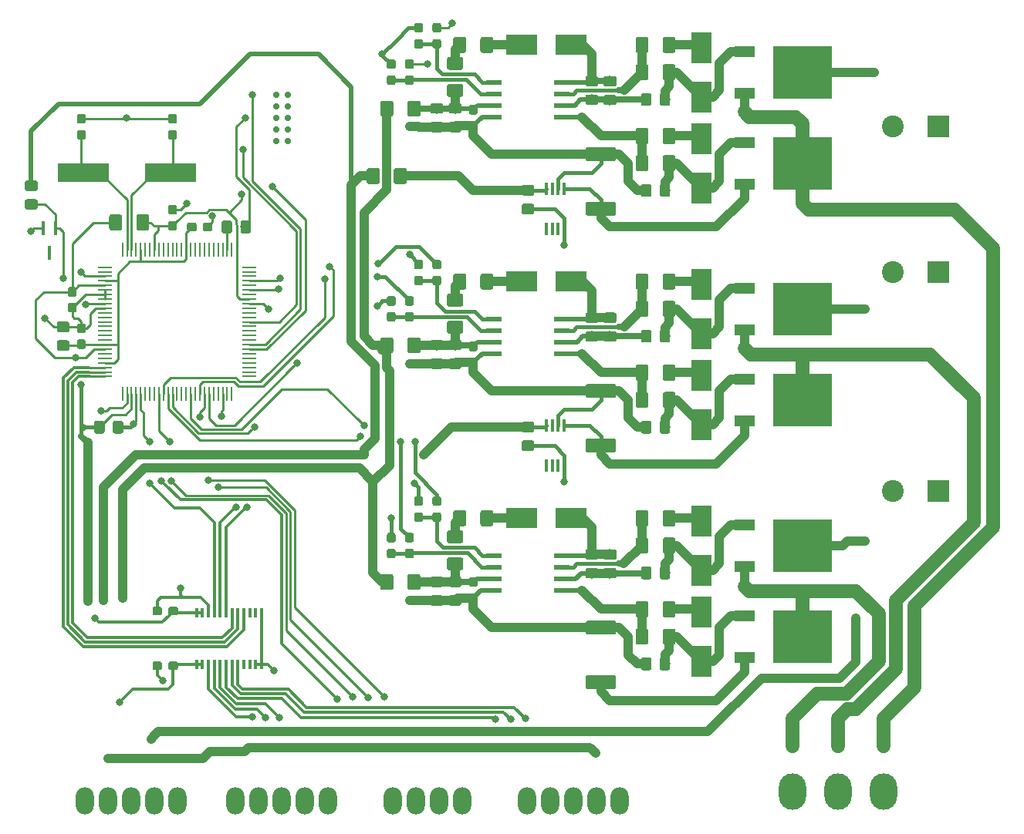
<source format=gbr>
G04 #@! TF.GenerationSoftware,KiCad,Pcbnew,5.0.2+dfsg1-1~bpo9+1*
G04 #@! TF.CreationDate,2019-06-03T16:05:31-04:00*
G04 #@! TF.ProjectId,SCARAMotorFeedbackController,53434152-414d-46f7-946f-724665656462,rev?*
G04 #@! TF.SameCoordinates,Original*
G04 #@! TF.FileFunction,Copper,L1,Top*
G04 #@! TF.FilePolarity,Positive*
%FSLAX46Y46*%
G04 Gerber Fmt 4.6, Leading zero omitted, Abs format (unit mm)*
G04 Created by KiCad (PCBNEW 5.0.2+dfsg1-1~bpo9+1) date Mon 03 Jun 2019 04:05:31 PM EDT*
%MOMM*%
%LPD*%
G01*
G04 APERTURE LIST*
G04 #@! TA.AperFunction,SMDPad,CuDef*
%ADD10R,5.600000X2.100000*%
G04 #@! TD*
G04 #@! TA.AperFunction,Conductor*
%ADD11C,0.100000*%
G04 #@! TD*
G04 #@! TA.AperFunction,SMDPad,CuDef*
%ADD12C,1.150000*%
G04 #@! TD*
G04 #@! TA.AperFunction,SMDPad,CuDef*
%ADD13C,0.950000*%
G04 #@! TD*
G04 #@! TA.AperFunction,ComponentPad*
%ADD14R,2.400000X2.400000*%
G04 #@! TD*
G04 #@! TA.AperFunction,ComponentPad*
%ADD15C,2.400000*%
G04 #@! TD*
G04 #@! TA.AperFunction,SMDPad,CuDef*
%ADD16R,6.400000X5.800000*%
G04 #@! TD*
G04 #@! TA.AperFunction,SMDPad,CuDef*
%ADD17R,2.200000X1.200000*%
G04 #@! TD*
G04 #@! TA.AperFunction,SMDPad,CuDef*
%ADD18C,1.425000*%
G04 #@! TD*
G04 #@! TA.AperFunction,SMDPad,CuDef*
%ADD19C,1.525000*%
G04 #@! TD*
G04 #@! TA.AperFunction,SMDPad,CuDef*
%ADD20R,1.500000X0.280000*%
G04 #@! TD*
G04 #@! TA.AperFunction,SMDPad,CuDef*
%ADD21R,0.280000X1.500000*%
G04 #@! TD*
G04 #@! TA.AperFunction,SMDPad,CuDef*
%ADD22R,1.750000X0.550000*%
G04 #@! TD*
G04 #@! TA.AperFunction,SMDPad,CuDef*
%ADD23R,0.450000X1.450000*%
G04 #@! TD*
G04 #@! TA.AperFunction,SMDPad,CuDef*
%ADD24R,3.500000X2.300000*%
G04 #@! TD*
G04 #@! TA.AperFunction,SMDPad,CuDef*
%ADD25R,2.300000X3.500000*%
G04 #@! TD*
G04 #@! TA.AperFunction,ComponentPad*
%ADD26C,0.700000*%
G04 #@! TD*
G04 #@! TA.AperFunction,ComponentPad*
%ADD27O,2.000000X3.000000*%
G04 #@! TD*
G04 #@! TA.AperFunction,ComponentPad*
%ADD28O,3.000000X4.000000*%
G04 #@! TD*
G04 #@! TA.AperFunction,SMDPad,CuDef*
%ADD29R,0.450000X1.500000*%
G04 #@! TD*
G04 #@! TA.AperFunction,SMDPad,CuDef*
%ADD30R,0.400000X1.100000*%
G04 #@! TD*
G04 #@! TA.AperFunction,ViaPad*
%ADD31C,0.800000*%
G04 #@! TD*
G04 #@! TA.AperFunction,Conductor*
%ADD32C,0.400000*%
G04 #@! TD*
G04 #@! TA.AperFunction,Conductor*
%ADD33C,0.500000*%
G04 #@! TD*
G04 #@! TA.AperFunction,Conductor*
%ADD34C,1.000000*%
G04 #@! TD*
G04 #@! TA.AperFunction,Conductor*
%ADD35C,0.250000*%
G04 #@! TD*
G04 #@! TA.AperFunction,Conductor*
%ADD36C,0.300000*%
G04 #@! TD*
G04 #@! TA.AperFunction,Conductor*
%ADD37C,0.700000*%
G04 #@! TD*
G04 #@! TA.AperFunction,Conductor*
%ADD38C,1.500000*%
G04 #@! TD*
G04 APERTURE END LIST*
D10*
G04 #@! TO.P,Y1,1*
G04 #@! TO.N,Net-(C33-Pad2)*
X21750000Y72500000D03*
G04 #@! TO.P,Y1,2*
G04 #@! TO.N,Net-(C34-Pad2)*
X12250000Y72500000D03*
G04 #@! TD*
D11*
G04 #@! TO.N,GND*
G04 #@! TO.C,C1*
G36*
X16374505Y45198796D02*
X16398773Y45195196D01*
X16422572Y45189235D01*
X16445671Y45180970D01*
X16467850Y45170480D01*
X16488893Y45157868D01*
X16508599Y45143253D01*
X16526777Y45126777D01*
X16543253Y45108599D01*
X16557868Y45088893D01*
X16570480Y45067850D01*
X16580970Y45045671D01*
X16589235Y45022572D01*
X16595196Y44998773D01*
X16598796Y44974505D01*
X16600000Y44950001D01*
X16600000Y44049999D01*
X16598796Y44025495D01*
X16595196Y44001227D01*
X16589235Y43977428D01*
X16580970Y43954329D01*
X16570480Y43932150D01*
X16557868Y43911107D01*
X16543253Y43891401D01*
X16526777Y43873223D01*
X16508599Y43856747D01*
X16488893Y43842132D01*
X16467850Y43829520D01*
X16445671Y43819030D01*
X16422572Y43810765D01*
X16398773Y43804804D01*
X16374505Y43801204D01*
X16350001Y43800000D01*
X15699999Y43800000D01*
X15675495Y43801204D01*
X15651227Y43804804D01*
X15627428Y43810765D01*
X15604329Y43819030D01*
X15582150Y43829520D01*
X15561107Y43842132D01*
X15541401Y43856747D01*
X15523223Y43873223D01*
X15506747Y43891401D01*
X15492132Y43911107D01*
X15479520Y43932150D01*
X15469030Y43954329D01*
X15460765Y43977428D01*
X15454804Y44001227D01*
X15451204Y44025495D01*
X15450000Y44049999D01*
X15450000Y44950001D01*
X15451204Y44974505D01*
X15454804Y44998773D01*
X15460765Y45022572D01*
X15469030Y45045671D01*
X15479520Y45067850D01*
X15492132Y45088893D01*
X15506747Y45108599D01*
X15523223Y45126777D01*
X15541401Y45143253D01*
X15561107Y45157868D01*
X15582150Y45170480D01*
X15604329Y45180970D01*
X15627428Y45189235D01*
X15651227Y45195196D01*
X15675495Y45198796D01*
X15699999Y45200000D01*
X16350001Y45200000D01*
X16374505Y45198796D01*
X16374505Y45198796D01*
G37*
D12*
G04 #@! TD*
G04 #@! TO.P,C1,2*
G04 #@! TO.N,GND*
X16025000Y44500000D03*
D11*
G04 #@! TO.N,3V3*
G04 #@! TO.C,C1*
G36*
X14324505Y45198796D02*
X14348773Y45195196D01*
X14372572Y45189235D01*
X14395671Y45180970D01*
X14417850Y45170480D01*
X14438893Y45157868D01*
X14458599Y45143253D01*
X14476777Y45126777D01*
X14493253Y45108599D01*
X14507868Y45088893D01*
X14520480Y45067850D01*
X14530970Y45045671D01*
X14539235Y45022572D01*
X14545196Y44998773D01*
X14548796Y44974505D01*
X14550000Y44950001D01*
X14550000Y44049999D01*
X14548796Y44025495D01*
X14545196Y44001227D01*
X14539235Y43977428D01*
X14530970Y43954329D01*
X14520480Y43932150D01*
X14507868Y43911107D01*
X14493253Y43891401D01*
X14476777Y43873223D01*
X14458599Y43856747D01*
X14438893Y43842132D01*
X14417850Y43829520D01*
X14395671Y43819030D01*
X14372572Y43810765D01*
X14348773Y43804804D01*
X14324505Y43801204D01*
X14300001Y43800000D01*
X13649999Y43800000D01*
X13625495Y43801204D01*
X13601227Y43804804D01*
X13577428Y43810765D01*
X13554329Y43819030D01*
X13532150Y43829520D01*
X13511107Y43842132D01*
X13491401Y43856747D01*
X13473223Y43873223D01*
X13456747Y43891401D01*
X13442132Y43911107D01*
X13429520Y43932150D01*
X13419030Y43954329D01*
X13410765Y43977428D01*
X13404804Y44001227D01*
X13401204Y44025495D01*
X13400000Y44049999D01*
X13400000Y44950001D01*
X13401204Y44974505D01*
X13404804Y44998773D01*
X13410765Y45022572D01*
X13419030Y45045671D01*
X13429520Y45067850D01*
X13442132Y45088893D01*
X13456747Y45108599D01*
X13473223Y45126777D01*
X13491401Y45143253D01*
X13511107Y45157868D01*
X13532150Y45170480D01*
X13554329Y45180970D01*
X13577428Y45189235D01*
X13601227Y45195196D01*
X13625495Y45198796D01*
X13649999Y45200000D01*
X14300001Y45200000D01*
X14324505Y45198796D01*
X14324505Y45198796D01*
G37*
D12*
G04 #@! TD*
G04 #@! TO.P,C1,1*
G04 #@! TO.N,3V3*
X13975000Y44500000D03*
D11*
G04 #@! TO.N,Net-(C2-Pad1)*
G04 #@! TO.C,C2*
G36*
X10474505Y54048796D02*
X10498773Y54045196D01*
X10522572Y54039235D01*
X10545671Y54030970D01*
X10567850Y54020480D01*
X10588893Y54007868D01*
X10608599Y53993253D01*
X10626777Y53976777D01*
X10643253Y53958599D01*
X10657868Y53938893D01*
X10670480Y53917850D01*
X10680970Y53895671D01*
X10689235Y53872572D01*
X10695196Y53848773D01*
X10698796Y53824505D01*
X10700000Y53800001D01*
X10700000Y53149999D01*
X10698796Y53125495D01*
X10695196Y53101227D01*
X10689235Y53077428D01*
X10680970Y53054329D01*
X10670480Y53032150D01*
X10657868Y53011107D01*
X10643253Y52991401D01*
X10626777Y52973223D01*
X10608599Y52956747D01*
X10588893Y52942132D01*
X10567850Y52929520D01*
X10545671Y52919030D01*
X10522572Y52910765D01*
X10498773Y52904804D01*
X10474505Y52901204D01*
X10450001Y52900000D01*
X9549999Y52900000D01*
X9525495Y52901204D01*
X9501227Y52904804D01*
X9477428Y52910765D01*
X9454329Y52919030D01*
X9432150Y52929520D01*
X9411107Y52942132D01*
X9391401Y52956747D01*
X9373223Y52973223D01*
X9356747Y52991401D01*
X9342132Y53011107D01*
X9329520Y53032150D01*
X9319030Y53054329D01*
X9310765Y53077428D01*
X9304804Y53101227D01*
X9301204Y53125495D01*
X9300000Y53149999D01*
X9300000Y53800001D01*
X9301204Y53824505D01*
X9304804Y53848773D01*
X9310765Y53872572D01*
X9319030Y53895671D01*
X9329520Y53917850D01*
X9342132Y53938893D01*
X9356747Y53958599D01*
X9373223Y53976777D01*
X9391401Y53993253D01*
X9411107Y54007868D01*
X9432150Y54020480D01*
X9454329Y54030970D01*
X9477428Y54039235D01*
X9501227Y54045196D01*
X9525495Y54048796D01*
X9549999Y54050000D01*
X10450001Y54050000D01*
X10474505Y54048796D01*
X10474505Y54048796D01*
G37*
D12*
G04 #@! TD*
G04 #@! TO.P,C2,1*
G04 #@! TO.N,Net-(C2-Pad1)*
X10000000Y53475000D03*
D11*
G04 #@! TO.N,GND*
G04 #@! TO.C,C2*
G36*
X10474505Y56098796D02*
X10498773Y56095196D01*
X10522572Y56089235D01*
X10545671Y56080970D01*
X10567850Y56070480D01*
X10588893Y56057868D01*
X10608599Y56043253D01*
X10626777Y56026777D01*
X10643253Y56008599D01*
X10657868Y55988893D01*
X10670480Y55967850D01*
X10680970Y55945671D01*
X10689235Y55922572D01*
X10695196Y55898773D01*
X10698796Y55874505D01*
X10700000Y55850001D01*
X10700000Y55199999D01*
X10698796Y55175495D01*
X10695196Y55151227D01*
X10689235Y55127428D01*
X10680970Y55104329D01*
X10670480Y55082150D01*
X10657868Y55061107D01*
X10643253Y55041401D01*
X10626777Y55023223D01*
X10608599Y55006747D01*
X10588893Y54992132D01*
X10567850Y54979520D01*
X10545671Y54969030D01*
X10522572Y54960765D01*
X10498773Y54954804D01*
X10474505Y54951204D01*
X10450001Y54950000D01*
X9549999Y54950000D01*
X9525495Y54951204D01*
X9501227Y54954804D01*
X9477428Y54960765D01*
X9454329Y54969030D01*
X9432150Y54979520D01*
X9411107Y54992132D01*
X9391401Y55006747D01*
X9373223Y55023223D01*
X9356747Y55041401D01*
X9342132Y55061107D01*
X9329520Y55082150D01*
X9319030Y55104329D01*
X9310765Y55127428D01*
X9304804Y55151227D01*
X9301204Y55175495D01*
X9300000Y55199999D01*
X9300000Y55850001D01*
X9301204Y55874505D01*
X9304804Y55898773D01*
X9310765Y55922572D01*
X9319030Y55945671D01*
X9329520Y55967850D01*
X9342132Y55988893D01*
X9356747Y56008599D01*
X9373223Y56026777D01*
X9391401Y56043253D01*
X9411107Y56057868D01*
X9432150Y56070480D01*
X9454329Y56080970D01*
X9477428Y56089235D01*
X9501227Y56095196D01*
X9525495Y56098796D01*
X9549999Y56100000D01*
X10450001Y56100000D01*
X10474505Y56098796D01*
X10474505Y56098796D01*
G37*
D12*
G04 #@! TD*
G04 #@! TO.P,C2,2*
G04 #@! TO.N,GND*
X10000000Y55525000D03*
D11*
G04 #@! TO.N,GND*
G04 #@! TO.C,C3*
G36*
X22260779Y68898856D02*
X22283834Y68895437D01*
X22306443Y68889773D01*
X22328387Y68881921D01*
X22349457Y68871956D01*
X22369448Y68859974D01*
X22388168Y68846090D01*
X22405438Y68830438D01*
X22421090Y68813168D01*
X22434974Y68794448D01*
X22446956Y68774457D01*
X22456921Y68753387D01*
X22464773Y68731443D01*
X22470437Y68708834D01*
X22473856Y68685779D01*
X22475000Y68662500D01*
X22475000Y68087500D01*
X22473856Y68064221D01*
X22470437Y68041166D01*
X22464773Y68018557D01*
X22456921Y67996613D01*
X22446956Y67975543D01*
X22434974Y67955552D01*
X22421090Y67936832D01*
X22405438Y67919562D01*
X22388168Y67903910D01*
X22369448Y67890026D01*
X22349457Y67878044D01*
X22328387Y67868079D01*
X22306443Y67860227D01*
X22283834Y67854563D01*
X22260779Y67851144D01*
X22237500Y67850000D01*
X21762500Y67850000D01*
X21739221Y67851144D01*
X21716166Y67854563D01*
X21693557Y67860227D01*
X21671613Y67868079D01*
X21650543Y67878044D01*
X21630552Y67890026D01*
X21611832Y67903910D01*
X21594562Y67919562D01*
X21578910Y67936832D01*
X21565026Y67955552D01*
X21553044Y67975543D01*
X21543079Y67996613D01*
X21535227Y68018557D01*
X21529563Y68041166D01*
X21526144Y68064221D01*
X21525000Y68087500D01*
X21525000Y68662500D01*
X21526144Y68685779D01*
X21529563Y68708834D01*
X21535227Y68731443D01*
X21543079Y68753387D01*
X21553044Y68774457D01*
X21565026Y68794448D01*
X21578910Y68813168D01*
X21594562Y68830438D01*
X21611832Y68846090D01*
X21630552Y68859974D01*
X21650543Y68871956D01*
X21671613Y68881921D01*
X21693557Y68889773D01*
X21716166Y68895437D01*
X21739221Y68898856D01*
X21762500Y68900000D01*
X22237500Y68900000D01*
X22260779Y68898856D01*
X22260779Y68898856D01*
G37*
D13*
G04 #@! TD*
G04 #@! TO.P,C3,2*
G04 #@! TO.N,GND*
X22000000Y68375000D03*
D11*
G04 #@! TO.N,3V3*
G04 #@! TO.C,C3*
G36*
X22260779Y67148856D02*
X22283834Y67145437D01*
X22306443Y67139773D01*
X22328387Y67131921D01*
X22349457Y67121956D01*
X22369448Y67109974D01*
X22388168Y67096090D01*
X22405438Y67080438D01*
X22421090Y67063168D01*
X22434974Y67044448D01*
X22446956Y67024457D01*
X22456921Y67003387D01*
X22464773Y66981443D01*
X22470437Y66958834D01*
X22473856Y66935779D01*
X22475000Y66912500D01*
X22475000Y66337500D01*
X22473856Y66314221D01*
X22470437Y66291166D01*
X22464773Y66268557D01*
X22456921Y66246613D01*
X22446956Y66225543D01*
X22434974Y66205552D01*
X22421090Y66186832D01*
X22405438Y66169562D01*
X22388168Y66153910D01*
X22369448Y66140026D01*
X22349457Y66128044D01*
X22328387Y66118079D01*
X22306443Y66110227D01*
X22283834Y66104563D01*
X22260779Y66101144D01*
X22237500Y66100000D01*
X21762500Y66100000D01*
X21739221Y66101144D01*
X21716166Y66104563D01*
X21693557Y66110227D01*
X21671613Y66118079D01*
X21650543Y66128044D01*
X21630552Y66140026D01*
X21611832Y66153910D01*
X21594562Y66169562D01*
X21578910Y66186832D01*
X21565026Y66205552D01*
X21553044Y66225543D01*
X21543079Y66246613D01*
X21535227Y66268557D01*
X21529563Y66291166D01*
X21526144Y66314221D01*
X21525000Y66337500D01*
X21525000Y66912500D01*
X21526144Y66935779D01*
X21529563Y66958834D01*
X21535227Y66981443D01*
X21543079Y67003387D01*
X21553044Y67024457D01*
X21565026Y67044448D01*
X21578910Y67063168D01*
X21594562Y67080438D01*
X21611832Y67096090D01*
X21630552Y67109974D01*
X21650543Y67121956D01*
X21671613Y67131921D01*
X21693557Y67139773D01*
X21716166Y67145437D01*
X21739221Y67148856D01*
X21762500Y67150000D01*
X22237500Y67150000D01*
X22260779Y67148856D01*
X22260779Y67148856D01*
G37*
D13*
G04 #@! TD*
G04 #@! TO.P,C3,1*
G04 #@! TO.N,3V3*
X22000000Y66625000D03*
D11*
G04 #@! TO.N,Net-(C2-Pad1)*
G04 #@! TO.C,C4*
G36*
X24435779Y66973856D02*
X24458834Y66970437D01*
X24481443Y66964773D01*
X24503387Y66956921D01*
X24524457Y66946956D01*
X24544448Y66934974D01*
X24563168Y66921090D01*
X24580438Y66905438D01*
X24596090Y66888168D01*
X24609974Y66869448D01*
X24621956Y66849457D01*
X24631921Y66828387D01*
X24639773Y66806443D01*
X24645437Y66783834D01*
X24648856Y66760779D01*
X24650000Y66737500D01*
X24650000Y66262500D01*
X24648856Y66239221D01*
X24645437Y66216166D01*
X24639773Y66193557D01*
X24631921Y66171613D01*
X24621956Y66150543D01*
X24609974Y66130552D01*
X24596090Y66111832D01*
X24580438Y66094562D01*
X24563168Y66078910D01*
X24544448Y66065026D01*
X24524457Y66053044D01*
X24503387Y66043079D01*
X24481443Y66035227D01*
X24458834Y66029563D01*
X24435779Y66026144D01*
X24412500Y66025000D01*
X23837500Y66025000D01*
X23814221Y66026144D01*
X23791166Y66029563D01*
X23768557Y66035227D01*
X23746613Y66043079D01*
X23725543Y66053044D01*
X23705552Y66065026D01*
X23686832Y66078910D01*
X23669562Y66094562D01*
X23653910Y66111832D01*
X23640026Y66130552D01*
X23628044Y66150543D01*
X23618079Y66171613D01*
X23610227Y66193557D01*
X23604563Y66216166D01*
X23601144Y66239221D01*
X23600000Y66262500D01*
X23600000Y66737500D01*
X23601144Y66760779D01*
X23604563Y66783834D01*
X23610227Y66806443D01*
X23618079Y66828387D01*
X23628044Y66849457D01*
X23640026Y66869448D01*
X23653910Y66888168D01*
X23669562Y66905438D01*
X23686832Y66921090D01*
X23705552Y66934974D01*
X23725543Y66946956D01*
X23746613Y66956921D01*
X23768557Y66964773D01*
X23791166Y66970437D01*
X23814221Y66973856D01*
X23837500Y66975000D01*
X24412500Y66975000D01*
X24435779Y66973856D01*
X24435779Y66973856D01*
G37*
D13*
G04 #@! TD*
G04 #@! TO.P,C4,1*
G04 #@! TO.N,Net-(C2-Pad1)*
X24125000Y66500000D03*
D11*
G04 #@! TO.N,GND*
G04 #@! TO.C,C4*
G36*
X26185779Y66973856D02*
X26208834Y66970437D01*
X26231443Y66964773D01*
X26253387Y66956921D01*
X26274457Y66946956D01*
X26294448Y66934974D01*
X26313168Y66921090D01*
X26330438Y66905438D01*
X26346090Y66888168D01*
X26359974Y66869448D01*
X26371956Y66849457D01*
X26381921Y66828387D01*
X26389773Y66806443D01*
X26395437Y66783834D01*
X26398856Y66760779D01*
X26400000Y66737500D01*
X26400000Y66262500D01*
X26398856Y66239221D01*
X26395437Y66216166D01*
X26389773Y66193557D01*
X26381921Y66171613D01*
X26371956Y66150543D01*
X26359974Y66130552D01*
X26346090Y66111832D01*
X26330438Y66094562D01*
X26313168Y66078910D01*
X26294448Y66065026D01*
X26274457Y66053044D01*
X26253387Y66043079D01*
X26231443Y66035227D01*
X26208834Y66029563D01*
X26185779Y66026144D01*
X26162500Y66025000D01*
X25587500Y66025000D01*
X25564221Y66026144D01*
X25541166Y66029563D01*
X25518557Y66035227D01*
X25496613Y66043079D01*
X25475543Y66053044D01*
X25455552Y66065026D01*
X25436832Y66078910D01*
X25419562Y66094562D01*
X25403910Y66111832D01*
X25390026Y66130552D01*
X25378044Y66150543D01*
X25368079Y66171613D01*
X25360227Y66193557D01*
X25354563Y66216166D01*
X25351144Y66239221D01*
X25350000Y66262500D01*
X25350000Y66737500D01*
X25351144Y66760779D01*
X25354563Y66783834D01*
X25360227Y66806443D01*
X25368079Y66828387D01*
X25378044Y66849457D01*
X25390026Y66869448D01*
X25403910Y66888168D01*
X25419562Y66905438D01*
X25436832Y66921090D01*
X25455552Y66934974D01*
X25475543Y66946956D01*
X25496613Y66956921D01*
X25518557Y66964773D01*
X25541166Y66970437D01*
X25564221Y66973856D01*
X25587500Y66975000D01*
X26162500Y66975000D01*
X26185779Y66973856D01*
X26185779Y66973856D01*
G37*
D13*
G04 #@! TD*
G04 #@! TO.P,C4,2*
G04 #@! TO.N,GND*
X25875000Y66500000D03*
D11*
G04 #@! TO.N,3V3*
G04 #@! TO.C,C5*
G36*
X11260779Y59898856D02*
X11283834Y59895437D01*
X11306443Y59889773D01*
X11328387Y59881921D01*
X11349457Y59871956D01*
X11369448Y59859974D01*
X11388168Y59846090D01*
X11405438Y59830438D01*
X11421090Y59813168D01*
X11434974Y59794448D01*
X11446956Y59774457D01*
X11456921Y59753387D01*
X11464773Y59731443D01*
X11470437Y59708834D01*
X11473856Y59685779D01*
X11475000Y59662500D01*
X11475000Y59087500D01*
X11473856Y59064221D01*
X11470437Y59041166D01*
X11464773Y59018557D01*
X11456921Y58996613D01*
X11446956Y58975543D01*
X11434974Y58955552D01*
X11421090Y58936832D01*
X11405438Y58919562D01*
X11388168Y58903910D01*
X11369448Y58890026D01*
X11349457Y58878044D01*
X11328387Y58868079D01*
X11306443Y58860227D01*
X11283834Y58854563D01*
X11260779Y58851144D01*
X11237500Y58850000D01*
X10762500Y58850000D01*
X10739221Y58851144D01*
X10716166Y58854563D01*
X10693557Y58860227D01*
X10671613Y58868079D01*
X10650543Y58878044D01*
X10630552Y58890026D01*
X10611832Y58903910D01*
X10594562Y58919562D01*
X10578910Y58936832D01*
X10565026Y58955552D01*
X10553044Y58975543D01*
X10543079Y58996613D01*
X10535227Y59018557D01*
X10529563Y59041166D01*
X10526144Y59064221D01*
X10525000Y59087500D01*
X10525000Y59662500D01*
X10526144Y59685779D01*
X10529563Y59708834D01*
X10535227Y59731443D01*
X10543079Y59753387D01*
X10553044Y59774457D01*
X10565026Y59794448D01*
X10578910Y59813168D01*
X10594562Y59830438D01*
X10611832Y59846090D01*
X10630552Y59859974D01*
X10650543Y59871956D01*
X10671613Y59881921D01*
X10693557Y59889773D01*
X10716166Y59895437D01*
X10739221Y59898856D01*
X10762500Y59900000D01*
X11237500Y59900000D01*
X11260779Y59898856D01*
X11260779Y59898856D01*
G37*
D13*
G04 #@! TD*
G04 #@! TO.P,C5,1*
G04 #@! TO.N,3V3*
X11000000Y59375000D03*
D11*
G04 #@! TO.N,GND*
G04 #@! TO.C,C5*
G36*
X11260779Y58148856D02*
X11283834Y58145437D01*
X11306443Y58139773D01*
X11328387Y58131921D01*
X11349457Y58121956D01*
X11369448Y58109974D01*
X11388168Y58096090D01*
X11405438Y58080438D01*
X11421090Y58063168D01*
X11434974Y58044448D01*
X11446956Y58024457D01*
X11456921Y58003387D01*
X11464773Y57981443D01*
X11470437Y57958834D01*
X11473856Y57935779D01*
X11475000Y57912500D01*
X11475000Y57337500D01*
X11473856Y57314221D01*
X11470437Y57291166D01*
X11464773Y57268557D01*
X11456921Y57246613D01*
X11446956Y57225543D01*
X11434974Y57205552D01*
X11421090Y57186832D01*
X11405438Y57169562D01*
X11388168Y57153910D01*
X11369448Y57140026D01*
X11349457Y57128044D01*
X11328387Y57118079D01*
X11306443Y57110227D01*
X11283834Y57104563D01*
X11260779Y57101144D01*
X11237500Y57100000D01*
X10762500Y57100000D01*
X10739221Y57101144D01*
X10716166Y57104563D01*
X10693557Y57110227D01*
X10671613Y57118079D01*
X10650543Y57128044D01*
X10630552Y57140026D01*
X10611832Y57153910D01*
X10594562Y57169562D01*
X10578910Y57186832D01*
X10565026Y57205552D01*
X10553044Y57225543D01*
X10543079Y57246613D01*
X10535227Y57268557D01*
X10529563Y57291166D01*
X10526144Y57314221D01*
X10525000Y57337500D01*
X10525000Y57912500D01*
X10526144Y57935779D01*
X10529563Y57958834D01*
X10535227Y57981443D01*
X10543079Y58003387D01*
X10553044Y58024457D01*
X10565026Y58044448D01*
X10578910Y58063168D01*
X10594562Y58080438D01*
X10611832Y58096090D01*
X10630552Y58109974D01*
X10650543Y58121956D01*
X10671613Y58131921D01*
X10693557Y58139773D01*
X10716166Y58145437D01*
X10739221Y58148856D01*
X10762500Y58150000D01*
X11237500Y58150000D01*
X11260779Y58148856D01*
X11260779Y58148856D01*
G37*
D13*
G04 #@! TD*
G04 #@! TO.P,C5,2*
G04 #@! TO.N,GND*
X11000000Y57625000D03*
D11*
G04 #@! TO.N,Net-(C2-Pad1)*
G04 #@! TO.C,C6*
G36*
X12260779Y54148856D02*
X12283834Y54145437D01*
X12306443Y54139773D01*
X12328387Y54131921D01*
X12349457Y54121956D01*
X12369448Y54109974D01*
X12388168Y54096090D01*
X12405438Y54080438D01*
X12421090Y54063168D01*
X12434974Y54044448D01*
X12446956Y54024457D01*
X12456921Y54003387D01*
X12464773Y53981443D01*
X12470437Y53958834D01*
X12473856Y53935779D01*
X12475000Y53912500D01*
X12475000Y53337500D01*
X12473856Y53314221D01*
X12470437Y53291166D01*
X12464773Y53268557D01*
X12456921Y53246613D01*
X12446956Y53225543D01*
X12434974Y53205552D01*
X12421090Y53186832D01*
X12405438Y53169562D01*
X12388168Y53153910D01*
X12369448Y53140026D01*
X12349457Y53128044D01*
X12328387Y53118079D01*
X12306443Y53110227D01*
X12283834Y53104563D01*
X12260779Y53101144D01*
X12237500Y53100000D01*
X11762500Y53100000D01*
X11739221Y53101144D01*
X11716166Y53104563D01*
X11693557Y53110227D01*
X11671613Y53118079D01*
X11650543Y53128044D01*
X11630552Y53140026D01*
X11611832Y53153910D01*
X11594562Y53169562D01*
X11578910Y53186832D01*
X11565026Y53205552D01*
X11553044Y53225543D01*
X11543079Y53246613D01*
X11535227Y53268557D01*
X11529563Y53291166D01*
X11526144Y53314221D01*
X11525000Y53337500D01*
X11525000Y53912500D01*
X11526144Y53935779D01*
X11529563Y53958834D01*
X11535227Y53981443D01*
X11543079Y54003387D01*
X11553044Y54024457D01*
X11565026Y54044448D01*
X11578910Y54063168D01*
X11594562Y54080438D01*
X11611832Y54096090D01*
X11630552Y54109974D01*
X11650543Y54121956D01*
X11671613Y54131921D01*
X11693557Y54139773D01*
X11716166Y54145437D01*
X11739221Y54148856D01*
X11762500Y54150000D01*
X12237500Y54150000D01*
X12260779Y54148856D01*
X12260779Y54148856D01*
G37*
D13*
G04 #@! TD*
G04 #@! TO.P,C6,1*
G04 #@! TO.N,Net-(C2-Pad1)*
X12000000Y53625000D03*
D11*
G04 #@! TO.N,GND*
G04 #@! TO.C,C6*
G36*
X12260779Y55898856D02*
X12283834Y55895437D01*
X12306443Y55889773D01*
X12328387Y55881921D01*
X12349457Y55871956D01*
X12369448Y55859974D01*
X12388168Y55846090D01*
X12405438Y55830438D01*
X12421090Y55813168D01*
X12434974Y55794448D01*
X12446956Y55774457D01*
X12456921Y55753387D01*
X12464773Y55731443D01*
X12470437Y55708834D01*
X12473856Y55685779D01*
X12475000Y55662500D01*
X12475000Y55087500D01*
X12473856Y55064221D01*
X12470437Y55041166D01*
X12464773Y55018557D01*
X12456921Y54996613D01*
X12446956Y54975543D01*
X12434974Y54955552D01*
X12421090Y54936832D01*
X12405438Y54919562D01*
X12388168Y54903910D01*
X12369448Y54890026D01*
X12349457Y54878044D01*
X12328387Y54868079D01*
X12306443Y54860227D01*
X12283834Y54854563D01*
X12260779Y54851144D01*
X12237500Y54850000D01*
X11762500Y54850000D01*
X11739221Y54851144D01*
X11716166Y54854563D01*
X11693557Y54860227D01*
X11671613Y54868079D01*
X11650543Y54878044D01*
X11630552Y54890026D01*
X11611832Y54903910D01*
X11594562Y54919562D01*
X11578910Y54936832D01*
X11565026Y54955552D01*
X11553044Y54975543D01*
X11543079Y54996613D01*
X11535227Y55018557D01*
X11529563Y55041166D01*
X11526144Y55064221D01*
X11525000Y55087500D01*
X11525000Y55662500D01*
X11526144Y55685779D01*
X11529563Y55708834D01*
X11535227Y55731443D01*
X11543079Y55753387D01*
X11553044Y55774457D01*
X11565026Y55794448D01*
X11578910Y55813168D01*
X11594562Y55830438D01*
X11611832Y55846090D01*
X11630552Y55859974D01*
X11650543Y55871956D01*
X11671613Y55881921D01*
X11693557Y55889773D01*
X11716166Y55895437D01*
X11739221Y55898856D01*
X11762500Y55900000D01*
X12237500Y55900000D01*
X12260779Y55898856D01*
X12260779Y55898856D01*
G37*
D13*
G04 #@! TD*
G04 #@! TO.P,C6,2*
G04 #@! TO.N,GND*
X12000000Y55375000D03*
D11*
G04 #@! TO.N,GND*
G04 #@! TO.C,C7*
G36*
X55260779Y26273856D02*
X55283834Y26270437D01*
X55306443Y26264773D01*
X55328387Y26256921D01*
X55349457Y26246956D01*
X55369448Y26234974D01*
X55388168Y26221090D01*
X55405438Y26205438D01*
X55421090Y26188168D01*
X55434974Y26169448D01*
X55446956Y26149457D01*
X55456921Y26128387D01*
X55464773Y26106443D01*
X55470437Y26083834D01*
X55473856Y26060779D01*
X55475000Y26037500D01*
X55475000Y25462500D01*
X55473856Y25439221D01*
X55470437Y25416166D01*
X55464773Y25393557D01*
X55456921Y25371613D01*
X55446956Y25350543D01*
X55434974Y25330552D01*
X55421090Y25311832D01*
X55405438Y25294562D01*
X55388168Y25278910D01*
X55369448Y25265026D01*
X55349457Y25253044D01*
X55328387Y25243079D01*
X55306443Y25235227D01*
X55283834Y25229563D01*
X55260779Y25226144D01*
X55237500Y25225000D01*
X54762500Y25225000D01*
X54739221Y25226144D01*
X54716166Y25229563D01*
X54693557Y25235227D01*
X54671613Y25243079D01*
X54650543Y25253044D01*
X54630552Y25265026D01*
X54611832Y25278910D01*
X54594562Y25294562D01*
X54578910Y25311832D01*
X54565026Y25330552D01*
X54553044Y25350543D01*
X54543079Y25371613D01*
X54535227Y25393557D01*
X54529563Y25416166D01*
X54526144Y25439221D01*
X54525000Y25462500D01*
X54525000Y26037500D01*
X54526144Y26060779D01*
X54529563Y26083834D01*
X54535227Y26106443D01*
X54543079Y26128387D01*
X54553044Y26149457D01*
X54565026Y26169448D01*
X54578910Y26188168D01*
X54594562Y26205438D01*
X54611832Y26221090D01*
X54630552Y26234974D01*
X54650543Y26246956D01*
X54671613Y26256921D01*
X54693557Y26264773D01*
X54716166Y26270437D01*
X54739221Y26273856D01*
X54762500Y26275000D01*
X55237500Y26275000D01*
X55260779Y26273856D01*
X55260779Y26273856D01*
G37*
D13*
G04 #@! TD*
G04 #@! TO.P,C7,2*
G04 #@! TO.N,GND*
X55000000Y25750000D03*
D11*
G04 #@! TO.N,Net-(C10-Pad1)*
G04 #@! TO.C,C7*
G36*
X55260779Y28023856D02*
X55283834Y28020437D01*
X55306443Y28014773D01*
X55328387Y28006921D01*
X55349457Y27996956D01*
X55369448Y27984974D01*
X55388168Y27971090D01*
X55405438Y27955438D01*
X55421090Y27938168D01*
X55434974Y27919448D01*
X55446956Y27899457D01*
X55456921Y27878387D01*
X55464773Y27856443D01*
X55470437Y27833834D01*
X55473856Y27810779D01*
X55475000Y27787500D01*
X55475000Y27212500D01*
X55473856Y27189221D01*
X55470437Y27166166D01*
X55464773Y27143557D01*
X55456921Y27121613D01*
X55446956Y27100543D01*
X55434974Y27080552D01*
X55421090Y27061832D01*
X55405438Y27044562D01*
X55388168Y27028910D01*
X55369448Y27015026D01*
X55349457Y27003044D01*
X55328387Y26993079D01*
X55306443Y26985227D01*
X55283834Y26979563D01*
X55260779Y26976144D01*
X55237500Y26975000D01*
X54762500Y26975000D01*
X54739221Y26976144D01*
X54716166Y26979563D01*
X54693557Y26985227D01*
X54671613Y26993079D01*
X54650543Y27003044D01*
X54630552Y27015026D01*
X54611832Y27028910D01*
X54594562Y27044562D01*
X54578910Y27061832D01*
X54565026Y27080552D01*
X54553044Y27100543D01*
X54543079Y27121613D01*
X54535227Y27143557D01*
X54529563Y27166166D01*
X54526144Y27189221D01*
X54525000Y27212500D01*
X54525000Y27787500D01*
X54526144Y27810779D01*
X54529563Y27833834D01*
X54535227Y27856443D01*
X54543079Y27878387D01*
X54553044Y27899457D01*
X54565026Y27919448D01*
X54578910Y27938168D01*
X54594562Y27955438D01*
X54611832Y27971090D01*
X54630552Y27984974D01*
X54650543Y27996956D01*
X54671613Y28006921D01*
X54693557Y28014773D01*
X54716166Y28020437D01*
X54739221Y28023856D01*
X54762500Y28025000D01*
X55237500Y28025000D01*
X55260779Y28023856D01*
X55260779Y28023856D01*
G37*
D13*
G04 #@! TD*
G04 #@! TO.P,C7,1*
G04 #@! TO.N,Net-(C10-Pad1)*
X55000000Y27500000D03*
D14*
G04 #@! TO.P,C8,1*
G04 #@! TO.N,24V*
X106000000Y77500000D03*
D15*
G04 #@! TO.P,C8,2*
G04 #@! TO.N,GND*
X101000000Y77500000D03*
G04 #@! TD*
D11*
G04 #@! TO.N,GND*
G04 #@! TO.C,C9*
G36*
X55260779Y52148856D02*
X55283834Y52145437D01*
X55306443Y52139773D01*
X55328387Y52131921D01*
X55349457Y52121956D01*
X55369448Y52109974D01*
X55388168Y52096090D01*
X55405438Y52080438D01*
X55421090Y52063168D01*
X55434974Y52044448D01*
X55446956Y52024457D01*
X55456921Y52003387D01*
X55464773Y51981443D01*
X55470437Y51958834D01*
X55473856Y51935779D01*
X55475000Y51912500D01*
X55475000Y51337500D01*
X55473856Y51314221D01*
X55470437Y51291166D01*
X55464773Y51268557D01*
X55456921Y51246613D01*
X55446956Y51225543D01*
X55434974Y51205552D01*
X55421090Y51186832D01*
X55405438Y51169562D01*
X55388168Y51153910D01*
X55369448Y51140026D01*
X55349457Y51128044D01*
X55328387Y51118079D01*
X55306443Y51110227D01*
X55283834Y51104563D01*
X55260779Y51101144D01*
X55237500Y51100000D01*
X54762500Y51100000D01*
X54739221Y51101144D01*
X54716166Y51104563D01*
X54693557Y51110227D01*
X54671613Y51118079D01*
X54650543Y51128044D01*
X54630552Y51140026D01*
X54611832Y51153910D01*
X54594562Y51169562D01*
X54578910Y51186832D01*
X54565026Y51205552D01*
X54553044Y51225543D01*
X54543079Y51246613D01*
X54535227Y51268557D01*
X54529563Y51291166D01*
X54526144Y51314221D01*
X54525000Y51337500D01*
X54525000Y51912500D01*
X54526144Y51935779D01*
X54529563Y51958834D01*
X54535227Y51981443D01*
X54543079Y52003387D01*
X54553044Y52024457D01*
X54565026Y52044448D01*
X54578910Y52063168D01*
X54594562Y52080438D01*
X54611832Y52096090D01*
X54630552Y52109974D01*
X54650543Y52121956D01*
X54671613Y52131921D01*
X54693557Y52139773D01*
X54716166Y52145437D01*
X54739221Y52148856D01*
X54762500Y52150000D01*
X55237500Y52150000D01*
X55260779Y52148856D01*
X55260779Y52148856D01*
G37*
D13*
G04 #@! TD*
G04 #@! TO.P,C9,2*
G04 #@! TO.N,GND*
X55000000Y51625000D03*
D11*
G04 #@! TO.N,Net-(C11-Pad1)*
G04 #@! TO.C,C9*
G36*
X55260779Y53898856D02*
X55283834Y53895437D01*
X55306443Y53889773D01*
X55328387Y53881921D01*
X55349457Y53871956D01*
X55369448Y53859974D01*
X55388168Y53846090D01*
X55405438Y53830438D01*
X55421090Y53813168D01*
X55434974Y53794448D01*
X55446956Y53774457D01*
X55456921Y53753387D01*
X55464773Y53731443D01*
X55470437Y53708834D01*
X55473856Y53685779D01*
X55475000Y53662500D01*
X55475000Y53087500D01*
X55473856Y53064221D01*
X55470437Y53041166D01*
X55464773Y53018557D01*
X55456921Y52996613D01*
X55446956Y52975543D01*
X55434974Y52955552D01*
X55421090Y52936832D01*
X55405438Y52919562D01*
X55388168Y52903910D01*
X55369448Y52890026D01*
X55349457Y52878044D01*
X55328387Y52868079D01*
X55306443Y52860227D01*
X55283834Y52854563D01*
X55260779Y52851144D01*
X55237500Y52850000D01*
X54762500Y52850000D01*
X54739221Y52851144D01*
X54716166Y52854563D01*
X54693557Y52860227D01*
X54671613Y52868079D01*
X54650543Y52878044D01*
X54630552Y52890026D01*
X54611832Y52903910D01*
X54594562Y52919562D01*
X54578910Y52936832D01*
X54565026Y52955552D01*
X54553044Y52975543D01*
X54543079Y52996613D01*
X54535227Y53018557D01*
X54529563Y53041166D01*
X54526144Y53064221D01*
X54525000Y53087500D01*
X54525000Y53662500D01*
X54526144Y53685779D01*
X54529563Y53708834D01*
X54535227Y53731443D01*
X54543079Y53753387D01*
X54553044Y53774457D01*
X54565026Y53794448D01*
X54578910Y53813168D01*
X54594562Y53830438D01*
X54611832Y53846090D01*
X54630552Y53859974D01*
X54650543Y53871956D01*
X54671613Y53881921D01*
X54693557Y53889773D01*
X54716166Y53895437D01*
X54739221Y53898856D01*
X54762500Y53900000D01*
X55237500Y53900000D01*
X55260779Y53898856D01*
X55260779Y53898856D01*
G37*
D13*
G04 #@! TD*
G04 #@! TO.P,C9,1*
G04 #@! TO.N,Net-(C11-Pad1)*
X55000000Y53375000D03*
D11*
G04 #@! TO.N,Net-(C10-Pad1)*
G04 #@! TO.C,C10*
G36*
X53474505Y28098796D02*
X53498773Y28095196D01*
X53522572Y28089235D01*
X53545671Y28080970D01*
X53567850Y28070480D01*
X53588893Y28057868D01*
X53608599Y28043253D01*
X53626777Y28026777D01*
X53643253Y28008599D01*
X53657868Y27988893D01*
X53670480Y27967850D01*
X53680970Y27945671D01*
X53689235Y27922572D01*
X53695196Y27898773D01*
X53698796Y27874505D01*
X53700000Y27850001D01*
X53700000Y27199999D01*
X53698796Y27175495D01*
X53695196Y27151227D01*
X53689235Y27127428D01*
X53680970Y27104329D01*
X53670480Y27082150D01*
X53657868Y27061107D01*
X53643253Y27041401D01*
X53626777Y27023223D01*
X53608599Y27006747D01*
X53588893Y26992132D01*
X53567850Y26979520D01*
X53545671Y26969030D01*
X53522572Y26960765D01*
X53498773Y26954804D01*
X53474505Y26951204D01*
X53450001Y26950000D01*
X52549999Y26950000D01*
X52525495Y26951204D01*
X52501227Y26954804D01*
X52477428Y26960765D01*
X52454329Y26969030D01*
X52432150Y26979520D01*
X52411107Y26992132D01*
X52391401Y27006747D01*
X52373223Y27023223D01*
X52356747Y27041401D01*
X52342132Y27061107D01*
X52329520Y27082150D01*
X52319030Y27104329D01*
X52310765Y27127428D01*
X52304804Y27151227D01*
X52301204Y27175495D01*
X52300000Y27199999D01*
X52300000Y27850001D01*
X52301204Y27874505D01*
X52304804Y27898773D01*
X52310765Y27922572D01*
X52319030Y27945671D01*
X52329520Y27967850D01*
X52342132Y27988893D01*
X52356747Y28008599D01*
X52373223Y28026777D01*
X52391401Y28043253D01*
X52411107Y28057868D01*
X52432150Y28070480D01*
X52454329Y28080970D01*
X52477428Y28089235D01*
X52501227Y28095196D01*
X52525495Y28098796D01*
X52549999Y28100000D01*
X53450001Y28100000D01*
X53474505Y28098796D01*
X53474505Y28098796D01*
G37*
D12*
G04 #@! TD*
G04 #@! TO.P,C10,1*
G04 #@! TO.N,Net-(C10-Pad1)*
X53000000Y27525000D03*
D11*
G04 #@! TO.N,GND*
G04 #@! TO.C,C10*
G36*
X53474505Y26048796D02*
X53498773Y26045196D01*
X53522572Y26039235D01*
X53545671Y26030970D01*
X53567850Y26020480D01*
X53588893Y26007868D01*
X53608599Y25993253D01*
X53626777Y25976777D01*
X53643253Y25958599D01*
X53657868Y25938893D01*
X53670480Y25917850D01*
X53680970Y25895671D01*
X53689235Y25872572D01*
X53695196Y25848773D01*
X53698796Y25824505D01*
X53700000Y25800001D01*
X53700000Y25149999D01*
X53698796Y25125495D01*
X53695196Y25101227D01*
X53689235Y25077428D01*
X53680970Y25054329D01*
X53670480Y25032150D01*
X53657868Y25011107D01*
X53643253Y24991401D01*
X53626777Y24973223D01*
X53608599Y24956747D01*
X53588893Y24942132D01*
X53567850Y24929520D01*
X53545671Y24919030D01*
X53522572Y24910765D01*
X53498773Y24904804D01*
X53474505Y24901204D01*
X53450001Y24900000D01*
X52549999Y24900000D01*
X52525495Y24901204D01*
X52501227Y24904804D01*
X52477428Y24910765D01*
X52454329Y24919030D01*
X52432150Y24929520D01*
X52411107Y24942132D01*
X52391401Y24956747D01*
X52373223Y24973223D01*
X52356747Y24991401D01*
X52342132Y25011107D01*
X52329520Y25032150D01*
X52319030Y25054329D01*
X52310765Y25077428D01*
X52304804Y25101227D01*
X52301204Y25125495D01*
X52300000Y25149999D01*
X52300000Y25800001D01*
X52301204Y25824505D01*
X52304804Y25848773D01*
X52310765Y25872572D01*
X52319030Y25895671D01*
X52329520Y25917850D01*
X52342132Y25938893D01*
X52356747Y25958599D01*
X52373223Y25976777D01*
X52391401Y25993253D01*
X52411107Y26007868D01*
X52432150Y26020480D01*
X52454329Y26030970D01*
X52477428Y26039235D01*
X52501227Y26045196D01*
X52525495Y26048796D01*
X52549999Y26050000D01*
X53450001Y26050000D01*
X53474505Y26048796D01*
X53474505Y26048796D01*
G37*
D12*
G04 #@! TD*
G04 #@! TO.P,C10,2*
G04 #@! TO.N,GND*
X53000000Y25475000D03*
D11*
G04 #@! TO.N,Net-(C11-Pad1)*
G04 #@! TO.C,C11*
G36*
X53474505Y54098796D02*
X53498773Y54095196D01*
X53522572Y54089235D01*
X53545671Y54080970D01*
X53567850Y54070480D01*
X53588893Y54057868D01*
X53608599Y54043253D01*
X53626777Y54026777D01*
X53643253Y54008599D01*
X53657868Y53988893D01*
X53670480Y53967850D01*
X53680970Y53945671D01*
X53689235Y53922572D01*
X53695196Y53898773D01*
X53698796Y53874505D01*
X53700000Y53850001D01*
X53700000Y53199999D01*
X53698796Y53175495D01*
X53695196Y53151227D01*
X53689235Y53127428D01*
X53680970Y53104329D01*
X53670480Y53082150D01*
X53657868Y53061107D01*
X53643253Y53041401D01*
X53626777Y53023223D01*
X53608599Y53006747D01*
X53588893Y52992132D01*
X53567850Y52979520D01*
X53545671Y52969030D01*
X53522572Y52960765D01*
X53498773Y52954804D01*
X53474505Y52951204D01*
X53450001Y52950000D01*
X52549999Y52950000D01*
X52525495Y52951204D01*
X52501227Y52954804D01*
X52477428Y52960765D01*
X52454329Y52969030D01*
X52432150Y52979520D01*
X52411107Y52992132D01*
X52391401Y53006747D01*
X52373223Y53023223D01*
X52356747Y53041401D01*
X52342132Y53061107D01*
X52329520Y53082150D01*
X52319030Y53104329D01*
X52310765Y53127428D01*
X52304804Y53151227D01*
X52301204Y53175495D01*
X52300000Y53199999D01*
X52300000Y53850001D01*
X52301204Y53874505D01*
X52304804Y53898773D01*
X52310765Y53922572D01*
X52319030Y53945671D01*
X52329520Y53967850D01*
X52342132Y53988893D01*
X52356747Y54008599D01*
X52373223Y54026777D01*
X52391401Y54043253D01*
X52411107Y54057868D01*
X52432150Y54070480D01*
X52454329Y54080970D01*
X52477428Y54089235D01*
X52501227Y54095196D01*
X52525495Y54098796D01*
X52549999Y54100000D01*
X53450001Y54100000D01*
X53474505Y54098796D01*
X53474505Y54098796D01*
G37*
D12*
G04 #@! TD*
G04 #@! TO.P,C11,1*
G04 #@! TO.N,Net-(C11-Pad1)*
X53000000Y53525000D03*
D11*
G04 #@! TO.N,GND*
G04 #@! TO.C,C11*
G36*
X53474505Y52048796D02*
X53498773Y52045196D01*
X53522572Y52039235D01*
X53545671Y52030970D01*
X53567850Y52020480D01*
X53588893Y52007868D01*
X53608599Y51993253D01*
X53626777Y51976777D01*
X53643253Y51958599D01*
X53657868Y51938893D01*
X53670480Y51917850D01*
X53680970Y51895671D01*
X53689235Y51872572D01*
X53695196Y51848773D01*
X53698796Y51824505D01*
X53700000Y51800001D01*
X53700000Y51149999D01*
X53698796Y51125495D01*
X53695196Y51101227D01*
X53689235Y51077428D01*
X53680970Y51054329D01*
X53670480Y51032150D01*
X53657868Y51011107D01*
X53643253Y50991401D01*
X53626777Y50973223D01*
X53608599Y50956747D01*
X53588893Y50942132D01*
X53567850Y50929520D01*
X53545671Y50919030D01*
X53522572Y50910765D01*
X53498773Y50904804D01*
X53474505Y50901204D01*
X53450001Y50900000D01*
X52549999Y50900000D01*
X52525495Y50901204D01*
X52501227Y50904804D01*
X52477428Y50910765D01*
X52454329Y50919030D01*
X52432150Y50929520D01*
X52411107Y50942132D01*
X52391401Y50956747D01*
X52373223Y50973223D01*
X52356747Y50991401D01*
X52342132Y51011107D01*
X52329520Y51032150D01*
X52319030Y51054329D01*
X52310765Y51077428D01*
X52304804Y51101227D01*
X52301204Y51125495D01*
X52300000Y51149999D01*
X52300000Y51800001D01*
X52301204Y51824505D01*
X52304804Y51848773D01*
X52310765Y51872572D01*
X52319030Y51895671D01*
X52329520Y51917850D01*
X52342132Y51938893D01*
X52356747Y51958599D01*
X52373223Y51976777D01*
X52391401Y51993253D01*
X52411107Y52007868D01*
X52432150Y52020480D01*
X52454329Y52030970D01*
X52477428Y52039235D01*
X52501227Y52045196D01*
X52525495Y52048796D01*
X52549999Y52050000D01*
X53450001Y52050000D01*
X53474505Y52048796D01*
X53474505Y52048796D01*
G37*
D12*
G04 #@! TD*
G04 #@! TO.P,C11,2*
G04 #@! TO.N,GND*
X53000000Y51475000D03*
D11*
G04 #@! TO.N,GND*
G04 #@! TO.C,C12*
G36*
X51474505Y26048796D02*
X51498773Y26045196D01*
X51522572Y26039235D01*
X51545671Y26030970D01*
X51567850Y26020480D01*
X51588893Y26007868D01*
X51608599Y25993253D01*
X51626777Y25976777D01*
X51643253Y25958599D01*
X51657868Y25938893D01*
X51670480Y25917850D01*
X51680970Y25895671D01*
X51689235Y25872572D01*
X51695196Y25848773D01*
X51698796Y25824505D01*
X51700000Y25800001D01*
X51700000Y25149999D01*
X51698796Y25125495D01*
X51695196Y25101227D01*
X51689235Y25077428D01*
X51680970Y25054329D01*
X51670480Y25032150D01*
X51657868Y25011107D01*
X51643253Y24991401D01*
X51626777Y24973223D01*
X51608599Y24956747D01*
X51588893Y24942132D01*
X51567850Y24929520D01*
X51545671Y24919030D01*
X51522572Y24910765D01*
X51498773Y24904804D01*
X51474505Y24901204D01*
X51450001Y24900000D01*
X50549999Y24900000D01*
X50525495Y24901204D01*
X50501227Y24904804D01*
X50477428Y24910765D01*
X50454329Y24919030D01*
X50432150Y24929520D01*
X50411107Y24942132D01*
X50391401Y24956747D01*
X50373223Y24973223D01*
X50356747Y24991401D01*
X50342132Y25011107D01*
X50329520Y25032150D01*
X50319030Y25054329D01*
X50310765Y25077428D01*
X50304804Y25101227D01*
X50301204Y25125495D01*
X50300000Y25149999D01*
X50300000Y25800001D01*
X50301204Y25824505D01*
X50304804Y25848773D01*
X50310765Y25872572D01*
X50319030Y25895671D01*
X50329520Y25917850D01*
X50342132Y25938893D01*
X50356747Y25958599D01*
X50373223Y25976777D01*
X50391401Y25993253D01*
X50411107Y26007868D01*
X50432150Y26020480D01*
X50454329Y26030970D01*
X50477428Y26039235D01*
X50501227Y26045196D01*
X50525495Y26048796D01*
X50549999Y26050000D01*
X51450001Y26050000D01*
X51474505Y26048796D01*
X51474505Y26048796D01*
G37*
D12*
G04 #@! TD*
G04 #@! TO.P,C12,2*
G04 #@! TO.N,GND*
X51000000Y25475000D03*
D11*
G04 #@! TO.N,Net-(C10-Pad1)*
G04 #@! TO.C,C12*
G36*
X51474505Y28098796D02*
X51498773Y28095196D01*
X51522572Y28089235D01*
X51545671Y28080970D01*
X51567850Y28070480D01*
X51588893Y28057868D01*
X51608599Y28043253D01*
X51626777Y28026777D01*
X51643253Y28008599D01*
X51657868Y27988893D01*
X51670480Y27967850D01*
X51680970Y27945671D01*
X51689235Y27922572D01*
X51695196Y27898773D01*
X51698796Y27874505D01*
X51700000Y27850001D01*
X51700000Y27199999D01*
X51698796Y27175495D01*
X51695196Y27151227D01*
X51689235Y27127428D01*
X51680970Y27104329D01*
X51670480Y27082150D01*
X51657868Y27061107D01*
X51643253Y27041401D01*
X51626777Y27023223D01*
X51608599Y27006747D01*
X51588893Y26992132D01*
X51567850Y26979520D01*
X51545671Y26969030D01*
X51522572Y26960765D01*
X51498773Y26954804D01*
X51474505Y26951204D01*
X51450001Y26950000D01*
X50549999Y26950000D01*
X50525495Y26951204D01*
X50501227Y26954804D01*
X50477428Y26960765D01*
X50454329Y26969030D01*
X50432150Y26979520D01*
X50411107Y26992132D01*
X50391401Y27006747D01*
X50373223Y27023223D01*
X50356747Y27041401D01*
X50342132Y27061107D01*
X50329520Y27082150D01*
X50319030Y27104329D01*
X50310765Y27127428D01*
X50304804Y27151227D01*
X50301204Y27175495D01*
X50300000Y27199999D01*
X50300000Y27850001D01*
X50301204Y27874505D01*
X50304804Y27898773D01*
X50310765Y27922572D01*
X50319030Y27945671D01*
X50329520Y27967850D01*
X50342132Y27988893D01*
X50356747Y28008599D01*
X50373223Y28026777D01*
X50391401Y28043253D01*
X50411107Y28057868D01*
X50432150Y28070480D01*
X50454329Y28080970D01*
X50477428Y28089235D01*
X50501227Y28095196D01*
X50525495Y28098796D01*
X50549999Y28100000D01*
X51450001Y28100000D01*
X51474505Y28098796D01*
X51474505Y28098796D01*
G37*
D12*
G04 #@! TD*
G04 #@! TO.P,C12,1*
G04 #@! TO.N,Net-(C10-Pad1)*
X51000000Y27525000D03*
D11*
G04 #@! TO.N,Net-(C11-Pad1)*
G04 #@! TO.C,C13*
G36*
X51474505Y54098796D02*
X51498773Y54095196D01*
X51522572Y54089235D01*
X51545671Y54080970D01*
X51567850Y54070480D01*
X51588893Y54057868D01*
X51608599Y54043253D01*
X51626777Y54026777D01*
X51643253Y54008599D01*
X51657868Y53988893D01*
X51670480Y53967850D01*
X51680970Y53945671D01*
X51689235Y53922572D01*
X51695196Y53898773D01*
X51698796Y53874505D01*
X51700000Y53850001D01*
X51700000Y53199999D01*
X51698796Y53175495D01*
X51695196Y53151227D01*
X51689235Y53127428D01*
X51680970Y53104329D01*
X51670480Y53082150D01*
X51657868Y53061107D01*
X51643253Y53041401D01*
X51626777Y53023223D01*
X51608599Y53006747D01*
X51588893Y52992132D01*
X51567850Y52979520D01*
X51545671Y52969030D01*
X51522572Y52960765D01*
X51498773Y52954804D01*
X51474505Y52951204D01*
X51450001Y52950000D01*
X50549999Y52950000D01*
X50525495Y52951204D01*
X50501227Y52954804D01*
X50477428Y52960765D01*
X50454329Y52969030D01*
X50432150Y52979520D01*
X50411107Y52992132D01*
X50391401Y53006747D01*
X50373223Y53023223D01*
X50356747Y53041401D01*
X50342132Y53061107D01*
X50329520Y53082150D01*
X50319030Y53104329D01*
X50310765Y53127428D01*
X50304804Y53151227D01*
X50301204Y53175495D01*
X50300000Y53199999D01*
X50300000Y53850001D01*
X50301204Y53874505D01*
X50304804Y53898773D01*
X50310765Y53922572D01*
X50319030Y53945671D01*
X50329520Y53967850D01*
X50342132Y53988893D01*
X50356747Y54008599D01*
X50373223Y54026777D01*
X50391401Y54043253D01*
X50411107Y54057868D01*
X50432150Y54070480D01*
X50454329Y54080970D01*
X50477428Y54089235D01*
X50501227Y54095196D01*
X50525495Y54098796D01*
X50549999Y54100000D01*
X51450001Y54100000D01*
X51474505Y54098796D01*
X51474505Y54098796D01*
G37*
D12*
G04 #@! TD*
G04 #@! TO.P,C13,1*
G04 #@! TO.N,Net-(C11-Pad1)*
X51000000Y53525000D03*
D11*
G04 #@! TO.N,GND*
G04 #@! TO.C,C13*
G36*
X51474505Y52048796D02*
X51498773Y52045196D01*
X51522572Y52039235D01*
X51545671Y52030970D01*
X51567850Y52020480D01*
X51588893Y52007868D01*
X51608599Y51993253D01*
X51626777Y51976777D01*
X51643253Y51958599D01*
X51657868Y51938893D01*
X51670480Y51917850D01*
X51680970Y51895671D01*
X51689235Y51872572D01*
X51695196Y51848773D01*
X51698796Y51824505D01*
X51700000Y51800001D01*
X51700000Y51149999D01*
X51698796Y51125495D01*
X51695196Y51101227D01*
X51689235Y51077428D01*
X51680970Y51054329D01*
X51670480Y51032150D01*
X51657868Y51011107D01*
X51643253Y50991401D01*
X51626777Y50973223D01*
X51608599Y50956747D01*
X51588893Y50942132D01*
X51567850Y50929520D01*
X51545671Y50919030D01*
X51522572Y50910765D01*
X51498773Y50904804D01*
X51474505Y50901204D01*
X51450001Y50900000D01*
X50549999Y50900000D01*
X50525495Y50901204D01*
X50501227Y50904804D01*
X50477428Y50910765D01*
X50454329Y50919030D01*
X50432150Y50929520D01*
X50411107Y50942132D01*
X50391401Y50956747D01*
X50373223Y50973223D01*
X50356747Y50991401D01*
X50342132Y51011107D01*
X50329520Y51032150D01*
X50319030Y51054329D01*
X50310765Y51077428D01*
X50304804Y51101227D01*
X50301204Y51125495D01*
X50300000Y51149999D01*
X50300000Y51800001D01*
X50301204Y51824505D01*
X50304804Y51848773D01*
X50310765Y51872572D01*
X50319030Y51895671D01*
X50329520Y51917850D01*
X50342132Y51938893D01*
X50356747Y51958599D01*
X50373223Y51976777D01*
X50391401Y51993253D01*
X50411107Y52007868D01*
X50432150Y52020480D01*
X50454329Y52030970D01*
X50477428Y52039235D01*
X50501227Y52045196D01*
X50525495Y52048796D01*
X50549999Y52050000D01*
X51450001Y52050000D01*
X51474505Y52048796D01*
X51474505Y52048796D01*
G37*
D12*
G04 #@! TD*
G04 #@! TO.P,C13,2*
G04 #@! TO.N,GND*
X51000000Y51475000D03*
D11*
G04 #@! TO.N,Net-(C14-Pad2)*
G04 #@! TO.C,C14*
G36*
X70474505Y29048796D02*
X70498773Y29045196D01*
X70522572Y29039235D01*
X70545671Y29030970D01*
X70567850Y29020480D01*
X70588893Y29007868D01*
X70608599Y28993253D01*
X70626777Y28976777D01*
X70643253Y28958599D01*
X70657868Y28938893D01*
X70670480Y28917850D01*
X70680970Y28895671D01*
X70689235Y28872572D01*
X70695196Y28848773D01*
X70698796Y28824505D01*
X70700000Y28800001D01*
X70700000Y28149999D01*
X70698796Y28125495D01*
X70695196Y28101227D01*
X70689235Y28077428D01*
X70680970Y28054329D01*
X70670480Y28032150D01*
X70657868Y28011107D01*
X70643253Y27991401D01*
X70626777Y27973223D01*
X70608599Y27956747D01*
X70588893Y27942132D01*
X70567850Y27929520D01*
X70545671Y27919030D01*
X70522572Y27910765D01*
X70498773Y27904804D01*
X70474505Y27901204D01*
X70450001Y27900000D01*
X69549999Y27900000D01*
X69525495Y27901204D01*
X69501227Y27904804D01*
X69477428Y27910765D01*
X69454329Y27919030D01*
X69432150Y27929520D01*
X69411107Y27942132D01*
X69391401Y27956747D01*
X69373223Y27973223D01*
X69356747Y27991401D01*
X69342132Y28011107D01*
X69329520Y28032150D01*
X69319030Y28054329D01*
X69310765Y28077428D01*
X69304804Y28101227D01*
X69301204Y28125495D01*
X69300000Y28149999D01*
X69300000Y28800001D01*
X69301204Y28824505D01*
X69304804Y28848773D01*
X69310765Y28872572D01*
X69319030Y28895671D01*
X69329520Y28917850D01*
X69342132Y28938893D01*
X69356747Y28958599D01*
X69373223Y28976777D01*
X69391401Y28993253D01*
X69411107Y29007868D01*
X69432150Y29020480D01*
X69454329Y29030970D01*
X69477428Y29039235D01*
X69501227Y29045196D01*
X69525495Y29048796D01*
X69549999Y29050000D01*
X70450001Y29050000D01*
X70474505Y29048796D01*
X70474505Y29048796D01*
G37*
D12*
G04 #@! TD*
G04 #@! TO.P,C14,2*
G04 #@! TO.N,Net-(C14-Pad2)*
X70000000Y28475000D03*
D11*
G04 #@! TO.N,Net-(C14-Pad1)*
G04 #@! TO.C,C14*
G36*
X70474505Y31098796D02*
X70498773Y31095196D01*
X70522572Y31089235D01*
X70545671Y31080970D01*
X70567850Y31070480D01*
X70588893Y31057868D01*
X70608599Y31043253D01*
X70626777Y31026777D01*
X70643253Y31008599D01*
X70657868Y30988893D01*
X70670480Y30967850D01*
X70680970Y30945671D01*
X70689235Y30922572D01*
X70695196Y30898773D01*
X70698796Y30874505D01*
X70700000Y30850001D01*
X70700000Y30199999D01*
X70698796Y30175495D01*
X70695196Y30151227D01*
X70689235Y30127428D01*
X70680970Y30104329D01*
X70670480Y30082150D01*
X70657868Y30061107D01*
X70643253Y30041401D01*
X70626777Y30023223D01*
X70608599Y30006747D01*
X70588893Y29992132D01*
X70567850Y29979520D01*
X70545671Y29969030D01*
X70522572Y29960765D01*
X70498773Y29954804D01*
X70474505Y29951204D01*
X70450001Y29950000D01*
X69549999Y29950000D01*
X69525495Y29951204D01*
X69501227Y29954804D01*
X69477428Y29960765D01*
X69454329Y29969030D01*
X69432150Y29979520D01*
X69411107Y29992132D01*
X69391401Y30006747D01*
X69373223Y30023223D01*
X69356747Y30041401D01*
X69342132Y30061107D01*
X69329520Y30082150D01*
X69319030Y30104329D01*
X69310765Y30127428D01*
X69304804Y30151227D01*
X69301204Y30175495D01*
X69300000Y30199999D01*
X69300000Y30850001D01*
X69301204Y30874505D01*
X69304804Y30898773D01*
X69310765Y30922572D01*
X69319030Y30945671D01*
X69329520Y30967850D01*
X69342132Y30988893D01*
X69356747Y31008599D01*
X69373223Y31026777D01*
X69391401Y31043253D01*
X69411107Y31057868D01*
X69432150Y31070480D01*
X69454329Y31080970D01*
X69477428Y31089235D01*
X69501227Y31095196D01*
X69525495Y31098796D01*
X69549999Y31100000D01*
X70450001Y31100000D01*
X70474505Y31098796D01*
X70474505Y31098796D01*
G37*
D12*
G04 #@! TD*
G04 #@! TO.P,C14,1*
G04 #@! TO.N,Net-(C14-Pad1)*
X70000000Y30525000D03*
D11*
G04 #@! TO.N,Net-(C15-Pad1)*
G04 #@! TO.C,C15*
G36*
X70474505Y57098796D02*
X70498773Y57095196D01*
X70522572Y57089235D01*
X70545671Y57080970D01*
X70567850Y57070480D01*
X70588893Y57057868D01*
X70608599Y57043253D01*
X70626777Y57026777D01*
X70643253Y57008599D01*
X70657868Y56988893D01*
X70670480Y56967850D01*
X70680970Y56945671D01*
X70689235Y56922572D01*
X70695196Y56898773D01*
X70698796Y56874505D01*
X70700000Y56850001D01*
X70700000Y56199999D01*
X70698796Y56175495D01*
X70695196Y56151227D01*
X70689235Y56127428D01*
X70680970Y56104329D01*
X70670480Y56082150D01*
X70657868Y56061107D01*
X70643253Y56041401D01*
X70626777Y56023223D01*
X70608599Y56006747D01*
X70588893Y55992132D01*
X70567850Y55979520D01*
X70545671Y55969030D01*
X70522572Y55960765D01*
X70498773Y55954804D01*
X70474505Y55951204D01*
X70450001Y55950000D01*
X69549999Y55950000D01*
X69525495Y55951204D01*
X69501227Y55954804D01*
X69477428Y55960765D01*
X69454329Y55969030D01*
X69432150Y55979520D01*
X69411107Y55992132D01*
X69391401Y56006747D01*
X69373223Y56023223D01*
X69356747Y56041401D01*
X69342132Y56061107D01*
X69329520Y56082150D01*
X69319030Y56104329D01*
X69310765Y56127428D01*
X69304804Y56151227D01*
X69301204Y56175495D01*
X69300000Y56199999D01*
X69300000Y56850001D01*
X69301204Y56874505D01*
X69304804Y56898773D01*
X69310765Y56922572D01*
X69319030Y56945671D01*
X69329520Y56967850D01*
X69342132Y56988893D01*
X69356747Y57008599D01*
X69373223Y57026777D01*
X69391401Y57043253D01*
X69411107Y57057868D01*
X69432150Y57070480D01*
X69454329Y57080970D01*
X69477428Y57089235D01*
X69501227Y57095196D01*
X69525495Y57098796D01*
X69549999Y57100000D01*
X70450001Y57100000D01*
X70474505Y57098796D01*
X70474505Y57098796D01*
G37*
D12*
G04 #@! TD*
G04 #@! TO.P,C15,1*
G04 #@! TO.N,Net-(C15-Pad1)*
X70000000Y56525000D03*
D11*
G04 #@! TO.N,Net-(C15-Pad2)*
G04 #@! TO.C,C15*
G36*
X70474505Y55048796D02*
X70498773Y55045196D01*
X70522572Y55039235D01*
X70545671Y55030970D01*
X70567850Y55020480D01*
X70588893Y55007868D01*
X70608599Y54993253D01*
X70626777Y54976777D01*
X70643253Y54958599D01*
X70657868Y54938893D01*
X70670480Y54917850D01*
X70680970Y54895671D01*
X70689235Y54872572D01*
X70695196Y54848773D01*
X70698796Y54824505D01*
X70700000Y54800001D01*
X70700000Y54149999D01*
X70698796Y54125495D01*
X70695196Y54101227D01*
X70689235Y54077428D01*
X70680970Y54054329D01*
X70670480Y54032150D01*
X70657868Y54011107D01*
X70643253Y53991401D01*
X70626777Y53973223D01*
X70608599Y53956747D01*
X70588893Y53942132D01*
X70567850Y53929520D01*
X70545671Y53919030D01*
X70522572Y53910765D01*
X70498773Y53904804D01*
X70474505Y53901204D01*
X70450001Y53900000D01*
X69549999Y53900000D01*
X69525495Y53901204D01*
X69501227Y53904804D01*
X69477428Y53910765D01*
X69454329Y53919030D01*
X69432150Y53929520D01*
X69411107Y53942132D01*
X69391401Y53956747D01*
X69373223Y53973223D01*
X69356747Y53991401D01*
X69342132Y54011107D01*
X69329520Y54032150D01*
X69319030Y54054329D01*
X69310765Y54077428D01*
X69304804Y54101227D01*
X69301204Y54125495D01*
X69300000Y54149999D01*
X69300000Y54800001D01*
X69301204Y54824505D01*
X69304804Y54848773D01*
X69310765Y54872572D01*
X69319030Y54895671D01*
X69329520Y54917850D01*
X69342132Y54938893D01*
X69356747Y54958599D01*
X69373223Y54976777D01*
X69391401Y54993253D01*
X69411107Y55007868D01*
X69432150Y55020480D01*
X69454329Y55030970D01*
X69477428Y55039235D01*
X69501227Y55045196D01*
X69525495Y55048796D01*
X69549999Y55050000D01*
X70450001Y55050000D01*
X70474505Y55048796D01*
X70474505Y55048796D01*
G37*
D12*
G04 #@! TD*
G04 #@! TO.P,C15,2*
G04 #@! TO.N,Net-(C15-Pad2)*
X70000000Y54475000D03*
D11*
G04 #@! TO.N,Net-(C14-Pad1)*
G04 #@! TO.C,C16*
G36*
X68474505Y31098796D02*
X68498773Y31095196D01*
X68522572Y31089235D01*
X68545671Y31080970D01*
X68567850Y31070480D01*
X68588893Y31057868D01*
X68608599Y31043253D01*
X68626777Y31026777D01*
X68643253Y31008599D01*
X68657868Y30988893D01*
X68670480Y30967850D01*
X68680970Y30945671D01*
X68689235Y30922572D01*
X68695196Y30898773D01*
X68698796Y30874505D01*
X68700000Y30850001D01*
X68700000Y30199999D01*
X68698796Y30175495D01*
X68695196Y30151227D01*
X68689235Y30127428D01*
X68680970Y30104329D01*
X68670480Y30082150D01*
X68657868Y30061107D01*
X68643253Y30041401D01*
X68626777Y30023223D01*
X68608599Y30006747D01*
X68588893Y29992132D01*
X68567850Y29979520D01*
X68545671Y29969030D01*
X68522572Y29960765D01*
X68498773Y29954804D01*
X68474505Y29951204D01*
X68450001Y29950000D01*
X67549999Y29950000D01*
X67525495Y29951204D01*
X67501227Y29954804D01*
X67477428Y29960765D01*
X67454329Y29969030D01*
X67432150Y29979520D01*
X67411107Y29992132D01*
X67391401Y30006747D01*
X67373223Y30023223D01*
X67356747Y30041401D01*
X67342132Y30061107D01*
X67329520Y30082150D01*
X67319030Y30104329D01*
X67310765Y30127428D01*
X67304804Y30151227D01*
X67301204Y30175495D01*
X67300000Y30199999D01*
X67300000Y30850001D01*
X67301204Y30874505D01*
X67304804Y30898773D01*
X67310765Y30922572D01*
X67319030Y30945671D01*
X67329520Y30967850D01*
X67342132Y30988893D01*
X67356747Y31008599D01*
X67373223Y31026777D01*
X67391401Y31043253D01*
X67411107Y31057868D01*
X67432150Y31070480D01*
X67454329Y31080970D01*
X67477428Y31089235D01*
X67501227Y31095196D01*
X67525495Y31098796D01*
X67549999Y31100000D01*
X68450001Y31100000D01*
X68474505Y31098796D01*
X68474505Y31098796D01*
G37*
D12*
G04 #@! TD*
G04 #@! TO.P,C16,1*
G04 #@! TO.N,Net-(C14-Pad1)*
X68000000Y30525000D03*
D11*
G04 #@! TO.N,Net-(C14-Pad2)*
G04 #@! TO.C,C16*
G36*
X68474505Y29048796D02*
X68498773Y29045196D01*
X68522572Y29039235D01*
X68545671Y29030970D01*
X68567850Y29020480D01*
X68588893Y29007868D01*
X68608599Y28993253D01*
X68626777Y28976777D01*
X68643253Y28958599D01*
X68657868Y28938893D01*
X68670480Y28917850D01*
X68680970Y28895671D01*
X68689235Y28872572D01*
X68695196Y28848773D01*
X68698796Y28824505D01*
X68700000Y28800001D01*
X68700000Y28149999D01*
X68698796Y28125495D01*
X68695196Y28101227D01*
X68689235Y28077428D01*
X68680970Y28054329D01*
X68670480Y28032150D01*
X68657868Y28011107D01*
X68643253Y27991401D01*
X68626777Y27973223D01*
X68608599Y27956747D01*
X68588893Y27942132D01*
X68567850Y27929520D01*
X68545671Y27919030D01*
X68522572Y27910765D01*
X68498773Y27904804D01*
X68474505Y27901204D01*
X68450001Y27900000D01*
X67549999Y27900000D01*
X67525495Y27901204D01*
X67501227Y27904804D01*
X67477428Y27910765D01*
X67454329Y27919030D01*
X67432150Y27929520D01*
X67411107Y27942132D01*
X67391401Y27956747D01*
X67373223Y27973223D01*
X67356747Y27991401D01*
X67342132Y28011107D01*
X67329520Y28032150D01*
X67319030Y28054329D01*
X67310765Y28077428D01*
X67304804Y28101227D01*
X67301204Y28125495D01*
X67300000Y28149999D01*
X67300000Y28800001D01*
X67301204Y28824505D01*
X67304804Y28848773D01*
X67310765Y28872572D01*
X67319030Y28895671D01*
X67329520Y28917850D01*
X67342132Y28938893D01*
X67356747Y28958599D01*
X67373223Y28976777D01*
X67391401Y28993253D01*
X67411107Y29007868D01*
X67432150Y29020480D01*
X67454329Y29030970D01*
X67477428Y29039235D01*
X67501227Y29045196D01*
X67525495Y29048796D01*
X67549999Y29050000D01*
X68450001Y29050000D01*
X68474505Y29048796D01*
X68474505Y29048796D01*
G37*
D12*
G04 #@! TD*
G04 #@! TO.P,C16,2*
G04 #@! TO.N,Net-(C14-Pad2)*
X68000000Y28475000D03*
D11*
G04 #@! TO.N,Net-(C15-Pad2)*
G04 #@! TO.C,C17*
G36*
X68474505Y55048796D02*
X68498773Y55045196D01*
X68522572Y55039235D01*
X68545671Y55030970D01*
X68567850Y55020480D01*
X68588893Y55007868D01*
X68608599Y54993253D01*
X68626777Y54976777D01*
X68643253Y54958599D01*
X68657868Y54938893D01*
X68670480Y54917850D01*
X68680970Y54895671D01*
X68689235Y54872572D01*
X68695196Y54848773D01*
X68698796Y54824505D01*
X68700000Y54800001D01*
X68700000Y54149999D01*
X68698796Y54125495D01*
X68695196Y54101227D01*
X68689235Y54077428D01*
X68680970Y54054329D01*
X68670480Y54032150D01*
X68657868Y54011107D01*
X68643253Y53991401D01*
X68626777Y53973223D01*
X68608599Y53956747D01*
X68588893Y53942132D01*
X68567850Y53929520D01*
X68545671Y53919030D01*
X68522572Y53910765D01*
X68498773Y53904804D01*
X68474505Y53901204D01*
X68450001Y53900000D01*
X67549999Y53900000D01*
X67525495Y53901204D01*
X67501227Y53904804D01*
X67477428Y53910765D01*
X67454329Y53919030D01*
X67432150Y53929520D01*
X67411107Y53942132D01*
X67391401Y53956747D01*
X67373223Y53973223D01*
X67356747Y53991401D01*
X67342132Y54011107D01*
X67329520Y54032150D01*
X67319030Y54054329D01*
X67310765Y54077428D01*
X67304804Y54101227D01*
X67301204Y54125495D01*
X67300000Y54149999D01*
X67300000Y54800001D01*
X67301204Y54824505D01*
X67304804Y54848773D01*
X67310765Y54872572D01*
X67319030Y54895671D01*
X67329520Y54917850D01*
X67342132Y54938893D01*
X67356747Y54958599D01*
X67373223Y54976777D01*
X67391401Y54993253D01*
X67411107Y55007868D01*
X67432150Y55020480D01*
X67454329Y55030970D01*
X67477428Y55039235D01*
X67501227Y55045196D01*
X67525495Y55048796D01*
X67549999Y55050000D01*
X68450001Y55050000D01*
X68474505Y55048796D01*
X68474505Y55048796D01*
G37*
D12*
G04 #@! TD*
G04 #@! TO.P,C17,2*
G04 #@! TO.N,Net-(C15-Pad2)*
X68000000Y54475000D03*
D11*
G04 #@! TO.N,Net-(C15-Pad1)*
G04 #@! TO.C,C17*
G36*
X68474505Y57098796D02*
X68498773Y57095196D01*
X68522572Y57089235D01*
X68545671Y57080970D01*
X68567850Y57070480D01*
X68588893Y57057868D01*
X68608599Y57043253D01*
X68626777Y57026777D01*
X68643253Y57008599D01*
X68657868Y56988893D01*
X68670480Y56967850D01*
X68680970Y56945671D01*
X68689235Y56922572D01*
X68695196Y56898773D01*
X68698796Y56874505D01*
X68700000Y56850001D01*
X68700000Y56199999D01*
X68698796Y56175495D01*
X68695196Y56151227D01*
X68689235Y56127428D01*
X68680970Y56104329D01*
X68670480Y56082150D01*
X68657868Y56061107D01*
X68643253Y56041401D01*
X68626777Y56023223D01*
X68608599Y56006747D01*
X68588893Y55992132D01*
X68567850Y55979520D01*
X68545671Y55969030D01*
X68522572Y55960765D01*
X68498773Y55954804D01*
X68474505Y55951204D01*
X68450001Y55950000D01*
X67549999Y55950000D01*
X67525495Y55951204D01*
X67501227Y55954804D01*
X67477428Y55960765D01*
X67454329Y55969030D01*
X67432150Y55979520D01*
X67411107Y55992132D01*
X67391401Y56006747D01*
X67373223Y56023223D01*
X67356747Y56041401D01*
X67342132Y56061107D01*
X67329520Y56082150D01*
X67319030Y56104329D01*
X67310765Y56127428D01*
X67304804Y56151227D01*
X67301204Y56175495D01*
X67300000Y56199999D01*
X67300000Y56850001D01*
X67301204Y56874505D01*
X67304804Y56898773D01*
X67310765Y56922572D01*
X67319030Y56945671D01*
X67329520Y56967850D01*
X67342132Y56988893D01*
X67356747Y57008599D01*
X67373223Y57026777D01*
X67391401Y57043253D01*
X67411107Y57057868D01*
X67432150Y57070480D01*
X67454329Y57080970D01*
X67477428Y57089235D01*
X67501227Y57095196D01*
X67525495Y57098796D01*
X67549999Y57100000D01*
X68450001Y57100000D01*
X68474505Y57098796D01*
X68474505Y57098796D01*
G37*
D12*
G04 #@! TD*
G04 #@! TO.P,C17,1*
G04 #@! TO.N,Net-(C15-Pad1)*
X68000000Y56525000D03*
D11*
G04 #@! TO.N,Net-(C19-Pad1)*
G04 #@! TO.C,C19*
G36*
X55260779Y79898856D02*
X55283834Y79895437D01*
X55306443Y79889773D01*
X55328387Y79881921D01*
X55349457Y79871956D01*
X55369448Y79859974D01*
X55388168Y79846090D01*
X55405438Y79830438D01*
X55421090Y79813168D01*
X55434974Y79794448D01*
X55446956Y79774457D01*
X55456921Y79753387D01*
X55464773Y79731443D01*
X55470437Y79708834D01*
X55473856Y79685779D01*
X55475000Y79662500D01*
X55475000Y79087500D01*
X55473856Y79064221D01*
X55470437Y79041166D01*
X55464773Y79018557D01*
X55456921Y78996613D01*
X55446956Y78975543D01*
X55434974Y78955552D01*
X55421090Y78936832D01*
X55405438Y78919562D01*
X55388168Y78903910D01*
X55369448Y78890026D01*
X55349457Y78878044D01*
X55328387Y78868079D01*
X55306443Y78860227D01*
X55283834Y78854563D01*
X55260779Y78851144D01*
X55237500Y78850000D01*
X54762500Y78850000D01*
X54739221Y78851144D01*
X54716166Y78854563D01*
X54693557Y78860227D01*
X54671613Y78868079D01*
X54650543Y78878044D01*
X54630552Y78890026D01*
X54611832Y78903910D01*
X54594562Y78919562D01*
X54578910Y78936832D01*
X54565026Y78955552D01*
X54553044Y78975543D01*
X54543079Y78996613D01*
X54535227Y79018557D01*
X54529563Y79041166D01*
X54526144Y79064221D01*
X54525000Y79087500D01*
X54525000Y79662500D01*
X54526144Y79685779D01*
X54529563Y79708834D01*
X54535227Y79731443D01*
X54543079Y79753387D01*
X54553044Y79774457D01*
X54565026Y79794448D01*
X54578910Y79813168D01*
X54594562Y79830438D01*
X54611832Y79846090D01*
X54630552Y79859974D01*
X54650543Y79871956D01*
X54671613Y79881921D01*
X54693557Y79889773D01*
X54716166Y79895437D01*
X54739221Y79898856D01*
X54762500Y79900000D01*
X55237500Y79900000D01*
X55260779Y79898856D01*
X55260779Y79898856D01*
G37*
D13*
G04 #@! TD*
G04 #@! TO.P,C19,1*
G04 #@! TO.N,Net-(C19-Pad1)*
X55000000Y79375000D03*
D11*
G04 #@! TO.N,GND*
G04 #@! TO.C,C19*
G36*
X55260779Y78148856D02*
X55283834Y78145437D01*
X55306443Y78139773D01*
X55328387Y78131921D01*
X55349457Y78121956D01*
X55369448Y78109974D01*
X55388168Y78096090D01*
X55405438Y78080438D01*
X55421090Y78063168D01*
X55434974Y78044448D01*
X55446956Y78024457D01*
X55456921Y78003387D01*
X55464773Y77981443D01*
X55470437Y77958834D01*
X55473856Y77935779D01*
X55475000Y77912500D01*
X55475000Y77337500D01*
X55473856Y77314221D01*
X55470437Y77291166D01*
X55464773Y77268557D01*
X55456921Y77246613D01*
X55446956Y77225543D01*
X55434974Y77205552D01*
X55421090Y77186832D01*
X55405438Y77169562D01*
X55388168Y77153910D01*
X55369448Y77140026D01*
X55349457Y77128044D01*
X55328387Y77118079D01*
X55306443Y77110227D01*
X55283834Y77104563D01*
X55260779Y77101144D01*
X55237500Y77100000D01*
X54762500Y77100000D01*
X54739221Y77101144D01*
X54716166Y77104563D01*
X54693557Y77110227D01*
X54671613Y77118079D01*
X54650543Y77128044D01*
X54630552Y77140026D01*
X54611832Y77153910D01*
X54594562Y77169562D01*
X54578910Y77186832D01*
X54565026Y77205552D01*
X54553044Y77225543D01*
X54543079Y77246613D01*
X54535227Y77268557D01*
X54529563Y77291166D01*
X54526144Y77314221D01*
X54525000Y77337500D01*
X54525000Y77912500D01*
X54526144Y77935779D01*
X54529563Y77958834D01*
X54535227Y77981443D01*
X54543079Y78003387D01*
X54553044Y78024457D01*
X54565026Y78044448D01*
X54578910Y78063168D01*
X54594562Y78080438D01*
X54611832Y78096090D01*
X54630552Y78109974D01*
X54650543Y78121956D01*
X54671613Y78131921D01*
X54693557Y78139773D01*
X54716166Y78145437D01*
X54739221Y78148856D01*
X54762500Y78150000D01*
X55237500Y78150000D01*
X55260779Y78148856D01*
X55260779Y78148856D01*
G37*
D13*
G04 #@! TD*
G04 #@! TO.P,C19,2*
G04 #@! TO.N,GND*
X55000000Y77625000D03*
D11*
G04 #@! TO.N,Net-(C19-Pad1)*
G04 #@! TO.C,C20*
G36*
X53474505Y80098796D02*
X53498773Y80095196D01*
X53522572Y80089235D01*
X53545671Y80080970D01*
X53567850Y80070480D01*
X53588893Y80057868D01*
X53608599Y80043253D01*
X53626777Y80026777D01*
X53643253Y80008599D01*
X53657868Y79988893D01*
X53670480Y79967850D01*
X53680970Y79945671D01*
X53689235Y79922572D01*
X53695196Y79898773D01*
X53698796Y79874505D01*
X53700000Y79850001D01*
X53700000Y79199999D01*
X53698796Y79175495D01*
X53695196Y79151227D01*
X53689235Y79127428D01*
X53680970Y79104329D01*
X53670480Y79082150D01*
X53657868Y79061107D01*
X53643253Y79041401D01*
X53626777Y79023223D01*
X53608599Y79006747D01*
X53588893Y78992132D01*
X53567850Y78979520D01*
X53545671Y78969030D01*
X53522572Y78960765D01*
X53498773Y78954804D01*
X53474505Y78951204D01*
X53450001Y78950000D01*
X52549999Y78950000D01*
X52525495Y78951204D01*
X52501227Y78954804D01*
X52477428Y78960765D01*
X52454329Y78969030D01*
X52432150Y78979520D01*
X52411107Y78992132D01*
X52391401Y79006747D01*
X52373223Y79023223D01*
X52356747Y79041401D01*
X52342132Y79061107D01*
X52329520Y79082150D01*
X52319030Y79104329D01*
X52310765Y79127428D01*
X52304804Y79151227D01*
X52301204Y79175495D01*
X52300000Y79199999D01*
X52300000Y79850001D01*
X52301204Y79874505D01*
X52304804Y79898773D01*
X52310765Y79922572D01*
X52319030Y79945671D01*
X52329520Y79967850D01*
X52342132Y79988893D01*
X52356747Y80008599D01*
X52373223Y80026777D01*
X52391401Y80043253D01*
X52411107Y80057868D01*
X52432150Y80070480D01*
X52454329Y80080970D01*
X52477428Y80089235D01*
X52501227Y80095196D01*
X52525495Y80098796D01*
X52549999Y80100000D01*
X53450001Y80100000D01*
X53474505Y80098796D01*
X53474505Y80098796D01*
G37*
D12*
G04 #@! TD*
G04 #@! TO.P,C20,1*
G04 #@! TO.N,Net-(C19-Pad1)*
X53000000Y79525000D03*
D11*
G04 #@! TO.N,GND*
G04 #@! TO.C,C20*
G36*
X53474505Y78048796D02*
X53498773Y78045196D01*
X53522572Y78039235D01*
X53545671Y78030970D01*
X53567850Y78020480D01*
X53588893Y78007868D01*
X53608599Y77993253D01*
X53626777Y77976777D01*
X53643253Y77958599D01*
X53657868Y77938893D01*
X53670480Y77917850D01*
X53680970Y77895671D01*
X53689235Y77872572D01*
X53695196Y77848773D01*
X53698796Y77824505D01*
X53700000Y77800001D01*
X53700000Y77149999D01*
X53698796Y77125495D01*
X53695196Y77101227D01*
X53689235Y77077428D01*
X53680970Y77054329D01*
X53670480Y77032150D01*
X53657868Y77011107D01*
X53643253Y76991401D01*
X53626777Y76973223D01*
X53608599Y76956747D01*
X53588893Y76942132D01*
X53567850Y76929520D01*
X53545671Y76919030D01*
X53522572Y76910765D01*
X53498773Y76904804D01*
X53474505Y76901204D01*
X53450001Y76900000D01*
X52549999Y76900000D01*
X52525495Y76901204D01*
X52501227Y76904804D01*
X52477428Y76910765D01*
X52454329Y76919030D01*
X52432150Y76929520D01*
X52411107Y76942132D01*
X52391401Y76956747D01*
X52373223Y76973223D01*
X52356747Y76991401D01*
X52342132Y77011107D01*
X52329520Y77032150D01*
X52319030Y77054329D01*
X52310765Y77077428D01*
X52304804Y77101227D01*
X52301204Y77125495D01*
X52300000Y77149999D01*
X52300000Y77800001D01*
X52301204Y77824505D01*
X52304804Y77848773D01*
X52310765Y77872572D01*
X52319030Y77895671D01*
X52329520Y77917850D01*
X52342132Y77938893D01*
X52356747Y77958599D01*
X52373223Y77976777D01*
X52391401Y77993253D01*
X52411107Y78007868D01*
X52432150Y78020480D01*
X52454329Y78030970D01*
X52477428Y78039235D01*
X52501227Y78045196D01*
X52525495Y78048796D01*
X52549999Y78050000D01*
X53450001Y78050000D01*
X53474505Y78048796D01*
X53474505Y78048796D01*
G37*
D12*
G04 #@! TD*
G04 #@! TO.P,C20,2*
G04 #@! TO.N,GND*
X53000000Y77475000D03*
D11*
G04 #@! TO.N,GND*
G04 #@! TO.C,C21*
G36*
X51474505Y78048796D02*
X51498773Y78045196D01*
X51522572Y78039235D01*
X51545671Y78030970D01*
X51567850Y78020480D01*
X51588893Y78007868D01*
X51608599Y77993253D01*
X51626777Y77976777D01*
X51643253Y77958599D01*
X51657868Y77938893D01*
X51670480Y77917850D01*
X51680970Y77895671D01*
X51689235Y77872572D01*
X51695196Y77848773D01*
X51698796Y77824505D01*
X51700000Y77800001D01*
X51700000Y77149999D01*
X51698796Y77125495D01*
X51695196Y77101227D01*
X51689235Y77077428D01*
X51680970Y77054329D01*
X51670480Y77032150D01*
X51657868Y77011107D01*
X51643253Y76991401D01*
X51626777Y76973223D01*
X51608599Y76956747D01*
X51588893Y76942132D01*
X51567850Y76929520D01*
X51545671Y76919030D01*
X51522572Y76910765D01*
X51498773Y76904804D01*
X51474505Y76901204D01*
X51450001Y76900000D01*
X50549999Y76900000D01*
X50525495Y76901204D01*
X50501227Y76904804D01*
X50477428Y76910765D01*
X50454329Y76919030D01*
X50432150Y76929520D01*
X50411107Y76942132D01*
X50391401Y76956747D01*
X50373223Y76973223D01*
X50356747Y76991401D01*
X50342132Y77011107D01*
X50329520Y77032150D01*
X50319030Y77054329D01*
X50310765Y77077428D01*
X50304804Y77101227D01*
X50301204Y77125495D01*
X50300000Y77149999D01*
X50300000Y77800001D01*
X50301204Y77824505D01*
X50304804Y77848773D01*
X50310765Y77872572D01*
X50319030Y77895671D01*
X50329520Y77917850D01*
X50342132Y77938893D01*
X50356747Y77958599D01*
X50373223Y77976777D01*
X50391401Y77993253D01*
X50411107Y78007868D01*
X50432150Y78020480D01*
X50454329Y78030970D01*
X50477428Y78039235D01*
X50501227Y78045196D01*
X50525495Y78048796D01*
X50549999Y78050000D01*
X51450001Y78050000D01*
X51474505Y78048796D01*
X51474505Y78048796D01*
G37*
D12*
G04 #@! TD*
G04 #@! TO.P,C21,2*
G04 #@! TO.N,GND*
X51000000Y77475000D03*
D11*
G04 #@! TO.N,Net-(C19-Pad1)*
G04 #@! TO.C,C21*
G36*
X51474505Y80098796D02*
X51498773Y80095196D01*
X51522572Y80089235D01*
X51545671Y80080970D01*
X51567850Y80070480D01*
X51588893Y80057868D01*
X51608599Y80043253D01*
X51626777Y80026777D01*
X51643253Y80008599D01*
X51657868Y79988893D01*
X51670480Y79967850D01*
X51680970Y79945671D01*
X51689235Y79922572D01*
X51695196Y79898773D01*
X51698796Y79874505D01*
X51700000Y79850001D01*
X51700000Y79199999D01*
X51698796Y79175495D01*
X51695196Y79151227D01*
X51689235Y79127428D01*
X51680970Y79104329D01*
X51670480Y79082150D01*
X51657868Y79061107D01*
X51643253Y79041401D01*
X51626777Y79023223D01*
X51608599Y79006747D01*
X51588893Y78992132D01*
X51567850Y78979520D01*
X51545671Y78969030D01*
X51522572Y78960765D01*
X51498773Y78954804D01*
X51474505Y78951204D01*
X51450001Y78950000D01*
X50549999Y78950000D01*
X50525495Y78951204D01*
X50501227Y78954804D01*
X50477428Y78960765D01*
X50454329Y78969030D01*
X50432150Y78979520D01*
X50411107Y78992132D01*
X50391401Y79006747D01*
X50373223Y79023223D01*
X50356747Y79041401D01*
X50342132Y79061107D01*
X50329520Y79082150D01*
X50319030Y79104329D01*
X50310765Y79127428D01*
X50304804Y79151227D01*
X50301204Y79175495D01*
X50300000Y79199999D01*
X50300000Y79850001D01*
X50301204Y79874505D01*
X50304804Y79898773D01*
X50310765Y79922572D01*
X50319030Y79945671D01*
X50329520Y79967850D01*
X50342132Y79988893D01*
X50356747Y80008599D01*
X50373223Y80026777D01*
X50391401Y80043253D01*
X50411107Y80057868D01*
X50432150Y80070480D01*
X50454329Y80080970D01*
X50477428Y80089235D01*
X50501227Y80095196D01*
X50525495Y80098796D01*
X50549999Y80100000D01*
X51450001Y80100000D01*
X51474505Y80098796D01*
X51474505Y80098796D01*
G37*
D12*
G04 #@! TD*
G04 #@! TO.P,C21,1*
G04 #@! TO.N,Net-(C19-Pad1)*
X51000000Y79525000D03*
D11*
G04 #@! TO.N,Net-(C22-Pad2)*
G04 #@! TO.C,C22*
G36*
X68474505Y81048796D02*
X68498773Y81045196D01*
X68522572Y81039235D01*
X68545671Y81030970D01*
X68567850Y81020480D01*
X68588893Y81007868D01*
X68608599Y80993253D01*
X68626777Y80976777D01*
X68643253Y80958599D01*
X68657868Y80938893D01*
X68670480Y80917850D01*
X68680970Y80895671D01*
X68689235Y80872572D01*
X68695196Y80848773D01*
X68698796Y80824505D01*
X68700000Y80800001D01*
X68700000Y80149999D01*
X68698796Y80125495D01*
X68695196Y80101227D01*
X68689235Y80077428D01*
X68680970Y80054329D01*
X68670480Y80032150D01*
X68657868Y80011107D01*
X68643253Y79991401D01*
X68626777Y79973223D01*
X68608599Y79956747D01*
X68588893Y79942132D01*
X68567850Y79929520D01*
X68545671Y79919030D01*
X68522572Y79910765D01*
X68498773Y79904804D01*
X68474505Y79901204D01*
X68450001Y79900000D01*
X67549999Y79900000D01*
X67525495Y79901204D01*
X67501227Y79904804D01*
X67477428Y79910765D01*
X67454329Y79919030D01*
X67432150Y79929520D01*
X67411107Y79942132D01*
X67391401Y79956747D01*
X67373223Y79973223D01*
X67356747Y79991401D01*
X67342132Y80011107D01*
X67329520Y80032150D01*
X67319030Y80054329D01*
X67310765Y80077428D01*
X67304804Y80101227D01*
X67301204Y80125495D01*
X67300000Y80149999D01*
X67300000Y80800001D01*
X67301204Y80824505D01*
X67304804Y80848773D01*
X67310765Y80872572D01*
X67319030Y80895671D01*
X67329520Y80917850D01*
X67342132Y80938893D01*
X67356747Y80958599D01*
X67373223Y80976777D01*
X67391401Y80993253D01*
X67411107Y81007868D01*
X67432150Y81020480D01*
X67454329Y81030970D01*
X67477428Y81039235D01*
X67501227Y81045196D01*
X67525495Y81048796D01*
X67549999Y81050000D01*
X68450001Y81050000D01*
X68474505Y81048796D01*
X68474505Y81048796D01*
G37*
D12*
G04 #@! TD*
G04 #@! TO.P,C22,2*
G04 #@! TO.N,Net-(C22-Pad2)*
X68000000Y80475000D03*
D11*
G04 #@! TO.N,Net-(C22-Pad1)*
G04 #@! TO.C,C22*
G36*
X68474505Y83098796D02*
X68498773Y83095196D01*
X68522572Y83089235D01*
X68545671Y83080970D01*
X68567850Y83070480D01*
X68588893Y83057868D01*
X68608599Y83043253D01*
X68626777Y83026777D01*
X68643253Y83008599D01*
X68657868Y82988893D01*
X68670480Y82967850D01*
X68680970Y82945671D01*
X68689235Y82922572D01*
X68695196Y82898773D01*
X68698796Y82874505D01*
X68700000Y82850001D01*
X68700000Y82199999D01*
X68698796Y82175495D01*
X68695196Y82151227D01*
X68689235Y82127428D01*
X68680970Y82104329D01*
X68670480Y82082150D01*
X68657868Y82061107D01*
X68643253Y82041401D01*
X68626777Y82023223D01*
X68608599Y82006747D01*
X68588893Y81992132D01*
X68567850Y81979520D01*
X68545671Y81969030D01*
X68522572Y81960765D01*
X68498773Y81954804D01*
X68474505Y81951204D01*
X68450001Y81950000D01*
X67549999Y81950000D01*
X67525495Y81951204D01*
X67501227Y81954804D01*
X67477428Y81960765D01*
X67454329Y81969030D01*
X67432150Y81979520D01*
X67411107Y81992132D01*
X67391401Y82006747D01*
X67373223Y82023223D01*
X67356747Y82041401D01*
X67342132Y82061107D01*
X67329520Y82082150D01*
X67319030Y82104329D01*
X67310765Y82127428D01*
X67304804Y82151227D01*
X67301204Y82175495D01*
X67300000Y82199999D01*
X67300000Y82850001D01*
X67301204Y82874505D01*
X67304804Y82898773D01*
X67310765Y82922572D01*
X67319030Y82945671D01*
X67329520Y82967850D01*
X67342132Y82988893D01*
X67356747Y83008599D01*
X67373223Y83026777D01*
X67391401Y83043253D01*
X67411107Y83057868D01*
X67432150Y83070480D01*
X67454329Y83080970D01*
X67477428Y83089235D01*
X67501227Y83095196D01*
X67525495Y83098796D01*
X67549999Y83100000D01*
X68450001Y83100000D01*
X68474505Y83098796D01*
X68474505Y83098796D01*
G37*
D12*
G04 #@! TD*
G04 #@! TO.P,C22,1*
G04 #@! TO.N,Net-(C22-Pad1)*
X68000000Y82525000D03*
D11*
G04 #@! TO.N,Net-(C22-Pad1)*
G04 #@! TO.C,C23*
G36*
X70474505Y83073796D02*
X70498773Y83070196D01*
X70522572Y83064235D01*
X70545671Y83055970D01*
X70567850Y83045480D01*
X70588893Y83032868D01*
X70608599Y83018253D01*
X70626777Y83001777D01*
X70643253Y82983599D01*
X70657868Y82963893D01*
X70670480Y82942850D01*
X70680970Y82920671D01*
X70689235Y82897572D01*
X70695196Y82873773D01*
X70698796Y82849505D01*
X70700000Y82825001D01*
X70700000Y82174999D01*
X70698796Y82150495D01*
X70695196Y82126227D01*
X70689235Y82102428D01*
X70680970Y82079329D01*
X70670480Y82057150D01*
X70657868Y82036107D01*
X70643253Y82016401D01*
X70626777Y81998223D01*
X70608599Y81981747D01*
X70588893Y81967132D01*
X70567850Y81954520D01*
X70545671Y81944030D01*
X70522572Y81935765D01*
X70498773Y81929804D01*
X70474505Y81926204D01*
X70450001Y81925000D01*
X69549999Y81925000D01*
X69525495Y81926204D01*
X69501227Y81929804D01*
X69477428Y81935765D01*
X69454329Y81944030D01*
X69432150Y81954520D01*
X69411107Y81967132D01*
X69391401Y81981747D01*
X69373223Y81998223D01*
X69356747Y82016401D01*
X69342132Y82036107D01*
X69329520Y82057150D01*
X69319030Y82079329D01*
X69310765Y82102428D01*
X69304804Y82126227D01*
X69301204Y82150495D01*
X69300000Y82174999D01*
X69300000Y82825001D01*
X69301204Y82849505D01*
X69304804Y82873773D01*
X69310765Y82897572D01*
X69319030Y82920671D01*
X69329520Y82942850D01*
X69342132Y82963893D01*
X69356747Y82983599D01*
X69373223Y83001777D01*
X69391401Y83018253D01*
X69411107Y83032868D01*
X69432150Y83045480D01*
X69454329Y83055970D01*
X69477428Y83064235D01*
X69501227Y83070196D01*
X69525495Y83073796D01*
X69549999Y83075000D01*
X70450001Y83075000D01*
X70474505Y83073796D01*
X70474505Y83073796D01*
G37*
D12*
G04 #@! TD*
G04 #@! TO.P,C23,1*
G04 #@! TO.N,Net-(C22-Pad1)*
X70000000Y82500000D03*
D11*
G04 #@! TO.N,Net-(C22-Pad2)*
G04 #@! TO.C,C23*
G36*
X70474505Y81023796D02*
X70498773Y81020196D01*
X70522572Y81014235D01*
X70545671Y81005970D01*
X70567850Y80995480D01*
X70588893Y80982868D01*
X70608599Y80968253D01*
X70626777Y80951777D01*
X70643253Y80933599D01*
X70657868Y80913893D01*
X70670480Y80892850D01*
X70680970Y80870671D01*
X70689235Y80847572D01*
X70695196Y80823773D01*
X70698796Y80799505D01*
X70700000Y80775001D01*
X70700000Y80124999D01*
X70698796Y80100495D01*
X70695196Y80076227D01*
X70689235Y80052428D01*
X70680970Y80029329D01*
X70670480Y80007150D01*
X70657868Y79986107D01*
X70643253Y79966401D01*
X70626777Y79948223D01*
X70608599Y79931747D01*
X70588893Y79917132D01*
X70567850Y79904520D01*
X70545671Y79894030D01*
X70522572Y79885765D01*
X70498773Y79879804D01*
X70474505Y79876204D01*
X70450001Y79875000D01*
X69549999Y79875000D01*
X69525495Y79876204D01*
X69501227Y79879804D01*
X69477428Y79885765D01*
X69454329Y79894030D01*
X69432150Y79904520D01*
X69411107Y79917132D01*
X69391401Y79931747D01*
X69373223Y79948223D01*
X69356747Y79966401D01*
X69342132Y79986107D01*
X69329520Y80007150D01*
X69319030Y80029329D01*
X69310765Y80052428D01*
X69304804Y80076227D01*
X69301204Y80100495D01*
X69300000Y80124999D01*
X69300000Y80775001D01*
X69301204Y80799505D01*
X69304804Y80823773D01*
X69310765Y80847572D01*
X69319030Y80870671D01*
X69329520Y80892850D01*
X69342132Y80913893D01*
X69356747Y80933599D01*
X69373223Y80951777D01*
X69391401Y80968253D01*
X69411107Y80982868D01*
X69432150Y80995480D01*
X69454329Y81005970D01*
X69477428Y81014235D01*
X69501227Y81020196D01*
X69525495Y81023796D01*
X69549999Y81025000D01*
X70450001Y81025000D01*
X70474505Y81023796D01*
X70474505Y81023796D01*
G37*
D12*
G04 #@! TD*
G04 #@! TO.P,C23,2*
G04 #@! TO.N,Net-(C22-Pad2)*
X70000000Y80450000D03*
D11*
G04 #@! TO.N,GND*
G04 #@! TO.C,C28*
G36*
X61474505Y69048796D02*
X61498773Y69045196D01*
X61522572Y69039235D01*
X61545671Y69030970D01*
X61567850Y69020480D01*
X61588893Y69007868D01*
X61608599Y68993253D01*
X61626777Y68976777D01*
X61643253Y68958599D01*
X61657868Y68938893D01*
X61670480Y68917850D01*
X61680970Y68895671D01*
X61689235Y68872572D01*
X61695196Y68848773D01*
X61698796Y68824505D01*
X61700000Y68800001D01*
X61700000Y68149999D01*
X61698796Y68125495D01*
X61695196Y68101227D01*
X61689235Y68077428D01*
X61680970Y68054329D01*
X61670480Y68032150D01*
X61657868Y68011107D01*
X61643253Y67991401D01*
X61626777Y67973223D01*
X61608599Y67956747D01*
X61588893Y67942132D01*
X61567850Y67929520D01*
X61545671Y67919030D01*
X61522572Y67910765D01*
X61498773Y67904804D01*
X61474505Y67901204D01*
X61450001Y67900000D01*
X60549999Y67900000D01*
X60525495Y67901204D01*
X60501227Y67904804D01*
X60477428Y67910765D01*
X60454329Y67919030D01*
X60432150Y67929520D01*
X60411107Y67942132D01*
X60391401Y67956747D01*
X60373223Y67973223D01*
X60356747Y67991401D01*
X60342132Y68011107D01*
X60329520Y68032150D01*
X60319030Y68054329D01*
X60310765Y68077428D01*
X60304804Y68101227D01*
X60301204Y68125495D01*
X60300000Y68149999D01*
X60300000Y68800001D01*
X60301204Y68824505D01*
X60304804Y68848773D01*
X60310765Y68872572D01*
X60319030Y68895671D01*
X60329520Y68917850D01*
X60342132Y68938893D01*
X60356747Y68958599D01*
X60373223Y68976777D01*
X60391401Y68993253D01*
X60411107Y69007868D01*
X60432150Y69020480D01*
X60454329Y69030970D01*
X60477428Y69039235D01*
X60501227Y69045196D01*
X60525495Y69048796D01*
X60549999Y69050000D01*
X61450001Y69050000D01*
X61474505Y69048796D01*
X61474505Y69048796D01*
G37*
D12*
G04 #@! TD*
G04 #@! TO.P,C28,2*
G04 #@! TO.N,GND*
X61000000Y68475000D03*
D11*
G04 #@! TO.N,5V*
G04 #@! TO.C,C28*
G36*
X61474505Y71098796D02*
X61498773Y71095196D01*
X61522572Y71089235D01*
X61545671Y71080970D01*
X61567850Y71070480D01*
X61588893Y71057868D01*
X61608599Y71043253D01*
X61626777Y71026777D01*
X61643253Y71008599D01*
X61657868Y70988893D01*
X61670480Y70967850D01*
X61680970Y70945671D01*
X61689235Y70922572D01*
X61695196Y70898773D01*
X61698796Y70874505D01*
X61700000Y70850001D01*
X61700000Y70199999D01*
X61698796Y70175495D01*
X61695196Y70151227D01*
X61689235Y70127428D01*
X61680970Y70104329D01*
X61670480Y70082150D01*
X61657868Y70061107D01*
X61643253Y70041401D01*
X61626777Y70023223D01*
X61608599Y70006747D01*
X61588893Y69992132D01*
X61567850Y69979520D01*
X61545671Y69969030D01*
X61522572Y69960765D01*
X61498773Y69954804D01*
X61474505Y69951204D01*
X61450001Y69950000D01*
X60549999Y69950000D01*
X60525495Y69951204D01*
X60501227Y69954804D01*
X60477428Y69960765D01*
X60454329Y69969030D01*
X60432150Y69979520D01*
X60411107Y69992132D01*
X60391401Y70006747D01*
X60373223Y70023223D01*
X60356747Y70041401D01*
X60342132Y70061107D01*
X60329520Y70082150D01*
X60319030Y70104329D01*
X60310765Y70127428D01*
X60304804Y70151227D01*
X60301204Y70175495D01*
X60300000Y70199999D01*
X60300000Y70850001D01*
X60301204Y70874505D01*
X60304804Y70898773D01*
X60310765Y70922572D01*
X60319030Y70945671D01*
X60329520Y70967850D01*
X60342132Y70988893D01*
X60356747Y71008599D01*
X60373223Y71026777D01*
X60391401Y71043253D01*
X60411107Y71057868D01*
X60432150Y71070480D01*
X60454329Y71080970D01*
X60477428Y71089235D01*
X60501227Y71095196D01*
X60525495Y71098796D01*
X60549999Y71100000D01*
X61450001Y71100000D01*
X61474505Y71098796D01*
X61474505Y71098796D01*
G37*
D12*
G04 #@! TD*
G04 #@! TO.P,C28,1*
G04 #@! TO.N,5V*
X61000000Y70525000D03*
D16*
G04 #@! TO.P,Q1,2*
G04 #@! TO.N,24V*
X91100000Y83500000D03*
D17*
G04 #@! TO.P,Q1,3*
G04 #@! TO.N,PhaseUOutput*
X84800000Y81220000D03*
G04 #@! TO.P,Q1,1*
G04 #@! TO.N,Net-(D3-Pad2)*
X84800000Y85780000D03*
G04 #@! TD*
G04 #@! TO.P,Q2,1*
G04 #@! TO.N,Net-(D2-Pad2)*
X84800000Y75780000D03*
G04 #@! TO.P,Q2,3*
G04 #@! TO.N,IN+2U*
X84800000Y71220000D03*
D16*
G04 #@! TO.P,Q2,2*
G04 #@! TO.N,PhaseUOutput*
X91100000Y73500000D03*
G04 #@! TD*
D17*
G04 #@! TO.P,Q3,1*
G04 #@! TO.N,Net-(D8-Pad2)*
X84800000Y33780000D03*
G04 #@! TO.P,Q3,3*
G04 #@! TO.N,PhaseWOutput*
X84800000Y29220000D03*
D16*
G04 #@! TO.P,Q3,2*
G04 #@! TO.N,24V*
X91100000Y31500000D03*
G04 #@! TD*
G04 #@! TO.P,Q4,2*
G04 #@! TO.N,PhaseWOutput*
X91100000Y21500000D03*
D17*
G04 #@! TO.P,Q4,3*
G04 #@! TO.N,Net-(Q4-Pad3)*
X84800000Y19220000D03*
G04 #@! TO.P,Q4,1*
G04 #@! TO.N,Net-(D6-Pad2)*
X84800000Y23780000D03*
G04 #@! TD*
D16*
G04 #@! TO.P,Q5,2*
G04 #@! TO.N,24V*
X91100000Y57500000D03*
D17*
G04 #@! TO.P,Q5,3*
G04 #@! TO.N,PhaseVOutput*
X84800000Y55220000D03*
G04 #@! TO.P,Q5,1*
G04 #@! TO.N,Net-(D9-Pad2)*
X84800000Y59780000D03*
G04 #@! TD*
G04 #@! TO.P,Q6,1*
G04 #@! TO.N,Net-(D7-Pad2)*
X84800000Y49780000D03*
G04 #@! TO.P,Q6,3*
G04 #@! TO.N,IN+2V*
X84800000Y45220000D03*
D16*
G04 #@! TO.P,Q6,2*
G04 #@! TO.N,PhaseVOutput*
X91100000Y47500000D03*
G04 #@! TD*
D11*
G04 #@! TO.N,Net-(C19-Pad1)*
G04 #@! TO.C,R1*
G36*
X48974504Y80373796D02*
X48998773Y80370196D01*
X49022571Y80364235D01*
X49045671Y80355970D01*
X49067849Y80345480D01*
X49088893Y80332867D01*
X49108598Y80318253D01*
X49126777Y80301777D01*
X49143253Y80283598D01*
X49157867Y80263893D01*
X49170480Y80242849D01*
X49180970Y80220671D01*
X49189235Y80197571D01*
X49195196Y80173773D01*
X49198796Y80149504D01*
X49200000Y80125000D01*
X49200000Y78875000D01*
X49198796Y78850496D01*
X49195196Y78826227D01*
X49189235Y78802429D01*
X49180970Y78779329D01*
X49170480Y78757151D01*
X49157867Y78736107D01*
X49143253Y78716402D01*
X49126777Y78698223D01*
X49108598Y78681747D01*
X49088893Y78667133D01*
X49067849Y78654520D01*
X49045671Y78644030D01*
X49022571Y78635765D01*
X48998773Y78629804D01*
X48974504Y78626204D01*
X48950000Y78625000D01*
X48025000Y78625000D01*
X48000496Y78626204D01*
X47976227Y78629804D01*
X47952429Y78635765D01*
X47929329Y78644030D01*
X47907151Y78654520D01*
X47886107Y78667133D01*
X47866402Y78681747D01*
X47848223Y78698223D01*
X47831747Y78716402D01*
X47817133Y78736107D01*
X47804520Y78757151D01*
X47794030Y78779329D01*
X47785765Y78802429D01*
X47779804Y78826227D01*
X47776204Y78850496D01*
X47775000Y78875000D01*
X47775000Y80125000D01*
X47776204Y80149504D01*
X47779804Y80173773D01*
X47785765Y80197571D01*
X47794030Y80220671D01*
X47804520Y80242849D01*
X47817133Y80263893D01*
X47831747Y80283598D01*
X47848223Y80301777D01*
X47866402Y80318253D01*
X47886107Y80332867D01*
X47907151Y80345480D01*
X47929329Y80355970D01*
X47952429Y80364235D01*
X47976227Y80370196D01*
X48000496Y80373796D01*
X48025000Y80375000D01*
X48950000Y80375000D01*
X48974504Y80373796D01*
X48974504Y80373796D01*
G37*
D18*
G04 #@! TD*
G04 #@! TO.P,R1,1*
G04 #@! TO.N,Net-(C19-Pad1)*
X48487500Y79500000D03*
D11*
G04 #@! TO.N,12V*
G04 #@! TO.C,R1*
G36*
X45999504Y80373796D02*
X46023773Y80370196D01*
X46047571Y80364235D01*
X46070671Y80355970D01*
X46092849Y80345480D01*
X46113893Y80332867D01*
X46133598Y80318253D01*
X46151777Y80301777D01*
X46168253Y80283598D01*
X46182867Y80263893D01*
X46195480Y80242849D01*
X46205970Y80220671D01*
X46214235Y80197571D01*
X46220196Y80173773D01*
X46223796Y80149504D01*
X46225000Y80125000D01*
X46225000Y78875000D01*
X46223796Y78850496D01*
X46220196Y78826227D01*
X46214235Y78802429D01*
X46205970Y78779329D01*
X46195480Y78757151D01*
X46182867Y78736107D01*
X46168253Y78716402D01*
X46151777Y78698223D01*
X46133598Y78681747D01*
X46113893Y78667133D01*
X46092849Y78654520D01*
X46070671Y78644030D01*
X46047571Y78635765D01*
X46023773Y78629804D01*
X45999504Y78626204D01*
X45975000Y78625000D01*
X45050000Y78625000D01*
X45025496Y78626204D01*
X45001227Y78629804D01*
X44977429Y78635765D01*
X44954329Y78644030D01*
X44932151Y78654520D01*
X44911107Y78667133D01*
X44891402Y78681747D01*
X44873223Y78698223D01*
X44856747Y78716402D01*
X44842133Y78736107D01*
X44829520Y78757151D01*
X44819030Y78779329D01*
X44810765Y78802429D01*
X44804804Y78826227D01*
X44801204Y78850496D01*
X44800000Y78875000D01*
X44800000Y80125000D01*
X44801204Y80149504D01*
X44804804Y80173773D01*
X44810765Y80197571D01*
X44819030Y80220671D01*
X44829520Y80242849D01*
X44842133Y80263893D01*
X44856747Y80283598D01*
X44873223Y80301777D01*
X44891402Y80318253D01*
X44911107Y80332867D01*
X44932151Y80345480D01*
X44954329Y80355970D01*
X44977429Y80364235D01*
X45001227Y80370196D01*
X45025496Y80373796D01*
X45050000Y80375000D01*
X45975000Y80375000D01*
X45999504Y80373796D01*
X45999504Y80373796D01*
G37*
D18*
G04 #@! TD*
G04 #@! TO.P,R1,2*
G04 #@! TO.N,12V*
X45512500Y79500000D03*
D11*
G04 #@! TO.N,Net-(R2-Pad2)*
G04 #@! TO.C,R2*
G36*
X53999504Y87373796D02*
X54023773Y87370196D01*
X54047571Y87364235D01*
X54070671Y87355970D01*
X54092849Y87345480D01*
X54113893Y87332867D01*
X54133598Y87318253D01*
X54151777Y87301777D01*
X54168253Y87283598D01*
X54182867Y87263893D01*
X54195480Y87242849D01*
X54205970Y87220671D01*
X54214235Y87197571D01*
X54220196Y87173773D01*
X54223796Y87149504D01*
X54225000Y87125000D01*
X54225000Y85875000D01*
X54223796Y85850496D01*
X54220196Y85826227D01*
X54214235Y85802429D01*
X54205970Y85779329D01*
X54195480Y85757151D01*
X54182867Y85736107D01*
X54168253Y85716402D01*
X54151777Y85698223D01*
X54133598Y85681747D01*
X54113893Y85667133D01*
X54092849Y85654520D01*
X54070671Y85644030D01*
X54047571Y85635765D01*
X54023773Y85629804D01*
X53999504Y85626204D01*
X53975000Y85625000D01*
X53050000Y85625000D01*
X53025496Y85626204D01*
X53001227Y85629804D01*
X52977429Y85635765D01*
X52954329Y85644030D01*
X52932151Y85654520D01*
X52911107Y85667133D01*
X52891402Y85681747D01*
X52873223Y85698223D01*
X52856747Y85716402D01*
X52842133Y85736107D01*
X52829520Y85757151D01*
X52819030Y85779329D01*
X52810765Y85802429D01*
X52804804Y85826227D01*
X52801204Y85850496D01*
X52800000Y85875000D01*
X52800000Y87125000D01*
X52801204Y87149504D01*
X52804804Y87173773D01*
X52810765Y87197571D01*
X52819030Y87220671D01*
X52829520Y87242849D01*
X52842133Y87263893D01*
X52856747Y87283598D01*
X52873223Y87301777D01*
X52891402Y87318253D01*
X52911107Y87332867D01*
X52932151Y87345480D01*
X52954329Y87355970D01*
X52977429Y87364235D01*
X53001227Y87370196D01*
X53025496Y87373796D01*
X53050000Y87375000D01*
X53975000Y87375000D01*
X53999504Y87373796D01*
X53999504Y87373796D01*
G37*
D18*
G04 #@! TD*
G04 #@! TO.P,R2,2*
G04 #@! TO.N,Net-(R2-Pad2)*
X53512500Y86500000D03*
D11*
G04 #@! TO.N,Net-(D1-Pad2)*
G04 #@! TO.C,R2*
G36*
X56974504Y87373796D02*
X56998773Y87370196D01*
X57022571Y87364235D01*
X57045671Y87355970D01*
X57067849Y87345480D01*
X57088893Y87332867D01*
X57108598Y87318253D01*
X57126777Y87301777D01*
X57143253Y87283598D01*
X57157867Y87263893D01*
X57170480Y87242849D01*
X57180970Y87220671D01*
X57189235Y87197571D01*
X57195196Y87173773D01*
X57198796Y87149504D01*
X57200000Y87125000D01*
X57200000Y85875000D01*
X57198796Y85850496D01*
X57195196Y85826227D01*
X57189235Y85802429D01*
X57180970Y85779329D01*
X57170480Y85757151D01*
X57157867Y85736107D01*
X57143253Y85716402D01*
X57126777Y85698223D01*
X57108598Y85681747D01*
X57088893Y85667133D01*
X57067849Y85654520D01*
X57045671Y85644030D01*
X57022571Y85635765D01*
X56998773Y85629804D01*
X56974504Y85626204D01*
X56950000Y85625000D01*
X56025000Y85625000D01*
X56000496Y85626204D01*
X55976227Y85629804D01*
X55952429Y85635765D01*
X55929329Y85644030D01*
X55907151Y85654520D01*
X55886107Y85667133D01*
X55866402Y85681747D01*
X55848223Y85698223D01*
X55831747Y85716402D01*
X55817133Y85736107D01*
X55804520Y85757151D01*
X55794030Y85779329D01*
X55785765Y85802429D01*
X55779804Y85826227D01*
X55776204Y85850496D01*
X55775000Y85875000D01*
X55775000Y87125000D01*
X55776204Y87149504D01*
X55779804Y87173773D01*
X55785765Y87197571D01*
X55794030Y87220671D01*
X55804520Y87242849D01*
X55817133Y87263893D01*
X55831747Y87283598D01*
X55848223Y87301777D01*
X55866402Y87318253D01*
X55886107Y87332867D01*
X55907151Y87345480D01*
X55929329Y87355970D01*
X55952429Y87364235D01*
X55976227Y87370196D01*
X56000496Y87373796D01*
X56025000Y87375000D01*
X56950000Y87375000D01*
X56974504Y87373796D01*
X56974504Y87373796D01*
G37*
D18*
G04 #@! TD*
G04 #@! TO.P,R2,1*
G04 #@! TO.N,Net-(D1-Pad2)*
X56487500Y86500000D03*
D11*
G04 #@! TO.N,Net-(D2-Pad1)*
G04 #@! TO.C,R3*
G36*
X76974504Y77373796D02*
X76998773Y77370196D01*
X77022571Y77364235D01*
X77045671Y77355970D01*
X77067849Y77345480D01*
X77088893Y77332867D01*
X77108598Y77318253D01*
X77126777Y77301777D01*
X77143253Y77283598D01*
X77157867Y77263893D01*
X77170480Y77242849D01*
X77180970Y77220671D01*
X77189235Y77197571D01*
X77195196Y77173773D01*
X77198796Y77149504D01*
X77200000Y77125000D01*
X77200000Y75875000D01*
X77198796Y75850496D01*
X77195196Y75826227D01*
X77189235Y75802429D01*
X77180970Y75779329D01*
X77170480Y75757151D01*
X77157867Y75736107D01*
X77143253Y75716402D01*
X77126777Y75698223D01*
X77108598Y75681747D01*
X77088893Y75667133D01*
X77067849Y75654520D01*
X77045671Y75644030D01*
X77022571Y75635765D01*
X76998773Y75629804D01*
X76974504Y75626204D01*
X76950000Y75625000D01*
X76025000Y75625000D01*
X76000496Y75626204D01*
X75976227Y75629804D01*
X75952429Y75635765D01*
X75929329Y75644030D01*
X75907151Y75654520D01*
X75886107Y75667133D01*
X75866402Y75681747D01*
X75848223Y75698223D01*
X75831747Y75716402D01*
X75817133Y75736107D01*
X75804520Y75757151D01*
X75794030Y75779329D01*
X75785765Y75802429D01*
X75779804Y75826227D01*
X75776204Y75850496D01*
X75775000Y75875000D01*
X75775000Y77125000D01*
X75776204Y77149504D01*
X75779804Y77173773D01*
X75785765Y77197571D01*
X75794030Y77220671D01*
X75804520Y77242849D01*
X75817133Y77263893D01*
X75831747Y77283598D01*
X75848223Y77301777D01*
X75866402Y77318253D01*
X75886107Y77332867D01*
X75907151Y77345480D01*
X75929329Y77355970D01*
X75952429Y77364235D01*
X75976227Y77370196D01*
X76000496Y77373796D01*
X76025000Y77375000D01*
X76950000Y77375000D01*
X76974504Y77373796D01*
X76974504Y77373796D01*
G37*
D18*
G04 #@! TD*
G04 #@! TO.P,R3,1*
G04 #@! TO.N,Net-(D2-Pad1)*
X76487500Y76500000D03*
D11*
G04 #@! TO.N,Net-(R3-Pad2)*
G04 #@! TO.C,R3*
G36*
X73999504Y77373796D02*
X74023773Y77370196D01*
X74047571Y77364235D01*
X74070671Y77355970D01*
X74092849Y77345480D01*
X74113893Y77332867D01*
X74133598Y77318253D01*
X74151777Y77301777D01*
X74168253Y77283598D01*
X74182867Y77263893D01*
X74195480Y77242849D01*
X74205970Y77220671D01*
X74214235Y77197571D01*
X74220196Y77173773D01*
X74223796Y77149504D01*
X74225000Y77125000D01*
X74225000Y75875000D01*
X74223796Y75850496D01*
X74220196Y75826227D01*
X74214235Y75802429D01*
X74205970Y75779329D01*
X74195480Y75757151D01*
X74182867Y75736107D01*
X74168253Y75716402D01*
X74151777Y75698223D01*
X74133598Y75681747D01*
X74113893Y75667133D01*
X74092849Y75654520D01*
X74070671Y75644030D01*
X74047571Y75635765D01*
X74023773Y75629804D01*
X73999504Y75626204D01*
X73975000Y75625000D01*
X73050000Y75625000D01*
X73025496Y75626204D01*
X73001227Y75629804D01*
X72977429Y75635765D01*
X72954329Y75644030D01*
X72932151Y75654520D01*
X72911107Y75667133D01*
X72891402Y75681747D01*
X72873223Y75698223D01*
X72856747Y75716402D01*
X72842133Y75736107D01*
X72829520Y75757151D01*
X72819030Y75779329D01*
X72810765Y75802429D01*
X72804804Y75826227D01*
X72801204Y75850496D01*
X72800000Y75875000D01*
X72800000Y77125000D01*
X72801204Y77149504D01*
X72804804Y77173773D01*
X72810765Y77197571D01*
X72819030Y77220671D01*
X72829520Y77242849D01*
X72842133Y77263893D01*
X72856747Y77283598D01*
X72873223Y77301777D01*
X72891402Y77318253D01*
X72911107Y77332867D01*
X72932151Y77345480D01*
X72954329Y77355970D01*
X72977429Y77364235D01*
X73001227Y77370196D01*
X73025496Y77373796D01*
X73050000Y77375000D01*
X73975000Y77375000D01*
X73999504Y77373796D01*
X73999504Y77373796D01*
G37*
D18*
G04 #@! TD*
G04 #@! TO.P,R3,2*
G04 #@! TO.N,Net-(R3-Pad2)*
X73512500Y76500000D03*
D11*
G04 #@! TO.N,Net-(D2-Pad2)*
G04 #@! TO.C,R4*
G36*
X76974504Y74373796D02*
X76998773Y74370196D01*
X77022571Y74364235D01*
X77045671Y74355970D01*
X77067849Y74345480D01*
X77088893Y74332867D01*
X77108598Y74318253D01*
X77126777Y74301777D01*
X77143253Y74283598D01*
X77157867Y74263893D01*
X77170480Y74242849D01*
X77180970Y74220671D01*
X77189235Y74197571D01*
X77195196Y74173773D01*
X77198796Y74149504D01*
X77200000Y74125000D01*
X77200000Y72875000D01*
X77198796Y72850496D01*
X77195196Y72826227D01*
X77189235Y72802429D01*
X77180970Y72779329D01*
X77170480Y72757151D01*
X77157867Y72736107D01*
X77143253Y72716402D01*
X77126777Y72698223D01*
X77108598Y72681747D01*
X77088893Y72667133D01*
X77067849Y72654520D01*
X77045671Y72644030D01*
X77022571Y72635765D01*
X76998773Y72629804D01*
X76974504Y72626204D01*
X76950000Y72625000D01*
X76025000Y72625000D01*
X76000496Y72626204D01*
X75976227Y72629804D01*
X75952429Y72635765D01*
X75929329Y72644030D01*
X75907151Y72654520D01*
X75886107Y72667133D01*
X75866402Y72681747D01*
X75848223Y72698223D01*
X75831747Y72716402D01*
X75817133Y72736107D01*
X75804520Y72757151D01*
X75794030Y72779329D01*
X75785765Y72802429D01*
X75779804Y72826227D01*
X75776204Y72850496D01*
X75775000Y72875000D01*
X75775000Y74125000D01*
X75776204Y74149504D01*
X75779804Y74173773D01*
X75785765Y74197571D01*
X75794030Y74220671D01*
X75804520Y74242849D01*
X75817133Y74263893D01*
X75831747Y74283598D01*
X75848223Y74301777D01*
X75866402Y74318253D01*
X75886107Y74332867D01*
X75907151Y74345480D01*
X75929329Y74355970D01*
X75952429Y74364235D01*
X75976227Y74370196D01*
X76000496Y74373796D01*
X76025000Y74375000D01*
X76950000Y74375000D01*
X76974504Y74373796D01*
X76974504Y74373796D01*
G37*
D18*
G04 #@! TD*
G04 #@! TO.P,R4,1*
G04 #@! TO.N,Net-(D2-Pad2)*
X76487500Y73500000D03*
D11*
G04 #@! TO.N,Net-(R3-Pad2)*
G04 #@! TO.C,R4*
G36*
X73999504Y74373796D02*
X74023773Y74370196D01*
X74047571Y74364235D01*
X74070671Y74355970D01*
X74092849Y74345480D01*
X74113893Y74332867D01*
X74133598Y74318253D01*
X74151777Y74301777D01*
X74168253Y74283598D01*
X74182867Y74263893D01*
X74195480Y74242849D01*
X74205970Y74220671D01*
X74214235Y74197571D01*
X74220196Y74173773D01*
X74223796Y74149504D01*
X74225000Y74125000D01*
X74225000Y72875000D01*
X74223796Y72850496D01*
X74220196Y72826227D01*
X74214235Y72802429D01*
X74205970Y72779329D01*
X74195480Y72757151D01*
X74182867Y72736107D01*
X74168253Y72716402D01*
X74151777Y72698223D01*
X74133598Y72681747D01*
X74113893Y72667133D01*
X74092849Y72654520D01*
X74070671Y72644030D01*
X74047571Y72635765D01*
X74023773Y72629804D01*
X73999504Y72626204D01*
X73975000Y72625000D01*
X73050000Y72625000D01*
X73025496Y72626204D01*
X73001227Y72629804D01*
X72977429Y72635765D01*
X72954329Y72644030D01*
X72932151Y72654520D01*
X72911107Y72667133D01*
X72891402Y72681747D01*
X72873223Y72698223D01*
X72856747Y72716402D01*
X72842133Y72736107D01*
X72829520Y72757151D01*
X72819030Y72779329D01*
X72810765Y72802429D01*
X72804804Y72826227D01*
X72801204Y72850496D01*
X72800000Y72875000D01*
X72800000Y74125000D01*
X72801204Y74149504D01*
X72804804Y74173773D01*
X72810765Y74197571D01*
X72819030Y74220671D01*
X72829520Y74242849D01*
X72842133Y74263893D01*
X72856747Y74283598D01*
X72873223Y74301777D01*
X72891402Y74318253D01*
X72911107Y74332867D01*
X72932151Y74345480D01*
X72954329Y74355970D01*
X72977429Y74364235D01*
X73001227Y74370196D01*
X73025496Y74373796D01*
X73050000Y74375000D01*
X73975000Y74375000D01*
X73999504Y74373796D01*
X73999504Y74373796D01*
G37*
D18*
G04 #@! TD*
G04 #@! TO.P,R4,2*
G04 #@! TO.N,Net-(R3-Pad2)*
X73512500Y73500000D03*
D11*
G04 #@! TO.N,Net-(D3-Pad1)*
G04 #@! TO.C,R6*
G36*
X76974504Y87373796D02*
X76998773Y87370196D01*
X77022571Y87364235D01*
X77045671Y87355970D01*
X77067849Y87345480D01*
X77088893Y87332867D01*
X77108598Y87318253D01*
X77126777Y87301777D01*
X77143253Y87283598D01*
X77157867Y87263893D01*
X77170480Y87242849D01*
X77180970Y87220671D01*
X77189235Y87197571D01*
X77195196Y87173773D01*
X77198796Y87149504D01*
X77200000Y87125000D01*
X77200000Y85875000D01*
X77198796Y85850496D01*
X77195196Y85826227D01*
X77189235Y85802429D01*
X77180970Y85779329D01*
X77170480Y85757151D01*
X77157867Y85736107D01*
X77143253Y85716402D01*
X77126777Y85698223D01*
X77108598Y85681747D01*
X77088893Y85667133D01*
X77067849Y85654520D01*
X77045671Y85644030D01*
X77022571Y85635765D01*
X76998773Y85629804D01*
X76974504Y85626204D01*
X76950000Y85625000D01*
X76025000Y85625000D01*
X76000496Y85626204D01*
X75976227Y85629804D01*
X75952429Y85635765D01*
X75929329Y85644030D01*
X75907151Y85654520D01*
X75886107Y85667133D01*
X75866402Y85681747D01*
X75848223Y85698223D01*
X75831747Y85716402D01*
X75817133Y85736107D01*
X75804520Y85757151D01*
X75794030Y85779329D01*
X75785765Y85802429D01*
X75779804Y85826227D01*
X75776204Y85850496D01*
X75775000Y85875000D01*
X75775000Y87125000D01*
X75776204Y87149504D01*
X75779804Y87173773D01*
X75785765Y87197571D01*
X75794030Y87220671D01*
X75804520Y87242849D01*
X75817133Y87263893D01*
X75831747Y87283598D01*
X75848223Y87301777D01*
X75866402Y87318253D01*
X75886107Y87332867D01*
X75907151Y87345480D01*
X75929329Y87355970D01*
X75952429Y87364235D01*
X75976227Y87370196D01*
X76000496Y87373796D01*
X76025000Y87375000D01*
X76950000Y87375000D01*
X76974504Y87373796D01*
X76974504Y87373796D01*
G37*
D18*
G04 #@! TD*
G04 #@! TO.P,R6,1*
G04 #@! TO.N,Net-(D3-Pad1)*
X76487500Y86500000D03*
D11*
G04 #@! TO.N,Net-(R6-Pad2)*
G04 #@! TO.C,R6*
G36*
X73999504Y87373796D02*
X74023773Y87370196D01*
X74047571Y87364235D01*
X74070671Y87355970D01*
X74092849Y87345480D01*
X74113893Y87332867D01*
X74133598Y87318253D01*
X74151777Y87301777D01*
X74168253Y87283598D01*
X74182867Y87263893D01*
X74195480Y87242849D01*
X74205970Y87220671D01*
X74214235Y87197571D01*
X74220196Y87173773D01*
X74223796Y87149504D01*
X74225000Y87125000D01*
X74225000Y85875000D01*
X74223796Y85850496D01*
X74220196Y85826227D01*
X74214235Y85802429D01*
X74205970Y85779329D01*
X74195480Y85757151D01*
X74182867Y85736107D01*
X74168253Y85716402D01*
X74151777Y85698223D01*
X74133598Y85681747D01*
X74113893Y85667133D01*
X74092849Y85654520D01*
X74070671Y85644030D01*
X74047571Y85635765D01*
X74023773Y85629804D01*
X73999504Y85626204D01*
X73975000Y85625000D01*
X73050000Y85625000D01*
X73025496Y85626204D01*
X73001227Y85629804D01*
X72977429Y85635765D01*
X72954329Y85644030D01*
X72932151Y85654520D01*
X72911107Y85667133D01*
X72891402Y85681747D01*
X72873223Y85698223D01*
X72856747Y85716402D01*
X72842133Y85736107D01*
X72829520Y85757151D01*
X72819030Y85779329D01*
X72810765Y85802429D01*
X72804804Y85826227D01*
X72801204Y85850496D01*
X72800000Y85875000D01*
X72800000Y87125000D01*
X72801204Y87149504D01*
X72804804Y87173773D01*
X72810765Y87197571D01*
X72819030Y87220671D01*
X72829520Y87242849D01*
X72842133Y87263893D01*
X72856747Y87283598D01*
X72873223Y87301777D01*
X72891402Y87318253D01*
X72911107Y87332867D01*
X72932151Y87345480D01*
X72954329Y87355970D01*
X72977429Y87364235D01*
X73001227Y87370196D01*
X73025496Y87373796D01*
X73050000Y87375000D01*
X73975000Y87375000D01*
X73999504Y87373796D01*
X73999504Y87373796D01*
G37*
D18*
G04 #@! TD*
G04 #@! TO.P,R6,2*
G04 #@! TO.N,Net-(R6-Pad2)*
X73512500Y86500000D03*
D11*
G04 #@! TO.N,Net-(R6-Pad2)*
G04 #@! TO.C,R7*
G36*
X73999504Y84373796D02*
X74023773Y84370196D01*
X74047571Y84364235D01*
X74070671Y84355970D01*
X74092849Y84345480D01*
X74113893Y84332867D01*
X74133598Y84318253D01*
X74151777Y84301777D01*
X74168253Y84283598D01*
X74182867Y84263893D01*
X74195480Y84242849D01*
X74205970Y84220671D01*
X74214235Y84197571D01*
X74220196Y84173773D01*
X74223796Y84149504D01*
X74225000Y84125000D01*
X74225000Y82875000D01*
X74223796Y82850496D01*
X74220196Y82826227D01*
X74214235Y82802429D01*
X74205970Y82779329D01*
X74195480Y82757151D01*
X74182867Y82736107D01*
X74168253Y82716402D01*
X74151777Y82698223D01*
X74133598Y82681747D01*
X74113893Y82667133D01*
X74092849Y82654520D01*
X74070671Y82644030D01*
X74047571Y82635765D01*
X74023773Y82629804D01*
X73999504Y82626204D01*
X73975000Y82625000D01*
X73050000Y82625000D01*
X73025496Y82626204D01*
X73001227Y82629804D01*
X72977429Y82635765D01*
X72954329Y82644030D01*
X72932151Y82654520D01*
X72911107Y82667133D01*
X72891402Y82681747D01*
X72873223Y82698223D01*
X72856747Y82716402D01*
X72842133Y82736107D01*
X72829520Y82757151D01*
X72819030Y82779329D01*
X72810765Y82802429D01*
X72804804Y82826227D01*
X72801204Y82850496D01*
X72800000Y82875000D01*
X72800000Y84125000D01*
X72801204Y84149504D01*
X72804804Y84173773D01*
X72810765Y84197571D01*
X72819030Y84220671D01*
X72829520Y84242849D01*
X72842133Y84263893D01*
X72856747Y84283598D01*
X72873223Y84301777D01*
X72891402Y84318253D01*
X72911107Y84332867D01*
X72932151Y84345480D01*
X72954329Y84355970D01*
X72977429Y84364235D01*
X73001227Y84370196D01*
X73025496Y84373796D01*
X73050000Y84375000D01*
X73975000Y84375000D01*
X73999504Y84373796D01*
X73999504Y84373796D01*
G37*
D18*
G04 #@! TD*
G04 #@! TO.P,R7,2*
G04 #@! TO.N,Net-(R6-Pad2)*
X73512500Y83500000D03*
D11*
G04 #@! TO.N,Net-(D3-Pad2)*
G04 #@! TO.C,R7*
G36*
X76974504Y84373796D02*
X76998773Y84370196D01*
X77022571Y84364235D01*
X77045671Y84355970D01*
X77067849Y84345480D01*
X77088893Y84332867D01*
X77108598Y84318253D01*
X77126777Y84301777D01*
X77143253Y84283598D01*
X77157867Y84263893D01*
X77170480Y84242849D01*
X77180970Y84220671D01*
X77189235Y84197571D01*
X77195196Y84173773D01*
X77198796Y84149504D01*
X77200000Y84125000D01*
X77200000Y82875000D01*
X77198796Y82850496D01*
X77195196Y82826227D01*
X77189235Y82802429D01*
X77180970Y82779329D01*
X77170480Y82757151D01*
X77157867Y82736107D01*
X77143253Y82716402D01*
X77126777Y82698223D01*
X77108598Y82681747D01*
X77088893Y82667133D01*
X77067849Y82654520D01*
X77045671Y82644030D01*
X77022571Y82635765D01*
X76998773Y82629804D01*
X76974504Y82626204D01*
X76950000Y82625000D01*
X76025000Y82625000D01*
X76000496Y82626204D01*
X75976227Y82629804D01*
X75952429Y82635765D01*
X75929329Y82644030D01*
X75907151Y82654520D01*
X75886107Y82667133D01*
X75866402Y82681747D01*
X75848223Y82698223D01*
X75831747Y82716402D01*
X75817133Y82736107D01*
X75804520Y82757151D01*
X75794030Y82779329D01*
X75785765Y82802429D01*
X75779804Y82826227D01*
X75776204Y82850496D01*
X75775000Y82875000D01*
X75775000Y84125000D01*
X75776204Y84149504D01*
X75779804Y84173773D01*
X75785765Y84197571D01*
X75794030Y84220671D01*
X75804520Y84242849D01*
X75817133Y84263893D01*
X75831747Y84283598D01*
X75848223Y84301777D01*
X75866402Y84318253D01*
X75886107Y84332867D01*
X75907151Y84345480D01*
X75929329Y84355970D01*
X75952429Y84364235D01*
X75976227Y84370196D01*
X76000496Y84373796D01*
X76025000Y84375000D01*
X76950000Y84375000D01*
X76974504Y84373796D01*
X76974504Y84373796D01*
G37*
D18*
G04 #@! TD*
G04 #@! TO.P,R7,1*
G04 #@! TO.N,Net-(D3-Pad2)*
X76487500Y83500000D03*
D11*
G04 #@! TO.N,GND*
G04 #@! TO.C,R9*
G36*
X70449505Y75248796D02*
X70473773Y75245196D01*
X70497572Y75239235D01*
X70520671Y75230970D01*
X70542850Y75220480D01*
X70563893Y75207868D01*
X70583599Y75193253D01*
X70601777Y75176777D01*
X70618253Y75158599D01*
X70632868Y75138893D01*
X70645480Y75117850D01*
X70655970Y75095671D01*
X70664235Y75072572D01*
X70670196Y75048773D01*
X70673796Y75024505D01*
X70675000Y75000001D01*
X70675000Y73974999D01*
X70673796Y73950495D01*
X70670196Y73926227D01*
X70664235Y73902428D01*
X70655970Y73879329D01*
X70645480Y73857150D01*
X70632868Y73836107D01*
X70618253Y73816401D01*
X70601777Y73798223D01*
X70583599Y73781747D01*
X70563893Y73767132D01*
X70542850Y73754520D01*
X70520671Y73744030D01*
X70497572Y73735765D01*
X70473773Y73729804D01*
X70449505Y73726204D01*
X70425001Y73725000D01*
X67574999Y73725000D01*
X67550495Y73726204D01*
X67526227Y73729804D01*
X67502428Y73735765D01*
X67479329Y73744030D01*
X67457150Y73754520D01*
X67436107Y73767132D01*
X67416401Y73781747D01*
X67398223Y73798223D01*
X67381747Y73816401D01*
X67367132Y73836107D01*
X67354520Y73857150D01*
X67344030Y73879329D01*
X67335765Y73902428D01*
X67329804Y73926227D01*
X67326204Y73950495D01*
X67325000Y73974999D01*
X67325000Y75000001D01*
X67326204Y75024505D01*
X67329804Y75048773D01*
X67335765Y75072572D01*
X67344030Y75095671D01*
X67354520Y75117850D01*
X67367132Y75138893D01*
X67381747Y75158599D01*
X67398223Y75176777D01*
X67416401Y75193253D01*
X67436107Y75207868D01*
X67457150Y75220480D01*
X67479329Y75230970D01*
X67502428Y75239235D01*
X67526227Y75245196D01*
X67550495Y75248796D01*
X67574999Y75250000D01*
X70425001Y75250000D01*
X70449505Y75248796D01*
X70449505Y75248796D01*
G37*
D19*
G04 #@! TD*
G04 #@! TO.P,R9,2*
G04 #@! TO.N,GND*
X69000000Y74487500D03*
D11*
G04 #@! TO.N,IN+2U*
G04 #@! TO.C,R9*
G36*
X70449505Y69273796D02*
X70473773Y69270196D01*
X70497572Y69264235D01*
X70520671Y69255970D01*
X70542850Y69245480D01*
X70563893Y69232868D01*
X70583599Y69218253D01*
X70601777Y69201777D01*
X70618253Y69183599D01*
X70632868Y69163893D01*
X70645480Y69142850D01*
X70655970Y69120671D01*
X70664235Y69097572D01*
X70670196Y69073773D01*
X70673796Y69049505D01*
X70675000Y69025001D01*
X70675000Y67999999D01*
X70673796Y67975495D01*
X70670196Y67951227D01*
X70664235Y67927428D01*
X70655970Y67904329D01*
X70645480Y67882150D01*
X70632868Y67861107D01*
X70618253Y67841401D01*
X70601777Y67823223D01*
X70583599Y67806747D01*
X70563893Y67792132D01*
X70542850Y67779520D01*
X70520671Y67769030D01*
X70497572Y67760765D01*
X70473773Y67754804D01*
X70449505Y67751204D01*
X70425001Y67750000D01*
X67574999Y67750000D01*
X67550495Y67751204D01*
X67526227Y67754804D01*
X67502428Y67760765D01*
X67479329Y67769030D01*
X67457150Y67779520D01*
X67436107Y67792132D01*
X67416401Y67806747D01*
X67398223Y67823223D01*
X67381747Y67841401D01*
X67367132Y67861107D01*
X67354520Y67882150D01*
X67344030Y67904329D01*
X67335765Y67927428D01*
X67329804Y67951227D01*
X67326204Y67975495D01*
X67325000Y67999999D01*
X67325000Y69025001D01*
X67326204Y69049505D01*
X67329804Y69073773D01*
X67335765Y69097572D01*
X67344030Y69120671D01*
X67354520Y69142850D01*
X67367132Y69163893D01*
X67381747Y69183599D01*
X67398223Y69201777D01*
X67416401Y69218253D01*
X67436107Y69232868D01*
X67457150Y69245480D01*
X67479329Y69255970D01*
X67502428Y69264235D01*
X67526227Y69270196D01*
X67550495Y69273796D01*
X67574999Y69275000D01*
X70425001Y69275000D01*
X70449505Y69273796D01*
X70449505Y69273796D01*
G37*
D19*
G04 #@! TD*
G04 #@! TO.P,R9,1*
G04 #@! TO.N,IN+2U*
X69000000Y68512500D03*
D11*
G04 #@! TO.N,12V*
G04 #@! TO.C,R10*
G36*
X45999504Y28373796D02*
X46023773Y28370196D01*
X46047571Y28364235D01*
X46070671Y28355970D01*
X46092849Y28345480D01*
X46113893Y28332867D01*
X46133598Y28318253D01*
X46151777Y28301777D01*
X46168253Y28283598D01*
X46182867Y28263893D01*
X46195480Y28242849D01*
X46205970Y28220671D01*
X46214235Y28197571D01*
X46220196Y28173773D01*
X46223796Y28149504D01*
X46225000Y28125000D01*
X46225000Y26875000D01*
X46223796Y26850496D01*
X46220196Y26826227D01*
X46214235Y26802429D01*
X46205970Y26779329D01*
X46195480Y26757151D01*
X46182867Y26736107D01*
X46168253Y26716402D01*
X46151777Y26698223D01*
X46133598Y26681747D01*
X46113893Y26667133D01*
X46092849Y26654520D01*
X46070671Y26644030D01*
X46047571Y26635765D01*
X46023773Y26629804D01*
X45999504Y26626204D01*
X45975000Y26625000D01*
X45050000Y26625000D01*
X45025496Y26626204D01*
X45001227Y26629804D01*
X44977429Y26635765D01*
X44954329Y26644030D01*
X44932151Y26654520D01*
X44911107Y26667133D01*
X44891402Y26681747D01*
X44873223Y26698223D01*
X44856747Y26716402D01*
X44842133Y26736107D01*
X44829520Y26757151D01*
X44819030Y26779329D01*
X44810765Y26802429D01*
X44804804Y26826227D01*
X44801204Y26850496D01*
X44800000Y26875000D01*
X44800000Y28125000D01*
X44801204Y28149504D01*
X44804804Y28173773D01*
X44810765Y28197571D01*
X44819030Y28220671D01*
X44829520Y28242849D01*
X44842133Y28263893D01*
X44856747Y28283598D01*
X44873223Y28301777D01*
X44891402Y28318253D01*
X44911107Y28332867D01*
X44932151Y28345480D01*
X44954329Y28355970D01*
X44977429Y28364235D01*
X45001227Y28370196D01*
X45025496Y28373796D01*
X45050000Y28375000D01*
X45975000Y28375000D01*
X45999504Y28373796D01*
X45999504Y28373796D01*
G37*
D18*
G04 #@! TD*
G04 #@! TO.P,R10,2*
G04 #@! TO.N,12V*
X45512500Y27500000D03*
D11*
G04 #@! TO.N,Net-(C10-Pad1)*
G04 #@! TO.C,R10*
G36*
X48974504Y28373796D02*
X48998773Y28370196D01*
X49022571Y28364235D01*
X49045671Y28355970D01*
X49067849Y28345480D01*
X49088893Y28332867D01*
X49108598Y28318253D01*
X49126777Y28301777D01*
X49143253Y28283598D01*
X49157867Y28263893D01*
X49170480Y28242849D01*
X49180970Y28220671D01*
X49189235Y28197571D01*
X49195196Y28173773D01*
X49198796Y28149504D01*
X49200000Y28125000D01*
X49200000Y26875000D01*
X49198796Y26850496D01*
X49195196Y26826227D01*
X49189235Y26802429D01*
X49180970Y26779329D01*
X49170480Y26757151D01*
X49157867Y26736107D01*
X49143253Y26716402D01*
X49126777Y26698223D01*
X49108598Y26681747D01*
X49088893Y26667133D01*
X49067849Y26654520D01*
X49045671Y26644030D01*
X49022571Y26635765D01*
X48998773Y26629804D01*
X48974504Y26626204D01*
X48950000Y26625000D01*
X48025000Y26625000D01*
X48000496Y26626204D01*
X47976227Y26629804D01*
X47952429Y26635765D01*
X47929329Y26644030D01*
X47907151Y26654520D01*
X47886107Y26667133D01*
X47866402Y26681747D01*
X47848223Y26698223D01*
X47831747Y26716402D01*
X47817133Y26736107D01*
X47804520Y26757151D01*
X47794030Y26779329D01*
X47785765Y26802429D01*
X47779804Y26826227D01*
X47776204Y26850496D01*
X47775000Y26875000D01*
X47775000Y28125000D01*
X47776204Y28149504D01*
X47779804Y28173773D01*
X47785765Y28197571D01*
X47794030Y28220671D01*
X47804520Y28242849D01*
X47817133Y28263893D01*
X47831747Y28283598D01*
X47848223Y28301777D01*
X47866402Y28318253D01*
X47886107Y28332867D01*
X47907151Y28345480D01*
X47929329Y28355970D01*
X47952429Y28364235D01*
X47976227Y28370196D01*
X48000496Y28373796D01*
X48025000Y28375000D01*
X48950000Y28375000D01*
X48974504Y28373796D01*
X48974504Y28373796D01*
G37*
D18*
G04 #@! TD*
G04 #@! TO.P,R10,1*
G04 #@! TO.N,Net-(C10-Pad1)*
X48487500Y27500000D03*
D11*
G04 #@! TO.N,12V*
G04 #@! TO.C,R11*
G36*
X45999504Y54373796D02*
X46023773Y54370196D01*
X46047571Y54364235D01*
X46070671Y54355970D01*
X46092849Y54345480D01*
X46113893Y54332867D01*
X46133598Y54318253D01*
X46151777Y54301777D01*
X46168253Y54283598D01*
X46182867Y54263893D01*
X46195480Y54242849D01*
X46205970Y54220671D01*
X46214235Y54197571D01*
X46220196Y54173773D01*
X46223796Y54149504D01*
X46225000Y54125000D01*
X46225000Y52875000D01*
X46223796Y52850496D01*
X46220196Y52826227D01*
X46214235Y52802429D01*
X46205970Y52779329D01*
X46195480Y52757151D01*
X46182867Y52736107D01*
X46168253Y52716402D01*
X46151777Y52698223D01*
X46133598Y52681747D01*
X46113893Y52667133D01*
X46092849Y52654520D01*
X46070671Y52644030D01*
X46047571Y52635765D01*
X46023773Y52629804D01*
X45999504Y52626204D01*
X45975000Y52625000D01*
X45050000Y52625000D01*
X45025496Y52626204D01*
X45001227Y52629804D01*
X44977429Y52635765D01*
X44954329Y52644030D01*
X44932151Y52654520D01*
X44911107Y52667133D01*
X44891402Y52681747D01*
X44873223Y52698223D01*
X44856747Y52716402D01*
X44842133Y52736107D01*
X44829520Y52757151D01*
X44819030Y52779329D01*
X44810765Y52802429D01*
X44804804Y52826227D01*
X44801204Y52850496D01*
X44800000Y52875000D01*
X44800000Y54125000D01*
X44801204Y54149504D01*
X44804804Y54173773D01*
X44810765Y54197571D01*
X44819030Y54220671D01*
X44829520Y54242849D01*
X44842133Y54263893D01*
X44856747Y54283598D01*
X44873223Y54301777D01*
X44891402Y54318253D01*
X44911107Y54332867D01*
X44932151Y54345480D01*
X44954329Y54355970D01*
X44977429Y54364235D01*
X45001227Y54370196D01*
X45025496Y54373796D01*
X45050000Y54375000D01*
X45975000Y54375000D01*
X45999504Y54373796D01*
X45999504Y54373796D01*
G37*
D18*
G04 #@! TD*
G04 #@! TO.P,R11,2*
G04 #@! TO.N,12V*
X45512500Y53500000D03*
D11*
G04 #@! TO.N,Net-(C11-Pad1)*
G04 #@! TO.C,R11*
G36*
X48974504Y54373796D02*
X48998773Y54370196D01*
X49022571Y54364235D01*
X49045671Y54355970D01*
X49067849Y54345480D01*
X49088893Y54332867D01*
X49108598Y54318253D01*
X49126777Y54301777D01*
X49143253Y54283598D01*
X49157867Y54263893D01*
X49170480Y54242849D01*
X49180970Y54220671D01*
X49189235Y54197571D01*
X49195196Y54173773D01*
X49198796Y54149504D01*
X49200000Y54125000D01*
X49200000Y52875000D01*
X49198796Y52850496D01*
X49195196Y52826227D01*
X49189235Y52802429D01*
X49180970Y52779329D01*
X49170480Y52757151D01*
X49157867Y52736107D01*
X49143253Y52716402D01*
X49126777Y52698223D01*
X49108598Y52681747D01*
X49088893Y52667133D01*
X49067849Y52654520D01*
X49045671Y52644030D01*
X49022571Y52635765D01*
X48998773Y52629804D01*
X48974504Y52626204D01*
X48950000Y52625000D01*
X48025000Y52625000D01*
X48000496Y52626204D01*
X47976227Y52629804D01*
X47952429Y52635765D01*
X47929329Y52644030D01*
X47907151Y52654520D01*
X47886107Y52667133D01*
X47866402Y52681747D01*
X47848223Y52698223D01*
X47831747Y52716402D01*
X47817133Y52736107D01*
X47804520Y52757151D01*
X47794030Y52779329D01*
X47785765Y52802429D01*
X47779804Y52826227D01*
X47776204Y52850496D01*
X47775000Y52875000D01*
X47775000Y54125000D01*
X47776204Y54149504D01*
X47779804Y54173773D01*
X47785765Y54197571D01*
X47794030Y54220671D01*
X47804520Y54242849D01*
X47817133Y54263893D01*
X47831747Y54283598D01*
X47848223Y54301777D01*
X47866402Y54318253D01*
X47886107Y54332867D01*
X47907151Y54345480D01*
X47929329Y54355970D01*
X47952429Y54364235D01*
X47976227Y54370196D01*
X48000496Y54373796D01*
X48025000Y54375000D01*
X48950000Y54375000D01*
X48974504Y54373796D01*
X48974504Y54373796D01*
G37*
D18*
G04 #@! TD*
G04 #@! TO.P,R11,1*
G04 #@! TO.N,Net-(C11-Pad1)*
X48487500Y53500000D03*
D11*
G04 #@! TO.N,Net-(R12-Pad2)*
G04 #@! TO.C,R12*
G36*
X53999504Y35373796D02*
X54023773Y35370196D01*
X54047571Y35364235D01*
X54070671Y35355970D01*
X54092849Y35345480D01*
X54113893Y35332867D01*
X54133598Y35318253D01*
X54151777Y35301777D01*
X54168253Y35283598D01*
X54182867Y35263893D01*
X54195480Y35242849D01*
X54205970Y35220671D01*
X54214235Y35197571D01*
X54220196Y35173773D01*
X54223796Y35149504D01*
X54225000Y35125000D01*
X54225000Y33875000D01*
X54223796Y33850496D01*
X54220196Y33826227D01*
X54214235Y33802429D01*
X54205970Y33779329D01*
X54195480Y33757151D01*
X54182867Y33736107D01*
X54168253Y33716402D01*
X54151777Y33698223D01*
X54133598Y33681747D01*
X54113893Y33667133D01*
X54092849Y33654520D01*
X54070671Y33644030D01*
X54047571Y33635765D01*
X54023773Y33629804D01*
X53999504Y33626204D01*
X53975000Y33625000D01*
X53050000Y33625000D01*
X53025496Y33626204D01*
X53001227Y33629804D01*
X52977429Y33635765D01*
X52954329Y33644030D01*
X52932151Y33654520D01*
X52911107Y33667133D01*
X52891402Y33681747D01*
X52873223Y33698223D01*
X52856747Y33716402D01*
X52842133Y33736107D01*
X52829520Y33757151D01*
X52819030Y33779329D01*
X52810765Y33802429D01*
X52804804Y33826227D01*
X52801204Y33850496D01*
X52800000Y33875000D01*
X52800000Y35125000D01*
X52801204Y35149504D01*
X52804804Y35173773D01*
X52810765Y35197571D01*
X52819030Y35220671D01*
X52829520Y35242849D01*
X52842133Y35263893D01*
X52856747Y35283598D01*
X52873223Y35301777D01*
X52891402Y35318253D01*
X52911107Y35332867D01*
X52932151Y35345480D01*
X52954329Y35355970D01*
X52977429Y35364235D01*
X53001227Y35370196D01*
X53025496Y35373796D01*
X53050000Y35375000D01*
X53975000Y35375000D01*
X53999504Y35373796D01*
X53999504Y35373796D01*
G37*
D18*
G04 #@! TD*
G04 #@! TO.P,R12,2*
G04 #@! TO.N,Net-(R12-Pad2)*
X53512500Y34500000D03*
D11*
G04 #@! TO.N,Net-(D4-Pad2)*
G04 #@! TO.C,R12*
G36*
X56974504Y35373796D02*
X56998773Y35370196D01*
X57022571Y35364235D01*
X57045671Y35355970D01*
X57067849Y35345480D01*
X57088893Y35332867D01*
X57108598Y35318253D01*
X57126777Y35301777D01*
X57143253Y35283598D01*
X57157867Y35263893D01*
X57170480Y35242849D01*
X57180970Y35220671D01*
X57189235Y35197571D01*
X57195196Y35173773D01*
X57198796Y35149504D01*
X57200000Y35125000D01*
X57200000Y33875000D01*
X57198796Y33850496D01*
X57195196Y33826227D01*
X57189235Y33802429D01*
X57180970Y33779329D01*
X57170480Y33757151D01*
X57157867Y33736107D01*
X57143253Y33716402D01*
X57126777Y33698223D01*
X57108598Y33681747D01*
X57088893Y33667133D01*
X57067849Y33654520D01*
X57045671Y33644030D01*
X57022571Y33635765D01*
X56998773Y33629804D01*
X56974504Y33626204D01*
X56950000Y33625000D01*
X56025000Y33625000D01*
X56000496Y33626204D01*
X55976227Y33629804D01*
X55952429Y33635765D01*
X55929329Y33644030D01*
X55907151Y33654520D01*
X55886107Y33667133D01*
X55866402Y33681747D01*
X55848223Y33698223D01*
X55831747Y33716402D01*
X55817133Y33736107D01*
X55804520Y33757151D01*
X55794030Y33779329D01*
X55785765Y33802429D01*
X55779804Y33826227D01*
X55776204Y33850496D01*
X55775000Y33875000D01*
X55775000Y35125000D01*
X55776204Y35149504D01*
X55779804Y35173773D01*
X55785765Y35197571D01*
X55794030Y35220671D01*
X55804520Y35242849D01*
X55817133Y35263893D01*
X55831747Y35283598D01*
X55848223Y35301777D01*
X55866402Y35318253D01*
X55886107Y35332867D01*
X55907151Y35345480D01*
X55929329Y35355970D01*
X55952429Y35364235D01*
X55976227Y35370196D01*
X56000496Y35373796D01*
X56025000Y35375000D01*
X56950000Y35375000D01*
X56974504Y35373796D01*
X56974504Y35373796D01*
G37*
D18*
G04 #@! TD*
G04 #@! TO.P,R12,1*
G04 #@! TO.N,Net-(D4-Pad2)*
X56487500Y34500000D03*
D11*
G04 #@! TO.N,Net-(D5-Pad2)*
G04 #@! TO.C,R13*
G36*
X56974504Y61373796D02*
X56998773Y61370196D01*
X57022571Y61364235D01*
X57045671Y61355970D01*
X57067849Y61345480D01*
X57088893Y61332867D01*
X57108598Y61318253D01*
X57126777Y61301777D01*
X57143253Y61283598D01*
X57157867Y61263893D01*
X57170480Y61242849D01*
X57180970Y61220671D01*
X57189235Y61197571D01*
X57195196Y61173773D01*
X57198796Y61149504D01*
X57200000Y61125000D01*
X57200000Y59875000D01*
X57198796Y59850496D01*
X57195196Y59826227D01*
X57189235Y59802429D01*
X57180970Y59779329D01*
X57170480Y59757151D01*
X57157867Y59736107D01*
X57143253Y59716402D01*
X57126777Y59698223D01*
X57108598Y59681747D01*
X57088893Y59667133D01*
X57067849Y59654520D01*
X57045671Y59644030D01*
X57022571Y59635765D01*
X56998773Y59629804D01*
X56974504Y59626204D01*
X56950000Y59625000D01*
X56025000Y59625000D01*
X56000496Y59626204D01*
X55976227Y59629804D01*
X55952429Y59635765D01*
X55929329Y59644030D01*
X55907151Y59654520D01*
X55886107Y59667133D01*
X55866402Y59681747D01*
X55848223Y59698223D01*
X55831747Y59716402D01*
X55817133Y59736107D01*
X55804520Y59757151D01*
X55794030Y59779329D01*
X55785765Y59802429D01*
X55779804Y59826227D01*
X55776204Y59850496D01*
X55775000Y59875000D01*
X55775000Y61125000D01*
X55776204Y61149504D01*
X55779804Y61173773D01*
X55785765Y61197571D01*
X55794030Y61220671D01*
X55804520Y61242849D01*
X55817133Y61263893D01*
X55831747Y61283598D01*
X55848223Y61301777D01*
X55866402Y61318253D01*
X55886107Y61332867D01*
X55907151Y61345480D01*
X55929329Y61355970D01*
X55952429Y61364235D01*
X55976227Y61370196D01*
X56000496Y61373796D01*
X56025000Y61375000D01*
X56950000Y61375000D01*
X56974504Y61373796D01*
X56974504Y61373796D01*
G37*
D18*
G04 #@! TD*
G04 #@! TO.P,R13,1*
G04 #@! TO.N,Net-(D5-Pad2)*
X56487500Y60500000D03*
D11*
G04 #@! TO.N,Net-(R13-Pad2)*
G04 #@! TO.C,R13*
G36*
X53999504Y61373796D02*
X54023773Y61370196D01*
X54047571Y61364235D01*
X54070671Y61355970D01*
X54092849Y61345480D01*
X54113893Y61332867D01*
X54133598Y61318253D01*
X54151777Y61301777D01*
X54168253Y61283598D01*
X54182867Y61263893D01*
X54195480Y61242849D01*
X54205970Y61220671D01*
X54214235Y61197571D01*
X54220196Y61173773D01*
X54223796Y61149504D01*
X54225000Y61125000D01*
X54225000Y59875000D01*
X54223796Y59850496D01*
X54220196Y59826227D01*
X54214235Y59802429D01*
X54205970Y59779329D01*
X54195480Y59757151D01*
X54182867Y59736107D01*
X54168253Y59716402D01*
X54151777Y59698223D01*
X54133598Y59681747D01*
X54113893Y59667133D01*
X54092849Y59654520D01*
X54070671Y59644030D01*
X54047571Y59635765D01*
X54023773Y59629804D01*
X53999504Y59626204D01*
X53975000Y59625000D01*
X53050000Y59625000D01*
X53025496Y59626204D01*
X53001227Y59629804D01*
X52977429Y59635765D01*
X52954329Y59644030D01*
X52932151Y59654520D01*
X52911107Y59667133D01*
X52891402Y59681747D01*
X52873223Y59698223D01*
X52856747Y59716402D01*
X52842133Y59736107D01*
X52829520Y59757151D01*
X52819030Y59779329D01*
X52810765Y59802429D01*
X52804804Y59826227D01*
X52801204Y59850496D01*
X52800000Y59875000D01*
X52800000Y61125000D01*
X52801204Y61149504D01*
X52804804Y61173773D01*
X52810765Y61197571D01*
X52819030Y61220671D01*
X52829520Y61242849D01*
X52842133Y61263893D01*
X52856747Y61283598D01*
X52873223Y61301777D01*
X52891402Y61318253D01*
X52911107Y61332867D01*
X52932151Y61345480D01*
X52954329Y61355970D01*
X52977429Y61364235D01*
X53001227Y61370196D01*
X53025496Y61373796D01*
X53050000Y61375000D01*
X53975000Y61375000D01*
X53999504Y61373796D01*
X53999504Y61373796D01*
G37*
D18*
G04 #@! TD*
G04 #@! TO.P,R13,2*
G04 #@! TO.N,Net-(R13-Pad2)*
X53512500Y60500000D03*
D11*
G04 #@! TO.N,Net-(R14-Pad2)*
G04 #@! TO.C,R14*
G36*
X73999504Y25373796D02*
X74023773Y25370196D01*
X74047571Y25364235D01*
X74070671Y25355970D01*
X74092849Y25345480D01*
X74113893Y25332867D01*
X74133598Y25318253D01*
X74151777Y25301777D01*
X74168253Y25283598D01*
X74182867Y25263893D01*
X74195480Y25242849D01*
X74205970Y25220671D01*
X74214235Y25197571D01*
X74220196Y25173773D01*
X74223796Y25149504D01*
X74225000Y25125000D01*
X74225000Y23875000D01*
X74223796Y23850496D01*
X74220196Y23826227D01*
X74214235Y23802429D01*
X74205970Y23779329D01*
X74195480Y23757151D01*
X74182867Y23736107D01*
X74168253Y23716402D01*
X74151777Y23698223D01*
X74133598Y23681747D01*
X74113893Y23667133D01*
X74092849Y23654520D01*
X74070671Y23644030D01*
X74047571Y23635765D01*
X74023773Y23629804D01*
X73999504Y23626204D01*
X73975000Y23625000D01*
X73050000Y23625000D01*
X73025496Y23626204D01*
X73001227Y23629804D01*
X72977429Y23635765D01*
X72954329Y23644030D01*
X72932151Y23654520D01*
X72911107Y23667133D01*
X72891402Y23681747D01*
X72873223Y23698223D01*
X72856747Y23716402D01*
X72842133Y23736107D01*
X72829520Y23757151D01*
X72819030Y23779329D01*
X72810765Y23802429D01*
X72804804Y23826227D01*
X72801204Y23850496D01*
X72800000Y23875000D01*
X72800000Y25125000D01*
X72801204Y25149504D01*
X72804804Y25173773D01*
X72810765Y25197571D01*
X72819030Y25220671D01*
X72829520Y25242849D01*
X72842133Y25263893D01*
X72856747Y25283598D01*
X72873223Y25301777D01*
X72891402Y25318253D01*
X72911107Y25332867D01*
X72932151Y25345480D01*
X72954329Y25355970D01*
X72977429Y25364235D01*
X73001227Y25370196D01*
X73025496Y25373796D01*
X73050000Y25375000D01*
X73975000Y25375000D01*
X73999504Y25373796D01*
X73999504Y25373796D01*
G37*
D18*
G04 #@! TD*
G04 #@! TO.P,R14,2*
G04 #@! TO.N,Net-(R14-Pad2)*
X73512500Y24500000D03*
D11*
G04 #@! TO.N,Net-(D6-Pad1)*
G04 #@! TO.C,R14*
G36*
X76974504Y25373796D02*
X76998773Y25370196D01*
X77022571Y25364235D01*
X77045671Y25355970D01*
X77067849Y25345480D01*
X77088893Y25332867D01*
X77108598Y25318253D01*
X77126777Y25301777D01*
X77143253Y25283598D01*
X77157867Y25263893D01*
X77170480Y25242849D01*
X77180970Y25220671D01*
X77189235Y25197571D01*
X77195196Y25173773D01*
X77198796Y25149504D01*
X77200000Y25125000D01*
X77200000Y23875000D01*
X77198796Y23850496D01*
X77195196Y23826227D01*
X77189235Y23802429D01*
X77180970Y23779329D01*
X77170480Y23757151D01*
X77157867Y23736107D01*
X77143253Y23716402D01*
X77126777Y23698223D01*
X77108598Y23681747D01*
X77088893Y23667133D01*
X77067849Y23654520D01*
X77045671Y23644030D01*
X77022571Y23635765D01*
X76998773Y23629804D01*
X76974504Y23626204D01*
X76950000Y23625000D01*
X76025000Y23625000D01*
X76000496Y23626204D01*
X75976227Y23629804D01*
X75952429Y23635765D01*
X75929329Y23644030D01*
X75907151Y23654520D01*
X75886107Y23667133D01*
X75866402Y23681747D01*
X75848223Y23698223D01*
X75831747Y23716402D01*
X75817133Y23736107D01*
X75804520Y23757151D01*
X75794030Y23779329D01*
X75785765Y23802429D01*
X75779804Y23826227D01*
X75776204Y23850496D01*
X75775000Y23875000D01*
X75775000Y25125000D01*
X75776204Y25149504D01*
X75779804Y25173773D01*
X75785765Y25197571D01*
X75794030Y25220671D01*
X75804520Y25242849D01*
X75817133Y25263893D01*
X75831747Y25283598D01*
X75848223Y25301777D01*
X75866402Y25318253D01*
X75886107Y25332867D01*
X75907151Y25345480D01*
X75929329Y25355970D01*
X75952429Y25364235D01*
X75976227Y25370196D01*
X76000496Y25373796D01*
X76025000Y25375000D01*
X76950000Y25375000D01*
X76974504Y25373796D01*
X76974504Y25373796D01*
G37*
D18*
G04 #@! TD*
G04 #@! TO.P,R14,1*
G04 #@! TO.N,Net-(D6-Pad1)*
X76487500Y24500000D03*
D11*
G04 #@! TO.N,Net-(R14-Pad2)*
G04 #@! TO.C,R15*
G36*
X73999504Y22373796D02*
X74023773Y22370196D01*
X74047571Y22364235D01*
X74070671Y22355970D01*
X74092849Y22345480D01*
X74113893Y22332867D01*
X74133598Y22318253D01*
X74151777Y22301777D01*
X74168253Y22283598D01*
X74182867Y22263893D01*
X74195480Y22242849D01*
X74205970Y22220671D01*
X74214235Y22197571D01*
X74220196Y22173773D01*
X74223796Y22149504D01*
X74225000Y22125000D01*
X74225000Y20875000D01*
X74223796Y20850496D01*
X74220196Y20826227D01*
X74214235Y20802429D01*
X74205970Y20779329D01*
X74195480Y20757151D01*
X74182867Y20736107D01*
X74168253Y20716402D01*
X74151777Y20698223D01*
X74133598Y20681747D01*
X74113893Y20667133D01*
X74092849Y20654520D01*
X74070671Y20644030D01*
X74047571Y20635765D01*
X74023773Y20629804D01*
X73999504Y20626204D01*
X73975000Y20625000D01*
X73050000Y20625000D01*
X73025496Y20626204D01*
X73001227Y20629804D01*
X72977429Y20635765D01*
X72954329Y20644030D01*
X72932151Y20654520D01*
X72911107Y20667133D01*
X72891402Y20681747D01*
X72873223Y20698223D01*
X72856747Y20716402D01*
X72842133Y20736107D01*
X72829520Y20757151D01*
X72819030Y20779329D01*
X72810765Y20802429D01*
X72804804Y20826227D01*
X72801204Y20850496D01*
X72800000Y20875000D01*
X72800000Y22125000D01*
X72801204Y22149504D01*
X72804804Y22173773D01*
X72810765Y22197571D01*
X72819030Y22220671D01*
X72829520Y22242849D01*
X72842133Y22263893D01*
X72856747Y22283598D01*
X72873223Y22301777D01*
X72891402Y22318253D01*
X72911107Y22332867D01*
X72932151Y22345480D01*
X72954329Y22355970D01*
X72977429Y22364235D01*
X73001227Y22370196D01*
X73025496Y22373796D01*
X73050000Y22375000D01*
X73975000Y22375000D01*
X73999504Y22373796D01*
X73999504Y22373796D01*
G37*
D18*
G04 #@! TD*
G04 #@! TO.P,R15,2*
G04 #@! TO.N,Net-(R14-Pad2)*
X73512500Y21500000D03*
D11*
G04 #@! TO.N,Net-(D6-Pad2)*
G04 #@! TO.C,R15*
G36*
X76974504Y22373796D02*
X76998773Y22370196D01*
X77022571Y22364235D01*
X77045671Y22355970D01*
X77067849Y22345480D01*
X77088893Y22332867D01*
X77108598Y22318253D01*
X77126777Y22301777D01*
X77143253Y22283598D01*
X77157867Y22263893D01*
X77170480Y22242849D01*
X77180970Y22220671D01*
X77189235Y22197571D01*
X77195196Y22173773D01*
X77198796Y22149504D01*
X77200000Y22125000D01*
X77200000Y20875000D01*
X77198796Y20850496D01*
X77195196Y20826227D01*
X77189235Y20802429D01*
X77180970Y20779329D01*
X77170480Y20757151D01*
X77157867Y20736107D01*
X77143253Y20716402D01*
X77126777Y20698223D01*
X77108598Y20681747D01*
X77088893Y20667133D01*
X77067849Y20654520D01*
X77045671Y20644030D01*
X77022571Y20635765D01*
X76998773Y20629804D01*
X76974504Y20626204D01*
X76950000Y20625000D01*
X76025000Y20625000D01*
X76000496Y20626204D01*
X75976227Y20629804D01*
X75952429Y20635765D01*
X75929329Y20644030D01*
X75907151Y20654520D01*
X75886107Y20667133D01*
X75866402Y20681747D01*
X75848223Y20698223D01*
X75831747Y20716402D01*
X75817133Y20736107D01*
X75804520Y20757151D01*
X75794030Y20779329D01*
X75785765Y20802429D01*
X75779804Y20826227D01*
X75776204Y20850496D01*
X75775000Y20875000D01*
X75775000Y22125000D01*
X75776204Y22149504D01*
X75779804Y22173773D01*
X75785765Y22197571D01*
X75794030Y22220671D01*
X75804520Y22242849D01*
X75817133Y22263893D01*
X75831747Y22283598D01*
X75848223Y22301777D01*
X75866402Y22318253D01*
X75886107Y22332867D01*
X75907151Y22345480D01*
X75929329Y22355970D01*
X75952429Y22364235D01*
X75976227Y22370196D01*
X76000496Y22373796D01*
X76025000Y22375000D01*
X76950000Y22375000D01*
X76974504Y22373796D01*
X76974504Y22373796D01*
G37*
D18*
G04 #@! TD*
G04 #@! TO.P,R15,1*
G04 #@! TO.N,Net-(D6-Pad2)*
X76487500Y21500000D03*
D11*
G04 #@! TO.N,Net-(R16-Pad2)*
G04 #@! TO.C,R16*
G36*
X73999504Y51373796D02*
X74023773Y51370196D01*
X74047571Y51364235D01*
X74070671Y51355970D01*
X74092849Y51345480D01*
X74113893Y51332867D01*
X74133598Y51318253D01*
X74151777Y51301777D01*
X74168253Y51283598D01*
X74182867Y51263893D01*
X74195480Y51242849D01*
X74205970Y51220671D01*
X74214235Y51197571D01*
X74220196Y51173773D01*
X74223796Y51149504D01*
X74225000Y51125000D01*
X74225000Y49875000D01*
X74223796Y49850496D01*
X74220196Y49826227D01*
X74214235Y49802429D01*
X74205970Y49779329D01*
X74195480Y49757151D01*
X74182867Y49736107D01*
X74168253Y49716402D01*
X74151777Y49698223D01*
X74133598Y49681747D01*
X74113893Y49667133D01*
X74092849Y49654520D01*
X74070671Y49644030D01*
X74047571Y49635765D01*
X74023773Y49629804D01*
X73999504Y49626204D01*
X73975000Y49625000D01*
X73050000Y49625000D01*
X73025496Y49626204D01*
X73001227Y49629804D01*
X72977429Y49635765D01*
X72954329Y49644030D01*
X72932151Y49654520D01*
X72911107Y49667133D01*
X72891402Y49681747D01*
X72873223Y49698223D01*
X72856747Y49716402D01*
X72842133Y49736107D01*
X72829520Y49757151D01*
X72819030Y49779329D01*
X72810765Y49802429D01*
X72804804Y49826227D01*
X72801204Y49850496D01*
X72800000Y49875000D01*
X72800000Y51125000D01*
X72801204Y51149504D01*
X72804804Y51173773D01*
X72810765Y51197571D01*
X72819030Y51220671D01*
X72829520Y51242849D01*
X72842133Y51263893D01*
X72856747Y51283598D01*
X72873223Y51301777D01*
X72891402Y51318253D01*
X72911107Y51332867D01*
X72932151Y51345480D01*
X72954329Y51355970D01*
X72977429Y51364235D01*
X73001227Y51370196D01*
X73025496Y51373796D01*
X73050000Y51375000D01*
X73975000Y51375000D01*
X73999504Y51373796D01*
X73999504Y51373796D01*
G37*
D18*
G04 #@! TD*
G04 #@! TO.P,R16,2*
G04 #@! TO.N,Net-(R16-Pad2)*
X73512500Y50500000D03*
D11*
G04 #@! TO.N,Net-(D7-Pad1)*
G04 #@! TO.C,R16*
G36*
X76974504Y51373796D02*
X76998773Y51370196D01*
X77022571Y51364235D01*
X77045671Y51355970D01*
X77067849Y51345480D01*
X77088893Y51332867D01*
X77108598Y51318253D01*
X77126777Y51301777D01*
X77143253Y51283598D01*
X77157867Y51263893D01*
X77170480Y51242849D01*
X77180970Y51220671D01*
X77189235Y51197571D01*
X77195196Y51173773D01*
X77198796Y51149504D01*
X77200000Y51125000D01*
X77200000Y49875000D01*
X77198796Y49850496D01*
X77195196Y49826227D01*
X77189235Y49802429D01*
X77180970Y49779329D01*
X77170480Y49757151D01*
X77157867Y49736107D01*
X77143253Y49716402D01*
X77126777Y49698223D01*
X77108598Y49681747D01*
X77088893Y49667133D01*
X77067849Y49654520D01*
X77045671Y49644030D01*
X77022571Y49635765D01*
X76998773Y49629804D01*
X76974504Y49626204D01*
X76950000Y49625000D01*
X76025000Y49625000D01*
X76000496Y49626204D01*
X75976227Y49629804D01*
X75952429Y49635765D01*
X75929329Y49644030D01*
X75907151Y49654520D01*
X75886107Y49667133D01*
X75866402Y49681747D01*
X75848223Y49698223D01*
X75831747Y49716402D01*
X75817133Y49736107D01*
X75804520Y49757151D01*
X75794030Y49779329D01*
X75785765Y49802429D01*
X75779804Y49826227D01*
X75776204Y49850496D01*
X75775000Y49875000D01*
X75775000Y51125000D01*
X75776204Y51149504D01*
X75779804Y51173773D01*
X75785765Y51197571D01*
X75794030Y51220671D01*
X75804520Y51242849D01*
X75817133Y51263893D01*
X75831747Y51283598D01*
X75848223Y51301777D01*
X75866402Y51318253D01*
X75886107Y51332867D01*
X75907151Y51345480D01*
X75929329Y51355970D01*
X75952429Y51364235D01*
X75976227Y51370196D01*
X76000496Y51373796D01*
X76025000Y51375000D01*
X76950000Y51375000D01*
X76974504Y51373796D01*
X76974504Y51373796D01*
G37*
D18*
G04 #@! TD*
G04 #@! TO.P,R16,1*
G04 #@! TO.N,Net-(D7-Pad1)*
X76487500Y50500000D03*
D11*
G04 #@! TO.N,Net-(R16-Pad2)*
G04 #@! TO.C,R17*
G36*
X73999504Y48373796D02*
X74023773Y48370196D01*
X74047571Y48364235D01*
X74070671Y48355970D01*
X74092849Y48345480D01*
X74113893Y48332867D01*
X74133598Y48318253D01*
X74151777Y48301777D01*
X74168253Y48283598D01*
X74182867Y48263893D01*
X74195480Y48242849D01*
X74205970Y48220671D01*
X74214235Y48197571D01*
X74220196Y48173773D01*
X74223796Y48149504D01*
X74225000Y48125000D01*
X74225000Y46875000D01*
X74223796Y46850496D01*
X74220196Y46826227D01*
X74214235Y46802429D01*
X74205970Y46779329D01*
X74195480Y46757151D01*
X74182867Y46736107D01*
X74168253Y46716402D01*
X74151777Y46698223D01*
X74133598Y46681747D01*
X74113893Y46667133D01*
X74092849Y46654520D01*
X74070671Y46644030D01*
X74047571Y46635765D01*
X74023773Y46629804D01*
X73999504Y46626204D01*
X73975000Y46625000D01*
X73050000Y46625000D01*
X73025496Y46626204D01*
X73001227Y46629804D01*
X72977429Y46635765D01*
X72954329Y46644030D01*
X72932151Y46654520D01*
X72911107Y46667133D01*
X72891402Y46681747D01*
X72873223Y46698223D01*
X72856747Y46716402D01*
X72842133Y46736107D01*
X72829520Y46757151D01*
X72819030Y46779329D01*
X72810765Y46802429D01*
X72804804Y46826227D01*
X72801204Y46850496D01*
X72800000Y46875000D01*
X72800000Y48125000D01*
X72801204Y48149504D01*
X72804804Y48173773D01*
X72810765Y48197571D01*
X72819030Y48220671D01*
X72829520Y48242849D01*
X72842133Y48263893D01*
X72856747Y48283598D01*
X72873223Y48301777D01*
X72891402Y48318253D01*
X72911107Y48332867D01*
X72932151Y48345480D01*
X72954329Y48355970D01*
X72977429Y48364235D01*
X73001227Y48370196D01*
X73025496Y48373796D01*
X73050000Y48375000D01*
X73975000Y48375000D01*
X73999504Y48373796D01*
X73999504Y48373796D01*
G37*
D18*
G04 #@! TD*
G04 #@! TO.P,R17,2*
G04 #@! TO.N,Net-(R16-Pad2)*
X73512500Y47500000D03*
D11*
G04 #@! TO.N,Net-(D7-Pad2)*
G04 #@! TO.C,R17*
G36*
X76974504Y48373796D02*
X76998773Y48370196D01*
X77022571Y48364235D01*
X77045671Y48355970D01*
X77067849Y48345480D01*
X77088893Y48332867D01*
X77108598Y48318253D01*
X77126777Y48301777D01*
X77143253Y48283598D01*
X77157867Y48263893D01*
X77170480Y48242849D01*
X77180970Y48220671D01*
X77189235Y48197571D01*
X77195196Y48173773D01*
X77198796Y48149504D01*
X77200000Y48125000D01*
X77200000Y46875000D01*
X77198796Y46850496D01*
X77195196Y46826227D01*
X77189235Y46802429D01*
X77180970Y46779329D01*
X77170480Y46757151D01*
X77157867Y46736107D01*
X77143253Y46716402D01*
X77126777Y46698223D01*
X77108598Y46681747D01*
X77088893Y46667133D01*
X77067849Y46654520D01*
X77045671Y46644030D01*
X77022571Y46635765D01*
X76998773Y46629804D01*
X76974504Y46626204D01*
X76950000Y46625000D01*
X76025000Y46625000D01*
X76000496Y46626204D01*
X75976227Y46629804D01*
X75952429Y46635765D01*
X75929329Y46644030D01*
X75907151Y46654520D01*
X75886107Y46667133D01*
X75866402Y46681747D01*
X75848223Y46698223D01*
X75831747Y46716402D01*
X75817133Y46736107D01*
X75804520Y46757151D01*
X75794030Y46779329D01*
X75785765Y46802429D01*
X75779804Y46826227D01*
X75776204Y46850496D01*
X75775000Y46875000D01*
X75775000Y48125000D01*
X75776204Y48149504D01*
X75779804Y48173773D01*
X75785765Y48197571D01*
X75794030Y48220671D01*
X75804520Y48242849D01*
X75817133Y48263893D01*
X75831747Y48283598D01*
X75848223Y48301777D01*
X75866402Y48318253D01*
X75886107Y48332867D01*
X75907151Y48345480D01*
X75929329Y48355970D01*
X75952429Y48364235D01*
X75976227Y48370196D01*
X76000496Y48373796D01*
X76025000Y48375000D01*
X76950000Y48375000D01*
X76974504Y48373796D01*
X76974504Y48373796D01*
G37*
D18*
G04 #@! TD*
G04 #@! TO.P,R17,1*
G04 #@! TO.N,Net-(D7-Pad2)*
X76487500Y47500000D03*
D11*
G04 #@! TO.N,Net-(D8-Pad1)*
G04 #@! TO.C,R21*
G36*
X76974504Y35373796D02*
X76998773Y35370196D01*
X77022571Y35364235D01*
X77045671Y35355970D01*
X77067849Y35345480D01*
X77088893Y35332867D01*
X77108598Y35318253D01*
X77126777Y35301777D01*
X77143253Y35283598D01*
X77157867Y35263893D01*
X77170480Y35242849D01*
X77180970Y35220671D01*
X77189235Y35197571D01*
X77195196Y35173773D01*
X77198796Y35149504D01*
X77200000Y35125000D01*
X77200000Y33875000D01*
X77198796Y33850496D01*
X77195196Y33826227D01*
X77189235Y33802429D01*
X77180970Y33779329D01*
X77170480Y33757151D01*
X77157867Y33736107D01*
X77143253Y33716402D01*
X77126777Y33698223D01*
X77108598Y33681747D01*
X77088893Y33667133D01*
X77067849Y33654520D01*
X77045671Y33644030D01*
X77022571Y33635765D01*
X76998773Y33629804D01*
X76974504Y33626204D01*
X76950000Y33625000D01*
X76025000Y33625000D01*
X76000496Y33626204D01*
X75976227Y33629804D01*
X75952429Y33635765D01*
X75929329Y33644030D01*
X75907151Y33654520D01*
X75886107Y33667133D01*
X75866402Y33681747D01*
X75848223Y33698223D01*
X75831747Y33716402D01*
X75817133Y33736107D01*
X75804520Y33757151D01*
X75794030Y33779329D01*
X75785765Y33802429D01*
X75779804Y33826227D01*
X75776204Y33850496D01*
X75775000Y33875000D01*
X75775000Y35125000D01*
X75776204Y35149504D01*
X75779804Y35173773D01*
X75785765Y35197571D01*
X75794030Y35220671D01*
X75804520Y35242849D01*
X75817133Y35263893D01*
X75831747Y35283598D01*
X75848223Y35301777D01*
X75866402Y35318253D01*
X75886107Y35332867D01*
X75907151Y35345480D01*
X75929329Y35355970D01*
X75952429Y35364235D01*
X75976227Y35370196D01*
X76000496Y35373796D01*
X76025000Y35375000D01*
X76950000Y35375000D01*
X76974504Y35373796D01*
X76974504Y35373796D01*
G37*
D18*
G04 #@! TD*
G04 #@! TO.P,R21,1*
G04 #@! TO.N,Net-(D8-Pad1)*
X76487500Y34500000D03*
D11*
G04 #@! TO.N,Net-(R21-Pad2)*
G04 #@! TO.C,R21*
G36*
X73999504Y35373796D02*
X74023773Y35370196D01*
X74047571Y35364235D01*
X74070671Y35355970D01*
X74092849Y35345480D01*
X74113893Y35332867D01*
X74133598Y35318253D01*
X74151777Y35301777D01*
X74168253Y35283598D01*
X74182867Y35263893D01*
X74195480Y35242849D01*
X74205970Y35220671D01*
X74214235Y35197571D01*
X74220196Y35173773D01*
X74223796Y35149504D01*
X74225000Y35125000D01*
X74225000Y33875000D01*
X74223796Y33850496D01*
X74220196Y33826227D01*
X74214235Y33802429D01*
X74205970Y33779329D01*
X74195480Y33757151D01*
X74182867Y33736107D01*
X74168253Y33716402D01*
X74151777Y33698223D01*
X74133598Y33681747D01*
X74113893Y33667133D01*
X74092849Y33654520D01*
X74070671Y33644030D01*
X74047571Y33635765D01*
X74023773Y33629804D01*
X73999504Y33626204D01*
X73975000Y33625000D01*
X73050000Y33625000D01*
X73025496Y33626204D01*
X73001227Y33629804D01*
X72977429Y33635765D01*
X72954329Y33644030D01*
X72932151Y33654520D01*
X72911107Y33667133D01*
X72891402Y33681747D01*
X72873223Y33698223D01*
X72856747Y33716402D01*
X72842133Y33736107D01*
X72829520Y33757151D01*
X72819030Y33779329D01*
X72810765Y33802429D01*
X72804804Y33826227D01*
X72801204Y33850496D01*
X72800000Y33875000D01*
X72800000Y35125000D01*
X72801204Y35149504D01*
X72804804Y35173773D01*
X72810765Y35197571D01*
X72819030Y35220671D01*
X72829520Y35242849D01*
X72842133Y35263893D01*
X72856747Y35283598D01*
X72873223Y35301777D01*
X72891402Y35318253D01*
X72911107Y35332867D01*
X72932151Y35345480D01*
X72954329Y35355970D01*
X72977429Y35364235D01*
X73001227Y35370196D01*
X73025496Y35373796D01*
X73050000Y35375000D01*
X73975000Y35375000D01*
X73999504Y35373796D01*
X73999504Y35373796D01*
G37*
D18*
G04 #@! TD*
G04 #@! TO.P,R21,2*
G04 #@! TO.N,Net-(R21-Pad2)*
X73512500Y34500000D03*
D11*
G04 #@! TO.N,Net-(R21-Pad2)*
G04 #@! TO.C,R22*
G36*
X73999504Y32373796D02*
X74023773Y32370196D01*
X74047571Y32364235D01*
X74070671Y32355970D01*
X74092849Y32345480D01*
X74113893Y32332867D01*
X74133598Y32318253D01*
X74151777Y32301777D01*
X74168253Y32283598D01*
X74182867Y32263893D01*
X74195480Y32242849D01*
X74205970Y32220671D01*
X74214235Y32197571D01*
X74220196Y32173773D01*
X74223796Y32149504D01*
X74225000Y32125000D01*
X74225000Y30875000D01*
X74223796Y30850496D01*
X74220196Y30826227D01*
X74214235Y30802429D01*
X74205970Y30779329D01*
X74195480Y30757151D01*
X74182867Y30736107D01*
X74168253Y30716402D01*
X74151777Y30698223D01*
X74133598Y30681747D01*
X74113893Y30667133D01*
X74092849Y30654520D01*
X74070671Y30644030D01*
X74047571Y30635765D01*
X74023773Y30629804D01*
X73999504Y30626204D01*
X73975000Y30625000D01*
X73050000Y30625000D01*
X73025496Y30626204D01*
X73001227Y30629804D01*
X72977429Y30635765D01*
X72954329Y30644030D01*
X72932151Y30654520D01*
X72911107Y30667133D01*
X72891402Y30681747D01*
X72873223Y30698223D01*
X72856747Y30716402D01*
X72842133Y30736107D01*
X72829520Y30757151D01*
X72819030Y30779329D01*
X72810765Y30802429D01*
X72804804Y30826227D01*
X72801204Y30850496D01*
X72800000Y30875000D01*
X72800000Y32125000D01*
X72801204Y32149504D01*
X72804804Y32173773D01*
X72810765Y32197571D01*
X72819030Y32220671D01*
X72829520Y32242849D01*
X72842133Y32263893D01*
X72856747Y32283598D01*
X72873223Y32301777D01*
X72891402Y32318253D01*
X72911107Y32332867D01*
X72932151Y32345480D01*
X72954329Y32355970D01*
X72977429Y32364235D01*
X73001227Y32370196D01*
X73025496Y32373796D01*
X73050000Y32375000D01*
X73975000Y32375000D01*
X73999504Y32373796D01*
X73999504Y32373796D01*
G37*
D18*
G04 #@! TD*
G04 #@! TO.P,R22,2*
G04 #@! TO.N,Net-(R21-Pad2)*
X73512500Y31500000D03*
D11*
G04 #@! TO.N,Net-(D8-Pad2)*
G04 #@! TO.C,R22*
G36*
X76974504Y32373796D02*
X76998773Y32370196D01*
X77022571Y32364235D01*
X77045671Y32355970D01*
X77067849Y32345480D01*
X77088893Y32332867D01*
X77108598Y32318253D01*
X77126777Y32301777D01*
X77143253Y32283598D01*
X77157867Y32263893D01*
X77170480Y32242849D01*
X77180970Y32220671D01*
X77189235Y32197571D01*
X77195196Y32173773D01*
X77198796Y32149504D01*
X77200000Y32125000D01*
X77200000Y30875000D01*
X77198796Y30850496D01*
X77195196Y30826227D01*
X77189235Y30802429D01*
X77180970Y30779329D01*
X77170480Y30757151D01*
X77157867Y30736107D01*
X77143253Y30716402D01*
X77126777Y30698223D01*
X77108598Y30681747D01*
X77088893Y30667133D01*
X77067849Y30654520D01*
X77045671Y30644030D01*
X77022571Y30635765D01*
X76998773Y30629804D01*
X76974504Y30626204D01*
X76950000Y30625000D01*
X76025000Y30625000D01*
X76000496Y30626204D01*
X75976227Y30629804D01*
X75952429Y30635765D01*
X75929329Y30644030D01*
X75907151Y30654520D01*
X75886107Y30667133D01*
X75866402Y30681747D01*
X75848223Y30698223D01*
X75831747Y30716402D01*
X75817133Y30736107D01*
X75804520Y30757151D01*
X75794030Y30779329D01*
X75785765Y30802429D01*
X75779804Y30826227D01*
X75776204Y30850496D01*
X75775000Y30875000D01*
X75775000Y32125000D01*
X75776204Y32149504D01*
X75779804Y32173773D01*
X75785765Y32197571D01*
X75794030Y32220671D01*
X75804520Y32242849D01*
X75817133Y32263893D01*
X75831747Y32283598D01*
X75848223Y32301777D01*
X75866402Y32318253D01*
X75886107Y32332867D01*
X75907151Y32345480D01*
X75929329Y32355970D01*
X75952429Y32364235D01*
X75976227Y32370196D01*
X76000496Y32373796D01*
X76025000Y32375000D01*
X76950000Y32375000D01*
X76974504Y32373796D01*
X76974504Y32373796D01*
G37*
D18*
G04 #@! TD*
G04 #@! TO.P,R22,1*
G04 #@! TO.N,Net-(D8-Pad2)*
X76487500Y31500000D03*
D11*
G04 #@! TO.N,Net-(D9-Pad1)*
G04 #@! TO.C,R24*
G36*
X76974504Y61373796D02*
X76998773Y61370196D01*
X77022571Y61364235D01*
X77045671Y61355970D01*
X77067849Y61345480D01*
X77088893Y61332867D01*
X77108598Y61318253D01*
X77126777Y61301777D01*
X77143253Y61283598D01*
X77157867Y61263893D01*
X77170480Y61242849D01*
X77180970Y61220671D01*
X77189235Y61197571D01*
X77195196Y61173773D01*
X77198796Y61149504D01*
X77200000Y61125000D01*
X77200000Y59875000D01*
X77198796Y59850496D01*
X77195196Y59826227D01*
X77189235Y59802429D01*
X77180970Y59779329D01*
X77170480Y59757151D01*
X77157867Y59736107D01*
X77143253Y59716402D01*
X77126777Y59698223D01*
X77108598Y59681747D01*
X77088893Y59667133D01*
X77067849Y59654520D01*
X77045671Y59644030D01*
X77022571Y59635765D01*
X76998773Y59629804D01*
X76974504Y59626204D01*
X76950000Y59625000D01*
X76025000Y59625000D01*
X76000496Y59626204D01*
X75976227Y59629804D01*
X75952429Y59635765D01*
X75929329Y59644030D01*
X75907151Y59654520D01*
X75886107Y59667133D01*
X75866402Y59681747D01*
X75848223Y59698223D01*
X75831747Y59716402D01*
X75817133Y59736107D01*
X75804520Y59757151D01*
X75794030Y59779329D01*
X75785765Y59802429D01*
X75779804Y59826227D01*
X75776204Y59850496D01*
X75775000Y59875000D01*
X75775000Y61125000D01*
X75776204Y61149504D01*
X75779804Y61173773D01*
X75785765Y61197571D01*
X75794030Y61220671D01*
X75804520Y61242849D01*
X75817133Y61263893D01*
X75831747Y61283598D01*
X75848223Y61301777D01*
X75866402Y61318253D01*
X75886107Y61332867D01*
X75907151Y61345480D01*
X75929329Y61355970D01*
X75952429Y61364235D01*
X75976227Y61370196D01*
X76000496Y61373796D01*
X76025000Y61375000D01*
X76950000Y61375000D01*
X76974504Y61373796D01*
X76974504Y61373796D01*
G37*
D18*
G04 #@! TD*
G04 #@! TO.P,R24,1*
G04 #@! TO.N,Net-(D9-Pad1)*
X76487500Y60500000D03*
D11*
G04 #@! TO.N,Net-(R24-Pad2)*
G04 #@! TO.C,R24*
G36*
X73999504Y61373796D02*
X74023773Y61370196D01*
X74047571Y61364235D01*
X74070671Y61355970D01*
X74092849Y61345480D01*
X74113893Y61332867D01*
X74133598Y61318253D01*
X74151777Y61301777D01*
X74168253Y61283598D01*
X74182867Y61263893D01*
X74195480Y61242849D01*
X74205970Y61220671D01*
X74214235Y61197571D01*
X74220196Y61173773D01*
X74223796Y61149504D01*
X74225000Y61125000D01*
X74225000Y59875000D01*
X74223796Y59850496D01*
X74220196Y59826227D01*
X74214235Y59802429D01*
X74205970Y59779329D01*
X74195480Y59757151D01*
X74182867Y59736107D01*
X74168253Y59716402D01*
X74151777Y59698223D01*
X74133598Y59681747D01*
X74113893Y59667133D01*
X74092849Y59654520D01*
X74070671Y59644030D01*
X74047571Y59635765D01*
X74023773Y59629804D01*
X73999504Y59626204D01*
X73975000Y59625000D01*
X73050000Y59625000D01*
X73025496Y59626204D01*
X73001227Y59629804D01*
X72977429Y59635765D01*
X72954329Y59644030D01*
X72932151Y59654520D01*
X72911107Y59667133D01*
X72891402Y59681747D01*
X72873223Y59698223D01*
X72856747Y59716402D01*
X72842133Y59736107D01*
X72829520Y59757151D01*
X72819030Y59779329D01*
X72810765Y59802429D01*
X72804804Y59826227D01*
X72801204Y59850496D01*
X72800000Y59875000D01*
X72800000Y61125000D01*
X72801204Y61149504D01*
X72804804Y61173773D01*
X72810765Y61197571D01*
X72819030Y61220671D01*
X72829520Y61242849D01*
X72842133Y61263893D01*
X72856747Y61283598D01*
X72873223Y61301777D01*
X72891402Y61318253D01*
X72911107Y61332867D01*
X72932151Y61345480D01*
X72954329Y61355970D01*
X72977429Y61364235D01*
X73001227Y61370196D01*
X73025496Y61373796D01*
X73050000Y61375000D01*
X73975000Y61375000D01*
X73999504Y61373796D01*
X73999504Y61373796D01*
G37*
D18*
G04 #@! TD*
G04 #@! TO.P,R24,2*
G04 #@! TO.N,Net-(R24-Pad2)*
X73512500Y60500000D03*
D11*
G04 #@! TO.N,Net-(D9-Pad2)*
G04 #@! TO.C,R25*
G36*
X76974504Y58373796D02*
X76998773Y58370196D01*
X77022571Y58364235D01*
X77045671Y58355970D01*
X77067849Y58345480D01*
X77088893Y58332867D01*
X77108598Y58318253D01*
X77126777Y58301777D01*
X77143253Y58283598D01*
X77157867Y58263893D01*
X77170480Y58242849D01*
X77180970Y58220671D01*
X77189235Y58197571D01*
X77195196Y58173773D01*
X77198796Y58149504D01*
X77200000Y58125000D01*
X77200000Y56875000D01*
X77198796Y56850496D01*
X77195196Y56826227D01*
X77189235Y56802429D01*
X77180970Y56779329D01*
X77170480Y56757151D01*
X77157867Y56736107D01*
X77143253Y56716402D01*
X77126777Y56698223D01*
X77108598Y56681747D01*
X77088893Y56667133D01*
X77067849Y56654520D01*
X77045671Y56644030D01*
X77022571Y56635765D01*
X76998773Y56629804D01*
X76974504Y56626204D01*
X76950000Y56625000D01*
X76025000Y56625000D01*
X76000496Y56626204D01*
X75976227Y56629804D01*
X75952429Y56635765D01*
X75929329Y56644030D01*
X75907151Y56654520D01*
X75886107Y56667133D01*
X75866402Y56681747D01*
X75848223Y56698223D01*
X75831747Y56716402D01*
X75817133Y56736107D01*
X75804520Y56757151D01*
X75794030Y56779329D01*
X75785765Y56802429D01*
X75779804Y56826227D01*
X75776204Y56850496D01*
X75775000Y56875000D01*
X75775000Y58125000D01*
X75776204Y58149504D01*
X75779804Y58173773D01*
X75785765Y58197571D01*
X75794030Y58220671D01*
X75804520Y58242849D01*
X75817133Y58263893D01*
X75831747Y58283598D01*
X75848223Y58301777D01*
X75866402Y58318253D01*
X75886107Y58332867D01*
X75907151Y58345480D01*
X75929329Y58355970D01*
X75952429Y58364235D01*
X75976227Y58370196D01*
X76000496Y58373796D01*
X76025000Y58375000D01*
X76950000Y58375000D01*
X76974504Y58373796D01*
X76974504Y58373796D01*
G37*
D18*
G04 #@! TD*
G04 #@! TO.P,R25,1*
G04 #@! TO.N,Net-(D9-Pad2)*
X76487500Y57500000D03*
D11*
G04 #@! TO.N,Net-(R24-Pad2)*
G04 #@! TO.C,R25*
G36*
X73999504Y58373796D02*
X74023773Y58370196D01*
X74047571Y58364235D01*
X74070671Y58355970D01*
X74092849Y58345480D01*
X74113893Y58332867D01*
X74133598Y58318253D01*
X74151777Y58301777D01*
X74168253Y58283598D01*
X74182867Y58263893D01*
X74195480Y58242849D01*
X74205970Y58220671D01*
X74214235Y58197571D01*
X74220196Y58173773D01*
X74223796Y58149504D01*
X74225000Y58125000D01*
X74225000Y56875000D01*
X74223796Y56850496D01*
X74220196Y56826227D01*
X74214235Y56802429D01*
X74205970Y56779329D01*
X74195480Y56757151D01*
X74182867Y56736107D01*
X74168253Y56716402D01*
X74151777Y56698223D01*
X74133598Y56681747D01*
X74113893Y56667133D01*
X74092849Y56654520D01*
X74070671Y56644030D01*
X74047571Y56635765D01*
X74023773Y56629804D01*
X73999504Y56626204D01*
X73975000Y56625000D01*
X73050000Y56625000D01*
X73025496Y56626204D01*
X73001227Y56629804D01*
X72977429Y56635765D01*
X72954329Y56644030D01*
X72932151Y56654520D01*
X72911107Y56667133D01*
X72891402Y56681747D01*
X72873223Y56698223D01*
X72856747Y56716402D01*
X72842133Y56736107D01*
X72829520Y56757151D01*
X72819030Y56779329D01*
X72810765Y56802429D01*
X72804804Y56826227D01*
X72801204Y56850496D01*
X72800000Y56875000D01*
X72800000Y58125000D01*
X72801204Y58149504D01*
X72804804Y58173773D01*
X72810765Y58197571D01*
X72819030Y58220671D01*
X72829520Y58242849D01*
X72842133Y58263893D01*
X72856747Y58283598D01*
X72873223Y58301777D01*
X72891402Y58318253D01*
X72911107Y58332867D01*
X72932151Y58345480D01*
X72954329Y58355970D01*
X72977429Y58364235D01*
X73001227Y58370196D01*
X73025496Y58373796D01*
X73050000Y58375000D01*
X73975000Y58375000D01*
X73999504Y58373796D01*
X73999504Y58373796D01*
G37*
D18*
G04 #@! TD*
G04 #@! TO.P,R25,2*
G04 #@! TO.N,Net-(R24-Pad2)*
X73512500Y57500000D03*
D11*
G04 #@! TO.N,Net-(Q4-Pad3)*
G04 #@! TO.C,R26*
G36*
X70449505Y17273796D02*
X70473773Y17270196D01*
X70497572Y17264235D01*
X70520671Y17255970D01*
X70542850Y17245480D01*
X70563893Y17232868D01*
X70583599Y17218253D01*
X70601777Y17201777D01*
X70618253Y17183599D01*
X70632868Y17163893D01*
X70645480Y17142850D01*
X70655970Y17120671D01*
X70664235Y17097572D01*
X70670196Y17073773D01*
X70673796Y17049505D01*
X70675000Y17025001D01*
X70675000Y15999999D01*
X70673796Y15975495D01*
X70670196Y15951227D01*
X70664235Y15927428D01*
X70655970Y15904329D01*
X70645480Y15882150D01*
X70632868Y15861107D01*
X70618253Y15841401D01*
X70601777Y15823223D01*
X70583599Y15806747D01*
X70563893Y15792132D01*
X70542850Y15779520D01*
X70520671Y15769030D01*
X70497572Y15760765D01*
X70473773Y15754804D01*
X70449505Y15751204D01*
X70425001Y15750000D01*
X67574999Y15750000D01*
X67550495Y15751204D01*
X67526227Y15754804D01*
X67502428Y15760765D01*
X67479329Y15769030D01*
X67457150Y15779520D01*
X67436107Y15792132D01*
X67416401Y15806747D01*
X67398223Y15823223D01*
X67381747Y15841401D01*
X67367132Y15861107D01*
X67354520Y15882150D01*
X67344030Y15904329D01*
X67335765Y15927428D01*
X67329804Y15951227D01*
X67326204Y15975495D01*
X67325000Y15999999D01*
X67325000Y17025001D01*
X67326204Y17049505D01*
X67329804Y17073773D01*
X67335765Y17097572D01*
X67344030Y17120671D01*
X67354520Y17142850D01*
X67367132Y17163893D01*
X67381747Y17183599D01*
X67398223Y17201777D01*
X67416401Y17218253D01*
X67436107Y17232868D01*
X67457150Y17245480D01*
X67479329Y17255970D01*
X67502428Y17264235D01*
X67526227Y17270196D01*
X67550495Y17273796D01*
X67574999Y17275000D01*
X70425001Y17275000D01*
X70449505Y17273796D01*
X70449505Y17273796D01*
G37*
D19*
G04 #@! TD*
G04 #@! TO.P,R26,1*
G04 #@! TO.N,Net-(Q4-Pad3)*
X69000000Y16512500D03*
D11*
G04 #@! TO.N,GND*
G04 #@! TO.C,R26*
G36*
X70449505Y23248796D02*
X70473773Y23245196D01*
X70497572Y23239235D01*
X70520671Y23230970D01*
X70542850Y23220480D01*
X70563893Y23207868D01*
X70583599Y23193253D01*
X70601777Y23176777D01*
X70618253Y23158599D01*
X70632868Y23138893D01*
X70645480Y23117850D01*
X70655970Y23095671D01*
X70664235Y23072572D01*
X70670196Y23048773D01*
X70673796Y23024505D01*
X70675000Y23000001D01*
X70675000Y21974999D01*
X70673796Y21950495D01*
X70670196Y21926227D01*
X70664235Y21902428D01*
X70655970Y21879329D01*
X70645480Y21857150D01*
X70632868Y21836107D01*
X70618253Y21816401D01*
X70601777Y21798223D01*
X70583599Y21781747D01*
X70563893Y21767132D01*
X70542850Y21754520D01*
X70520671Y21744030D01*
X70497572Y21735765D01*
X70473773Y21729804D01*
X70449505Y21726204D01*
X70425001Y21725000D01*
X67574999Y21725000D01*
X67550495Y21726204D01*
X67526227Y21729804D01*
X67502428Y21735765D01*
X67479329Y21744030D01*
X67457150Y21754520D01*
X67436107Y21767132D01*
X67416401Y21781747D01*
X67398223Y21798223D01*
X67381747Y21816401D01*
X67367132Y21836107D01*
X67354520Y21857150D01*
X67344030Y21879329D01*
X67335765Y21902428D01*
X67329804Y21926227D01*
X67326204Y21950495D01*
X67325000Y21974999D01*
X67325000Y23000001D01*
X67326204Y23024505D01*
X67329804Y23048773D01*
X67335765Y23072572D01*
X67344030Y23095671D01*
X67354520Y23117850D01*
X67367132Y23138893D01*
X67381747Y23158599D01*
X67398223Y23176777D01*
X67416401Y23193253D01*
X67436107Y23207868D01*
X67457150Y23220480D01*
X67479329Y23230970D01*
X67502428Y23239235D01*
X67526227Y23245196D01*
X67550495Y23248796D01*
X67574999Y23250000D01*
X70425001Y23250000D01*
X70449505Y23248796D01*
X70449505Y23248796D01*
G37*
D19*
G04 #@! TD*
G04 #@! TO.P,R26,2*
G04 #@! TO.N,GND*
X69000000Y22487500D03*
D11*
G04 #@! TO.N,IN+2V*
G04 #@! TO.C,R27*
G36*
X70449505Y43273796D02*
X70473773Y43270196D01*
X70497572Y43264235D01*
X70520671Y43255970D01*
X70542850Y43245480D01*
X70563893Y43232868D01*
X70583599Y43218253D01*
X70601777Y43201777D01*
X70618253Y43183599D01*
X70632868Y43163893D01*
X70645480Y43142850D01*
X70655970Y43120671D01*
X70664235Y43097572D01*
X70670196Y43073773D01*
X70673796Y43049505D01*
X70675000Y43025001D01*
X70675000Y41999999D01*
X70673796Y41975495D01*
X70670196Y41951227D01*
X70664235Y41927428D01*
X70655970Y41904329D01*
X70645480Y41882150D01*
X70632868Y41861107D01*
X70618253Y41841401D01*
X70601777Y41823223D01*
X70583599Y41806747D01*
X70563893Y41792132D01*
X70542850Y41779520D01*
X70520671Y41769030D01*
X70497572Y41760765D01*
X70473773Y41754804D01*
X70449505Y41751204D01*
X70425001Y41750000D01*
X67574999Y41750000D01*
X67550495Y41751204D01*
X67526227Y41754804D01*
X67502428Y41760765D01*
X67479329Y41769030D01*
X67457150Y41779520D01*
X67436107Y41792132D01*
X67416401Y41806747D01*
X67398223Y41823223D01*
X67381747Y41841401D01*
X67367132Y41861107D01*
X67354520Y41882150D01*
X67344030Y41904329D01*
X67335765Y41927428D01*
X67329804Y41951227D01*
X67326204Y41975495D01*
X67325000Y41999999D01*
X67325000Y43025001D01*
X67326204Y43049505D01*
X67329804Y43073773D01*
X67335765Y43097572D01*
X67344030Y43120671D01*
X67354520Y43142850D01*
X67367132Y43163893D01*
X67381747Y43183599D01*
X67398223Y43201777D01*
X67416401Y43218253D01*
X67436107Y43232868D01*
X67457150Y43245480D01*
X67479329Y43255970D01*
X67502428Y43264235D01*
X67526227Y43270196D01*
X67550495Y43273796D01*
X67574999Y43275000D01*
X70425001Y43275000D01*
X70449505Y43273796D01*
X70449505Y43273796D01*
G37*
D19*
G04 #@! TD*
G04 #@! TO.P,R27,1*
G04 #@! TO.N,IN+2V*
X69000000Y42512500D03*
D11*
G04 #@! TO.N,GND*
G04 #@! TO.C,R27*
G36*
X70449505Y49248796D02*
X70473773Y49245196D01*
X70497572Y49239235D01*
X70520671Y49230970D01*
X70542850Y49220480D01*
X70563893Y49207868D01*
X70583599Y49193253D01*
X70601777Y49176777D01*
X70618253Y49158599D01*
X70632868Y49138893D01*
X70645480Y49117850D01*
X70655970Y49095671D01*
X70664235Y49072572D01*
X70670196Y49048773D01*
X70673796Y49024505D01*
X70675000Y49000001D01*
X70675000Y47974999D01*
X70673796Y47950495D01*
X70670196Y47926227D01*
X70664235Y47902428D01*
X70655970Y47879329D01*
X70645480Y47857150D01*
X70632868Y47836107D01*
X70618253Y47816401D01*
X70601777Y47798223D01*
X70583599Y47781747D01*
X70563893Y47767132D01*
X70542850Y47754520D01*
X70520671Y47744030D01*
X70497572Y47735765D01*
X70473773Y47729804D01*
X70449505Y47726204D01*
X70425001Y47725000D01*
X67574999Y47725000D01*
X67550495Y47726204D01*
X67526227Y47729804D01*
X67502428Y47735765D01*
X67479329Y47744030D01*
X67457150Y47754520D01*
X67436107Y47767132D01*
X67416401Y47781747D01*
X67398223Y47798223D01*
X67381747Y47816401D01*
X67367132Y47836107D01*
X67354520Y47857150D01*
X67344030Y47879329D01*
X67335765Y47902428D01*
X67329804Y47926227D01*
X67326204Y47950495D01*
X67325000Y47974999D01*
X67325000Y49000001D01*
X67326204Y49024505D01*
X67329804Y49048773D01*
X67335765Y49072572D01*
X67344030Y49095671D01*
X67354520Y49117850D01*
X67367132Y49138893D01*
X67381747Y49158599D01*
X67398223Y49176777D01*
X67416401Y49193253D01*
X67436107Y49207868D01*
X67457150Y49220480D01*
X67479329Y49230970D01*
X67502428Y49239235D01*
X67526227Y49245196D01*
X67550495Y49248796D01*
X67574999Y49250000D01*
X70425001Y49250000D01*
X70449505Y49248796D01*
X70449505Y49248796D01*
G37*
D19*
G04 #@! TD*
G04 #@! TO.P,R27,2*
G04 #@! TO.N,GND*
X69000000Y48487500D03*
D20*
G04 #@! TO.P,U1,1*
G04 #@! TO.N,Net-(U1-Pad1)*
X14605001Y62074999D03*
G04 #@! TO.P,U1,2*
G04 #@! TO.N,Net-(U1-Pad2)*
X14605001Y61574999D03*
G04 #@! TO.P,U1,3*
G04 #@! TO.N,GND*
X14605001Y61074999D03*
G04 #@! TO.P,U1,4*
G04 #@! TO.N,Net-(C2-Pad1)*
X14605001Y60574999D03*
G04 #@! TO.P,U1,5*
G04 #@! TO.N,3V3*
X14605001Y60074999D03*
G04 #@! TO.P,U1,6*
G04 #@! TO.N,GND*
X14605001Y59574999D03*
G04 #@! TO.P,U1,7*
X14605001Y59074999D03*
G04 #@! TO.P,U1,8*
X14605001Y58574999D03*
G04 #@! TO.P,U1,9*
G04 #@! TO.N,3V3Ref*
X14605001Y58074999D03*
G04 #@! TO.P,U1,10*
G04 #@! TO.N,GND*
X14605001Y57574999D03*
G04 #@! TO.P,U1,11*
G04 #@! TO.N,Net-(U1-Pad11)*
X14605001Y57074999D03*
G04 #@! TO.P,U1,12*
G04 #@! TO.N,Net-(U1-Pad12)*
X14605001Y56574999D03*
G04 #@! TO.P,U1,13*
G04 #@! TO.N,Net-(U1-Pad13)*
X14605001Y56074999D03*
G04 #@! TO.P,U1,14*
G04 #@! TO.N,Net-(U1-Pad14)*
X14605001Y55574999D03*
G04 #@! TO.P,U1,15*
G04 #@! TO.N,Net-(U1-Pad15)*
X14605001Y55074999D03*
G04 #@! TO.P,U1,16*
G04 #@! TO.N,Net-(U1-Pad16)*
X14605001Y54574999D03*
G04 #@! TO.P,U1,17*
G04 #@! TO.N,Net-(U1-Pad17)*
X14605001Y54074999D03*
G04 #@! TO.P,U1,18*
G04 #@! TO.N,Net-(C2-Pad1)*
X14605001Y53574999D03*
G04 #@! TO.P,U1,19*
G04 #@! TO.N,3V3*
X14605001Y53074999D03*
G04 #@! TO.P,U1,20*
G04 #@! TO.N,Net-(U1-Pad20)*
X14605001Y52574999D03*
G04 #@! TO.P,U1,21*
G04 #@! TO.N,Net-(U1-Pad21)*
X14605001Y52074999D03*
G04 #@! TO.P,U1,22*
G04 #@! TO.N,Net-(C2-Pad1)*
X14605001Y51574999D03*
G04 #@! TO.P,U1,23*
G04 #@! TO.N,HallUShift*
X14605001Y51074999D03*
G04 #@! TO.P,U1,24*
G04 #@! TO.N,HallVShift*
X14605001Y50574999D03*
G04 #@! TO.P,U1,25*
G04 #@! TO.N,HallWShift*
X14605001Y50074999D03*
D21*
G04 #@! TO.P,U1,26*
G04 #@! TO.N,Net-(U1-Pad26)*
X16505001Y48174999D03*
G04 #@! TO.P,U1,27*
G04 #@! TO.N,MOSI*
X17005001Y48174999D03*
G04 #@! TO.P,U1,28*
G04 #@! TO.N,3V3*
X17505001Y48174999D03*
G04 #@! TO.P,U1,29*
G04 #@! TO.N,GND*
X18005001Y48174999D03*
G04 #@! TO.P,U1,30*
G04 #@! TO.N,IndexShift*
X18505001Y48174999D03*
G04 #@! TO.P,U1,31*
G04 #@! TO.N,Net-(U1-Pad31)*
X19005001Y48174999D03*
G04 #@! TO.P,U1,32*
G04 #@! TO.N,Net-(U1-Pad32)*
X19505001Y48174999D03*
G04 #@! TO.P,U1,33*
G04 #@! TO.N,Net-(U1-Pad33)*
X20005001Y48174999D03*
G04 #@! TO.P,U1,34*
G04 #@! TO.N,SCLK*
X20505001Y48174999D03*
G04 #@! TO.P,U1,35*
G04 #@! TO.N,PhaseVLower*
X21005001Y48174999D03*
G04 #@! TO.P,U1,36*
G04 #@! TO.N,PhaseWLower*
X21505001Y48174999D03*
G04 #@! TO.P,U1,37*
G04 #@! TO.N,PhaseULower*
X22005001Y48174999D03*
G04 #@! TO.P,U1,38*
G04 #@! TO.N,Net-(U1-Pad38)*
X22505001Y48174999D03*
G04 #@! TO.P,U1,39*
G04 #@! TO.N,Net-(U1-Pad39)*
X23005001Y48174999D03*
G04 #@! TO.P,U1,40*
G04 #@! TO.N,Net-(U1-Pad40)*
X23505001Y48174999D03*
G04 #@! TO.P,U1,41*
G04 #@! TO.N,PhaseWUpper*
X24005001Y48174999D03*
G04 #@! TO.P,U1,42*
G04 #@! TO.N,Net-(U1-Pad42)*
X24505001Y48174999D03*
G04 #@! TO.P,U1,43*
G04 #@! TO.N,PhaseVUpper*
X25005001Y48174999D03*
G04 #@! TO.P,U1,44*
G04 #@! TO.N,SS*
X25505001Y48174999D03*
G04 #@! TO.P,U1,45*
G04 #@! TO.N,PhaseUUpper*
X26005001Y48174999D03*
G04 #@! TO.P,U1,46*
G04 #@! TO.N,Net-(U1-Pad46)*
X26505001Y48174999D03*
G04 #@! TO.P,U1,47*
G04 #@! TO.N,Net-(U1-Pad47)*
X27005001Y48174999D03*
G04 #@! TO.P,U1,48*
G04 #@! TO.N,MISO*
X27505001Y48174999D03*
G04 #@! TO.P,U1,49*
G04 #@! TO.N,Net-(U1-Pad49)*
X28005001Y48174999D03*
G04 #@! TO.P,U1,50*
G04 #@! TO.N,Net-(U1-Pad50)*
X28505001Y48174999D03*
D20*
G04 #@! TO.P,U1,51*
G04 #@! TO.N,Net-(U1-Pad51)*
X30405001Y50074999D03*
G04 #@! TO.P,U1,52*
G04 #@! TO.N,Net-(U1-Pad52)*
X30405001Y50574999D03*
G04 #@! TO.P,U1,53*
G04 #@! TO.N,Net-(U1-Pad53)*
X30405001Y51074999D03*
G04 #@! TO.P,U1,54*
G04 #@! TO.N,Net-(U1-Pad54)*
X30405001Y51574999D03*
G04 #@! TO.P,U1,55*
G04 #@! TO.N,Net-(U1-Pad55)*
X30405001Y52074999D03*
G04 #@! TO.P,U1,56*
G04 #@! TO.N,Net-(U1-Pad56)*
X30405001Y52574999D03*
G04 #@! TO.P,U1,57*
G04 #@! TO.N,SWDIO*
X30405001Y53074999D03*
G04 #@! TO.P,U1,58*
G04 #@! TO.N,nRESET*
X30405001Y53574999D03*
G04 #@! TO.P,U1,59*
G04 #@! TO.N,Net-(U1-Pad59)*
X30405001Y54074999D03*
G04 #@! TO.P,U1,60*
G04 #@! TO.N,Net-(U1-Pad60)*
X30405001Y54574999D03*
G04 #@! TO.P,U1,61*
G04 #@! TO.N,Net-(U1-Pad61)*
X30405001Y55074999D03*
G04 #@! TO.P,U1,62*
G04 #@! TO.N,Net-(U1-Pad62)*
X30405001Y55574999D03*
G04 #@! TO.P,U1,63*
G04 #@! TO.N,SWDCLK*
X30405001Y56074999D03*
G04 #@! TO.P,U1,64*
G04 #@! TO.N,Net-(U1-Pad64)*
X30405001Y56574999D03*
G04 #@! TO.P,U1,65*
G04 #@! TO.N,Net-(U1-Pad65)*
X30405001Y57074999D03*
G04 #@! TO.P,U1,66*
G04 #@! TO.N,Net-(U1-Pad66)*
X30405001Y57574999D03*
G04 #@! TO.P,U1,67*
G04 #@! TO.N,GND*
X30405001Y58074999D03*
G04 #@! TO.P,U1,68*
G04 #@! TO.N,3V3*
X30405001Y58574999D03*
G04 #@! TO.P,U1,69*
G04 #@! TO.N,Net-(U1-Pad69)*
X30405001Y59074999D03*
G04 #@! TO.P,U1,70*
G04 #@! TO.N,ChannelBShift*
X30405001Y59574999D03*
G04 #@! TO.P,U1,71*
G04 #@! TO.N,Net-(U1-Pad71)*
X30405001Y60074999D03*
G04 #@! TO.P,U1,72*
G04 #@! TO.N,ChannelAShift*
X30405001Y60574999D03*
G04 #@! TO.P,U1,73*
G04 #@! TO.N,Net-(U1-Pad73)*
X30405001Y61074999D03*
G04 #@! TO.P,U1,74*
G04 #@! TO.N,Net-(U1-Pad74)*
X30405001Y61574999D03*
G04 #@! TO.P,U1,75*
G04 #@! TO.N,Net-(U1-Pad75)*
X30405001Y62074999D03*
D21*
G04 #@! TO.P,U1,76*
G04 #@! TO.N,Net-(U1-Pad76)*
X28505001Y63974999D03*
G04 #@! TO.P,U1,77*
G04 #@! TO.N,SWO*
X28005001Y63974999D03*
G04 #@! TO.P,U1,78*
G04 #@! TO.N,Net-(U1-Pad78)*
X27505001Y63974999D03*
G04 #@! TO.P,U1,79*
G04 #@! TO.N,Net-(U1-Pad79)*
X27005001Y63974999D03*
G04 #@! TO.P,U1,80*
G04 #@! TO.N,Net-(U1-Pad80)*
X26505001Y63974999D03*
G04 #@! TO.P,U1,81*
G04 #@! TO.N,Net-(U1-Pad81)*
X26005001Y63974999D03*
G04 #@! TO.P,U1,82*
G04 #@! TO.N,Net-(U1-Pad82)*
X25505001Y63974999D03*
G04 #@! TO.P,U1,83*
G04 #@! TO.N,Net-(U1-Pad83)*
X25005001Y63974999D03*
G04 #@! TO.P,U1,84*
G04 #@! TO.N,Net-(U1-Pad84)*
X24505001Y63974999D03*
G04 #@! TO.P,U1,85*
G04 #@! TO.N,Net-(U1-Pad85)*
X24005001Y63974999D03*
G04 #@! TO.P,U1,86*
G04 #@! TO.N,Net-(C2-Pad1)*
X23505001Y63974999D03*
G04 #@! TO.P,U1,87*
G04 #@! TO.N,Net-(U1-Pad87)*
X23005001Y63974999D03*
G04 #@! TO.P,U1,88*
G04 #@! TO.N,Net-(U1-Pad88)*
X22505001Y63974999D03*
G04 #@! TO.P,U1,89*
G04 #@! TO.N,Net-(U1-Pad89)*
X22005001Y63974999D03*
G04 #@! TO.P,U1,90*
G04 #@! TO.N,Net-(U1-Pad90)*
X21505001Y63974999D03*
G04 #@! TO.P,U1,91*
G04 #@! TO.N,Net-(U1-Pad91)*
X21005001Y63974999D03*
G04 #@! TO.P,U1,92*
G04 #@! TO.N,Net-(U1-Pad92)*
X20505001Y63974999D03*
G04 #@! TO.P,U1,93*
G04 #@! TO.N,3V3*
X20005001Y63974999D03*
G04 #@! TO.P,U1,94*
G04 #@! TO.N,Net-(U1-Pad94)*
X19505001Y63974999D03*
G04 #@! TO.P,U1,95*
G04 #@! TO.N,Net-(U1-Pad95)*
X19005001Y63974999D03*
G04 #@! TO.P,U1,96*
G04 #@! TO.N,Net-(C2-Pad1)*
X18505001Y63974999D03*
G04 #@! TO.P,U1,97*
G04 #@! TO.N,Net-(U1-Pad97)*
X18005001Y63974999D03*
G04 #@! TO.P,U1,98*
G04 #@! TO.N,Net-(C33-Pad2)*
X17505001Y63974999D03*
G04 #@! TO.P,U1,99*
G04 #@! TO.N,Net-(C34-Pad2)*
X17005001Y63974999D03*
G04 #@! TO.P,U1,100*
G04 #@! TO.N,Net-(U1-Pad100)*
X16505001Y63974999D03*
G04 #@! TD*
D22*
G04 #@! TO.P,U2,8*
G04 #@! TO.N,Net-(C22-Pad1)*
X64700000Y82405000D03*
G04 #@! TO.P,U2,7*
G04 #@! TO.N,Net-(R6-Pad2)*
X64700000Y81135000D03*
G04 #@! TO.P,U2,6*
G04 #@! TO.N,Net-(C22-Pad2)*
X64700000Y79865000D03*
G04 #@! TO.P,U2,5*
G04 #@! TO.N,Net-(R3-Pad2)*
X64700000Y78595000D03*
G04 #@! TO.P,U2,4*
G04 #@! TO.N,GND*
X57300000Y78595000D03*
G04 #@! TO.P,U2,3*
G04 #@! TO.N,Net-(C19-Pad1)*
X57300000Y79865000D03*
G04 #@! TO.P,U2,2*
G04 #@! TO.N,Net-(C32-Pad1)*
X57300000Y81135000D03*
G04 #@! TO.P,U2,1*
G04 #@! TO.N,Net-(C26-Pad1)*
X57300000Y82405000D03*
G04 #@! TD*
D23*
G04 #@! TO.P,U3,1*
G04 #@! TO.N,Net-(U3-Pad1)*
X63025000Y66300000D03*
G04 #@! TO.P,U3,2*
G04 #@! TO.N,Net-(U3-Pad2)*
X63675000Y66300000D03*
G04 #@! TO.P,U3,3*
G04 #@! TO.N,Net-(U3-Pad3)*
X64325000Y66300000D03*
G04 #@! TO.P,U3,4*
G04 #@! TO.N,GND*
X64975000Y66300000D03*
G04 #@! TO.P,U3,5*
G04 #@! TO.N,IN+2U*
X64975000Y70700000D03*
G04 #@! TO.P,U3,6*
G04 #@! TO.N,GND*
X64325000Y70700000D03*
G04 #@! TO.P,U3,7*
G04 #@! TO.N,CurrentSenseU*
X63675000Y70700000D03*
G04 #@! TO.P,U3,8*
G04 #@! TO.N,5V*
X63025000Y70700000D03*
G04 #@! TD*
D22*
G04 #@! TO.P,U4,1*
G04 #@! TO.N,Net-(C29-Pad1)*
X57300000Y30405000D03*
G04 #@! TO.P,U4,2*
G04 #@! TO.N,Net-(C30-Pad1)*
X57300000Y29135000D03*
G04 #@! TO.P,U4,3*
G04 #@! TO.N,Net-(C10-Pad1)*
X57300000Y27865000D03*
G04 #@! TO.P,U4,4*
G04 #@! TO.N,GND*
X57300000Y26595000D03*
G04 #@! TO.P,U4,5*
G04 #@! TO.N,Net-(R14-Pad2)*
X64700000Y26595000D03*
G04 #@! TO.P,U4,6*
G04 #@! TO.N,Net-(C14-Pad2)*
X64700000Y27865000D03*
G04 #@! TO.P,U4,7*
G04 #@! TO.N,Net-(R21-Pad2)*
X64700000Y29135000D03*
G04 #@! TO.P,U4,8*
G04 #@! TO.N,Net-(C14-Pad1)*
X64700000Y30405000D03*
G04 #@! TD*
G04 #@! TO.P,U5,1*
G04 #@! TO.N,Net-(C27-Pad1)*
X57300000Y56405000D03*
G04 #@! TO.P,U5,2*
G04 #@! TO.N,Net-(C31-Pad1)*
X57300000Y55135000D03*
G04 #@! TO.P,U5,3*
G04 #@! TO.N,Net-(C11-Pad1)*
X57300000Y53865000D03*
G04 #@! TO.P,U5,4*
G04 #@! TO.N,GND*
X57300000Y52595000D03*
G04 #@! TO.P,U5,5*
G04 #@! TO.N,Net-(R16-Pad2)*
X64700000Y52595000D03*
G04 #@! TO.P,U5,6*
G04 #@! TO.N,Net-(C15-Pad2)*
X64700000Y53865000D03*
G04 #@! TO.P,U5,7*
G04 #@! TO.N,Net-(R24-Pad2)*
X64700000Y55135000D03*
G04 #@! TO.P,U5,8*
G04 #@! TO.N,Net-(C15-Pad1)*
X64700000Y56405000D03*
G04 #@! TD*
D24*
G04 #@! TO.P,D1,2*
G04 #@! TO.N,Net-(D1-Pad2)*
X60300000Y86500000D03*
G04 #@! TO.P,D1,1*
G04 #@! TO.N,Net-(C22-Pad1)*
X65700000Y86500000D03*
G04 #@! TD*
D25*
G04 #@! TO.P,D2,2*
G04 #@! TO.N,Net-(D2-Pad2)*
X80000000Y70800000D03*
G04 #@! TO.P,D2,1*
G04 #@! TO.N,Net-(D2-Pad1)*
X80000000Y76200000D03*
G04 #@! TD*
G04 #@! TO.P,D3,1*
G04 #@! TO.N,Net-(D3-Pad1)*
X80000000Y86200000D03*
G04 #@! TO.P,D3,2*
G04 #@! TO.N,Net-(D3-Pad2)*
X80000000Y80800000D03*
G04 #@! TD*
D24*
G04 #@! TO.P,D4,1*
G04 #@! TO.N,Net-(C14-Pad1)*
X65700000Y34500000D03*
G04 #@! TO.P,D4,2*
G04 #@! TO.N,Net-(D4-Pad2)*
X60300000Y34500000D03*
G04 #@! TD*
G04 #@! TO.P,D5,1*
G04 #@! TO.N,Net-(C15-Pad1)*
X65700000Y60500000D03*
G04 #@! TO.P,D5,2*
G04 #@! TO.N,Net-(D5-Pad2)*
X60300000Y60500000D03*
G04 #@! TD*
D25*
G04 #@! TO.P,D6,2*
G04 #@! TO.N,Net-(D6-Pad2)*
X80000000Y18800000D03*
G04 #@! TO.P,D6,1*
G04 #@! TO.N,Net-(D6-Pad1)*
X80000000Y24200000D03*
G04 #@! TD*
G04 #@! TO.P,D7,2*
G04 #@! TO.N,Net-(D7-Pad2)*
X80000000Y44800000D03*
G04 #@! TO.P,D7,1*
G04 #@! TO.N,Net-(D7-Pad1)*
X80000000Y50200000D03*
G04 #@! TD*
G04 #@! TO.P,D8,1*
G04 #@! TO.N,Net-(D8-Pad1)*
X80000000Y34200000D03*
G04 #@! TO.P,D8,2*
G04 #@! TO.N,Net-(D8-Pad2)*
X80000000Y28800000D03*
G04 #@! TD*
G04 #@! TO.P,D9,1*
G04 #@! TO.N,Net-(D9-Pad1)*
X80000000Y60200000D03*
G04 #@! TO.P,D9,2*
G04 #@! TO.N,Net-(D9-Pad2)*
X80000000Y54800000D03*
G04 #@! TD*
D11*
G04 #@! TO.N,5V*
G04 #@! TO.C,C18*
G36*
X61474505Y45098796D02*
X61498773Y45095196D01*
X61522572Y45089235D01*
X61545671Y45080970D01*
X61567850Y45070480D01*
X61588893Y45057868D01*
X61608599Y45043253D01*
X61626777Y45026777D01*
X61643253Y45008599D01*
X61657868Y44988893D01*
X61670480Y44967850D01*
X61680970Y44945671D01*
X61689235Y44922572D01*
X61695196Y44898773D01*
X61698796Y44874505D01*
X61700000Y44850001D01*
X61700000Y44199999D01*
X61698796Y44175495D01*
X61695196Y44151227D01*
X61689235Y44127428D01*
X61680970Y44104329D01*
X61670480Y44082150D01*
X61657868Y44061107D01*
X61643253Y44041401D01*
X61626777Y44023223D01*
X61608599Y44006747D01*
X61588893Y43992132D01*
X61567850Y43979520D01*
X61545671Y43969030D01*
X61522572Y43960765D01*
X61498773Y43954804D01*
X61474505Y43951204D01*
X61450001Y43950000D01*
X60549999Y43950000D01*
X60525495Y43951204D01*
X60501227Y43954804D01*
X60477428Y43960765D01*
X60454329Y43969030D01*
X60432150Y43979520D01*
X60411107Y43992132D01*
X60391401Y44006747D01*
X60373223Y44023223D01*
X60356747Y44041401D01*
X60342132Y44061107D01*
X60329520Y44082150D01*
X60319030Y44104329D01*
X60310765Y44127428D01*
X60304804Y44151227D01*
X60301204Y44175495D01*
X60300000Y44199999D01*
X60300000Y44850001D01*
X60301204Y44874505D01*
X60304804Y44898773D01*
X60310765Y44922572D01*
X60319030Y44945671D01*
X60329520Y44967850D01*
X60342132Y44988893D01*
X60356747Y45008599D01*
X60373223Y45026777D01*
X60391401Y45043253D01*
X60411107Y45057868D01*
X60432150Y45070480D01*
X60454329Y45080970D01*
X60477428Y45089235D01*
X60501227Y45095196D01*
X60525495Y45098796D01*
X60549999Y45100000D01*
X61450001Y45100000D01*
X61474505Y45098796D01*
X61474505Y45098796D01*
G37*
D12*
G04 #@! TD*
G04 #@! TO.P,C18,1*
G04 #@! TO.N,5V*
X61000000Y44525000D03*
D11*
G04 #@! TO.N,GND*
G04 #@! TO.C,C18*
G36*
X61474505Y43048796D02*
X61498773Y43045196D01*
X61522572Y43039235D01*
X61545671Y43030970D01*
X61567850Y43020480D01*
X61588893Y43007868D01*
X61608599Y42993253D01*
X61626777Y42976777D01*
X61643253Y42958599D01*
X61657868Y42938893D01*
X61670480Y42917850D01*
X61680970Y42895671D01*
X61689235Y42872572D01*
X61695196Y42848773D01*
X61698796Y42824505D01*
X61700000Y42800001D01*
X61700000Y42149999D01*
X61698796Y42125495D01*
X61695196Y42101227D01*
X61689235Y42077428D01*
X61680970Y42054329D01*
X61670480Y42032150D01*
X61657868Y42011107D01*
X61643253Y41991401D01*
X61626777Y41973223D01*
X61608599Y41956747D01*
X61588893Y41942132D01*
X61567850Y41929520D01*
X61545671Y41919030D01*
X61522572Y41910765D01*
X61498773Y41904804D01*
X61474505Y41901204D01*
X61450001Y41900000D01*
X60549999Y41900000D01*
X60525495Y41901204D01*
X60501227Y41904804D01*
X60477428Y41910765D01*
X60454329Y41919030D01*
X60432150Y41929520D01*
X60411107Y41942132D01*
X60391401Y41956747D01*
X60373223Y41973223D01*
X60356747Y41991401D01*
X60342132Y42011107D01*
X60329520Y42032150D01*
X60319030Y42054329D01*
X60310765Y42077428D01*
X60304804Y42101227D01*
X60301204Y42125495D01*
X60300000Y42149999D01*
X60300000Y42800001D01*
X60301204Y42824505D01*
X60304804Y42848773D01*
X60310765Y42872572D01*
X60319030Y42895671D01*
X60329520Y42917850D01*
X60342132Y42938893D01*
X60356747Y42958599D01*
X60373223Y42976777D01*
X60391401Y42993253D01*
X60411107Y43007868D01*
X60432150Y43020480D01*
X60454329Y43030970D01*
X60477428Y43039235D01*
X60501227Y43045196D01*
X60525495Y43048796D01*
X60549999Y43050000D01*
X61450001Y43050000D01*
X61474505Y43048796D01*
X61474505Y43048796D01*
G37*
D12*
G04 #@! TD*
G04 #@! TO.P,C18,2*
G04 #@! TO.N,GND*
X61000000Y42475000D03*
D23*
G04 #@! TO.P,U6,1*
G04 #@! TO.N,Net-(U6-Pad1)*
X63025000Y40300000D03*
G04 #@! TO.P,U6,2*
G04 #@! TO.N,Net-(U6-Pad2)*
X63675000Y40300000D03*
G04 #@! TO.P,U6,3*
G04 #@! TO.N,Net-(U6-Pad3)*
X64325000Y40300000D03*
G04 #@! TO.P,U6,4*
G04 #@! TO.N,GND*
X64975000Y40300000D03*
G04 #@! TO.P,U6,5*
G04 #@! TO.N,IN+2V*
X64975000Y44700000D03*
G04 #@! TO.P,U6,6*
G04 #@! TO.N,GND*
X64325000Y44700000D03*
G04 #@! TO.P,U6,7*
G04 #@! TO.N,CurrentSenseV*
X63675000Y44700000D03*
G04 #@! TO.P,U6,8*
G04 #@! TO.N,5V*
X63025000Y44700000D03*
G04 #@! TD*
D11*
G04 #@! TO.N,GND*
G04 #@! TO.C,R5*
G36*
X74324505Y71198796D02*
X74348773Y71195196D01*
X74372572Y71189235D01*
X74395671Y71180970D01*
X74417850Y71170480D01*
X74438893Y71157868D01*
X74458599Y71143253D01*
X74476777Y71126777D01*
X74493253Y71108599D01*
X74507868Y71088893D01*
X74520480Y71067850D01*
X74530970Y71045671D01*
X74539235Y71022572D01*
X74545196Y70998773D01*
X74548796Y70974505D01*
X74550000Y70950001D01*
X74550000Y70049999D01*
X74548796Y70025495D01*
X74545196Y70001227D01*
X74539235Y69977428D01*
X74530970Y69954329D01*
X74520480Y69932150D01*
X74507868Y69911107D01*
X74493253Y69891401D01*
X74476777Y69873223D01*
X74458599Y69856747D01*
X74438893Y69842132D01*
X74417850Y69829520D01*
X74395671Y69819030D01*
X74372572Y69810765D01*
X74348773Y69804804D01*
X74324505Y69801204D01*
X74300001Y69800000D01*
X73649999Y69800000D01*
X73625495Y69801204D01*
X73601227Y69804804D01*
X73577428Y69810765D01*
X73554329Y69819030D01*
X73532150Y69829520D01*
X73511107Y69842132D01*
X73491401Y69856747D01*
X73473223Y69873223D01*
X73456747Y69891401D01*
X73442132Y69911107D01*
X73429520Y69932150D01*
X73419030Y69954329D01*
X73410765Y69977428D01*
X73404804Y70001227D01*
X73401204Y70025495D01*
X73400000Y70049999D01*
X73400000Y70950001D01*
X73401204Y70974505D01*
X73404804Y70998773D01*
X73410765Y71022572D01*
X73419030Y71045671D01*
X73429520Y71067850D01*
X73442132Y71088893D01*
X73456747Y71108599D01*
X73473223Y71126777D01*
X73491401Y71143253D01*
X73511107Y71157868D01*
X73532150Y71170480D01*
X73554329Y71180970D01*
X73577428Y71189235D01*
X73601227Y71195196D01*
X73625495Y71198796D01*
X73649999Y71200000D01*
X74300001Y71200000D01*
X74324505Y71198796D01*
X74324505Y71198796D01*
G37*
D12*
G04 #@! TD*
G04 #@! TO.P,R5,1*
G04 #@! TO.N,GND*
X73975000Y70500000D03*
D11*
G04 #@! TO.N,Net-(D2-Pad2)*
G04 #@! TO.C,R5*
G36*
X76374505Y71198796D02*
X76398773Y71195196D01*
X76422572Y71189235D01*
X76445671Y71180970D01*
X76467850Y71170480D01*
X76488893Y71157868D01*
X76508599Y71143253D01*
X76526777Y71126777D01*
X76543253Y71108599D01*
X76557868Y71088893D01*
X76570480Y71067850D01*
X76580970Y71045671D01*
X76589235Y71022572D01*
X76595196Y70998773D01*
X76598796Y70974505D01*
X76600000Y70950001D01*
X76600000Y70049999D01*
X76598796Y70025495D01*
X76595196Y70001227D01*
X76589235Y69977428D01*
X76580970Y69954329D01*
X76570480Y69932150D01*
X76557868Y69911107D01*
X76543253Y69891401D01*
X76526777Y69873223D01*
X76508599Y69856747D01*
X76488893Y69842132D01*
X76467850Y69829520D01*
X76445671Y69819030D01*
X76422572Y69810765D01*
X76398773Y69804804D01*
X76374505Y69801204D01*
X76350001Y69800000D01*
X75699999Y69800000D01*
X75675495Y69801204D01*
X75651227Y69804804D01*
X75627428Y69810765D01*
X75604329Y69819030D01*
X75582150Y69829520D01*
X75561107Y69842132D01*
X75541401Y69856747D01*
X75523223Y69873223D01*
X75506747Y69891401D01*
X75492132Y69911107D01*
X75479520Y69932150D01*
X75469030Y69954329D01*
X75460765Y69977428D01*
X75454804Y70001227D01*
X75451204Y70025495D01*
X75450000Y70049999D01*
X75450000Y70950001D01*
X75451204Y70974505D01*
X75454804Y70998773D01*
X75460765Y71022572D01*
X75469030Y71045671D01*
X75479520Y71067850D01*
X75492132Y71088893D01*
X75506747Y71108599D01*
X75523223Y71126777D01*
X75541401Y71143253D01*
X75561107Y71157868D01*
X75582150Y71170480D01*
X75604329Y71180970D01*
X75627428Y71189235D01*
X75651227Y71195196D01*
X75675495Y71198796D01*
X75699999Y71200000D01*
X76350001Y71200000D01*
X76374505Y71198796D01*
X76374505Y71198796D01*
G37*
D12*
G04 #@! TD*
G04 #@! TO.P,R5,2*
G04 #@! TO.N,Net-(D2-Pad2)*
X76025000Y70500000D03*
D11*
G04 #@! TO.N,Net-(C22-Pad2)*
G04 #@! TO.C,R8*
G36*
X74324505Y81198796D02*
X74348773Y81195196D01*
X74372572Y81189235D01*
X74395671Y81180970D01*
X74417850Y81170480D01*
X74438893Y81157868D01*
X74458599Y81143253D01*
X74476777Y81126777D01*
X74493253Y81108599D01*
X74507868Y81088893D01*
X74520480Y81067850D01*
X74530970Y81045671D01*
X74539235Y81022572D01*
X74545196Y80998773D01*
X74548796Y80974505D01*
X74550000Y80950001D01*
X74550000Y80049999D01*
X74548796Y80025495D01*
X74545196Y80001227D01*
X74539235Y79977428D01*
X74530970Y79954329D01*
X74520480Y79932150D01*
X74507868Y79911107D01*
X74493253Y79891401D01*
X74476777Y79873223D01*
X74458599Y79856747D01*
X74438893Y79842132D01*
X74417850Y79829520D01*
X74395671Y79819030D01*
X74372572Y79810765D01*
X74348773Y79804804D01*
X74324505Y79801204D01*
X74300001Y79800000D01*
X73649999Y79800000D01*
X73625495Y79801204D01*
X73601227Y79804804D01*
X73577428Y79810765D01*
X73554329Y79819030D01*
X73532150Y79829520D01*
X73511107Y79842132D01*
X73491401Y79856747D01*
X73473223Y79873223D01*
X73456747Y79891401D01*
X73442132Y79911107D01*
X73429520Y79932150D01*
X73419030Y79954329D01*
X73410765Y79977428D01*
X73404804Y80001227D01*
X73401204Y80025495D01*
X73400000Y80049999D01*
X73400000Y80950001D01*
X73401204Y80974505D01*
X73404804Y80998773D01*
X73410765Y81022572D01*
X73419030Y81045671D01*
X73429520Y81067850D01*
X73442132Y81088893D01*
X73456747Y81108599D01*
X73473223Y81126777D01*
X73491401Y81143253D01*
X73511107Y81157868D01*
X73532150Y81170480D01*
X73554329Y81180970D01*
X73577428Y81189235D01*
X73601227Y81195196D01*
X73625495Y81198796D01*
X73649999Y81200000D01*
X74300001Y81200000D01*
X74324505Y81198796D01*
X74324505Y81198796D01*
G37*
D12*
G04 #@! TD*
G04 #@! TO.P,R8,2*
G04 #@! TO.N,Net-(C22-Pad2)*
X73975000Y80500000D03*
D11*
G04 #@! TO.N,Net-(D3-Pad2)*
G04 #@! TO.C,R8*
G36*
X76374505Y81198796D02*
X76398773Y81195196D01*
X76422572Y81189235D01*
X76445671Y81180970D01*
X76467850Y81170480D01*
X76488893Y81157868D01*
X76508599Y81143253D01*
X76526777Y81126777D01*
X76543253Y81108599D01*
X76557868Y81088893D01*
X76570480Y81067850D01*
X76580970Y81045671D01*
X76589235Y81022572D01*
X76595196Y80998773D01*
X76598796Y80974505D01*
X76600000Y80950001D01*
X76600000Y80049999D01*
X76598796Y80025495D01*
X76595196Y80001227D01*
X76589235Y79977428D01*
X76580970Y79954329D01*
X76570480Y79932150D01*
X76557868Y79911107D01*
X76543253Y79891401D01*
X76526777Y79873223D01*
X76508599Y79856747D01*
X76488893Y79842132D01*
X76467850Y79829520D01*
X76445671Y79819030D01*
X76422572Y79810765D01*
X76398773Y79804804D01*
X76374505Y79801204D01*
X76350001Y79800000D01*
X75699999Y79800000D01*
X75675495Y79801204D01*
X75651227Y79804804D01*
X75627428Y79810765D01*
X75604329Y79819030D01*
X75582150Y79829520D01*
X75561107Y79842132D01*
X75541401Y79856747D01*
X75523223Y79873223D01*
X75506747Y79891401D01*
X75492132Y79911107D01*
X75479520Y79932150D01*
X75469030Y79954329D01*
X75460765Y79977428D01*
X75454804Y80001227D01*
X75451204Y80025495D01*
X75450000Y80049999D01*
X75450000Y80950001D01*
X75451204Y80974505D01*
X75454804Y80998773D01*
X75460765Y81022572D01*
X75469030Y81045671D01*
X75479520Y81067850D01*
X75492132Y81088893D01*
X75506747Y81108599D01*
X75523223Y81126777D01*
X75541401Y81143253D01*
X75561107Y81157868D01*
X75582150Y81170480D01*
X75604329Y81180970D01*
X75627428Y81189235D01*
X75651227Y81195196D01*
X75675495Y81198796D01*
X75699999Y81200000D01*
X76350001Y81200000D01*
X76374505Y81198796D01*
X76374505Y81198796D01*
G37*
D12*
G04 #@! TD*
G04 #@! TO.P,R8,1*
G04 #@! TO.N,Net-(D3-Pad2)*
X76025000Y80500000D03*
D11*
G04 #@! TO.N,GND*
G04 #@! TO.C,R18*
G36*
X74324505Y19198796D02*
X74348773Y19195196D01*
X74372572Y19189235D01*
X74395671Y19180970D01*
X74417850Y19170480D01*
X74438893Y19157868D01*
X74458599Y19143253D01*
X74476777Y19126777D01*
X74493253Y19108599D01*
X74507868Y19088893D01*
X74520480Y19067850D01*
X74530970Y19045671D01*
X74539235Y19022572D01*
X74545196Y18998773D01*
X74548796Y18974505D01*
X74550000Y18950001D01*
X74550000Y18049999D01*
X74548796Y18025495D01*
X74545196Y18001227D01*
X74539235Y17977428D01*
X74530970Y17954329D01*
X74520480Y17932150D01*
X74507868Y17911107D01*
X74493253Y17891401D01*
X74476777Y17873223D01*
X74458599Y17856747D01*
X74438893Y17842132D01*
X74417850Y17829520D01*
X74395671Y17819030D01*
X74372572Y17810765D01*
X74348773Y17804804D01*
X74324505Y17801204D01*
X74300001Y17800000D01*
X73649999Y17800000D01*
X73625495Y17801204D01*
X73601227Y17804804D01*
X73577428Y17810765D01*
X73554329Y17819030D01*
X73532150Y17829520D01*
X73511107Y17842132D01*
X73491401Y17856747D01*
X73473223Y17873223D01*
X73456747Y17891401D01*
X73442132Y17911107D01*
X73429520Y17932150D01*
X73419030Y17954329D01*
X73410765Y17977428D01*
X73404804Y18001227D01*
X73401204Y18025495D01*
X73400000Y18049999D01*
X73400000Y18950001D01*
X73401204Y18974505D01*
X73404804Y18998773D01*
X73410765Y19022572D01*
X73419030Y19045671D01*
X73429520Y19067850D01*
X73442132Y19088893D01*
X73456747Y19108599D01*
X73473223Y19126777D01*
X73491401Y19143253D01*
X73511107Y19157868D01*
X73532150Y19170480D01*
X73554329Y19180970D01*
X73577428Y19189235D01*
X73601227Y19195196D01*
X73625495Y19198796D01*
X73649999Y19200000D01*
X74300001Y19200000D01*
X74324505Y19198796D01*
X74324505Y19198796D01*
G37*
D12*
G04 #@! TD*
G04 #@! TO.P,R18,1*
G04 #@! TO.N,GND*
X73975000Y18500000D03*
D11*
G04 #@! TO.N,Net-(D6-Pad2)*
G04 #@! TO.C,R18*
G36*
X76374505Y19198796D02*
X76398773Y19195196D01*
X76422572Y19189235D01*
X76445671Y19180970D01*
X76467850Y19170480D01*
X76488893Y19157868D01*
X76508599Y19143253D01*
X76526777Y19126777D01*
X76543253Y19108599D01*
X76557868Y19088893D01*
X76570480Y19067850D01*
X76580970Y19045671D01*
X76589235Y19022572D01*
X76595196Y18998773D01*
X76598796Y18974505D01*
X76600000Y18950001D01*
X76600000Y18049999D01*
X76598796Y18025495D01*
X76595196Y18001227D01*
X76589235Y17977428D01*
X76580970Y17954329D01*
X76570480Y17932150D01*
X76557868Y17911107D01*
X76543253Y17891401D01*
X76526777Y17873223D01*
X76508599Y17856747D01*
X76488893Y17842132D01*
X76467850Y17829520D01*
X76445671Y17819030D01*
X76422572Y17810765D01*
X76398773Y17804804D01*
X76374505Y17801204D01*
X76350001Y17800000D01*
X75699999Y17800000D01*
X75675495Y17801204D01*
X75651227Y17804804D01*
X75627428Y17810765D01*
X75604329Y17819030D01*
X75582150Y17829520D01*
X75561107Y17842132D01*
X75541401Y17856747D01*
X75523223Y17873223D01*
X75506747Y17891401D01*
X75492132Y17911107D01*
X75479520Y17932150D01*
X75469030Y17954329D01*
X75460765Y17977428D01*
X75454804Y18001227D01*
X75451204Y18025495D01*
X75450000Y18049999D01*
X75450000Y18950001D01*
X75451204Y18974505D01*
X75454804Y18998773D01*
X75460765Y19022572D01*
X75469030Y19045671D01*
X75479520Y19067850D01*
X75492132Y19088893D01*
X75506747Y19108599D01*
X75523223Y19126777D01*
X75541401Y19143253D01*
X75561107Y19157868D01*
X75582150Y19170480D01*
X75604329Y19180970D01*
X75627428Y19189235D01*
X75651227Y19195196D01*
X75675495Y19198796D01*
X75699999Y19200000D01*
X76350001Y19200000D01*
X76374505Y19198796D01*
X76374505Y19198796D01*
G37*
D12*
G04 #@! TD*
G04 #@! TO.P,R18,2*
G04 #@! TO.N,Net-(D6-Pad2)*
X76025000Y18500000D03*
D11*
G04 #@! TO.N,Net-(D8-Pad2)*
G04 #@! TO.C,R19*
G36*
X76374505Y29198796D02*
X76398773Y29195196D01*
X76422572Y29189235D01*
X76445671Y29180970D01*
X76467850Y29170480D01*
X76488893Y29157868D01*
X76508599Y29143253D01*
X76526777Y29126777D01*
X76543253Y29108599D01*
X76557868Y29088893D01*
X76570480Y29067850D01*
X76580970Y29045671D01*
X76589235Y29022572D01*
X76595196Y28998773D01*
X76598796Y28974505D01*
X76600000Y28950001D01*
X76600000Y28049999D01*
X76598796Y28025495D01*
X76595196Y28001227D01*
X76589235Y27977428D01*
X76580970Y27954329D01*
X76570480Y27932150D01*
X76557868Y27911107D01*
X76543253Y27891401D01*
X76526777Y27873223D01*
X76508599Y27856747D01*
X76488893Y27842132D01*
X76467850Y27829520D01*
X76445671Y27819030D01*
X76422572Y27810765D01*
X76398773Y27804804D01*
X76374505Y27801204D01*
X76350001Y27800000D01*
X75699999Y27800000D01*
X75675495Y27801204D01*
X75651227Y27804804D01*
X75627428Y27810765D01*
X75604329Y27819030D01*
X75582150Y27829520D01*
X75561107Y27842132D01*
X75541401Y27856747D01*
X75523223Y27873223D01*
X75506747Y27891401D01*
X75492132Y27911107D01*
X75479520Y27932150D01*
X75469030Y27954329D01*
X75460765Y27977428D01*
X75454804Y28001227D01*
X75451204Y28025495D01*
X75450000Y28049999D01*
X75450000Y28950001D01*
X75451204Y28974505D01*
X75454804Y28998773D01*
X75460765Y29022572D01*
X75469030Y29045671D01*
X75479520Y29067850D01*
X75492132Y29088893D01*
X75506747Y29108599D01*
X75523223Y29126777D01*
X75541401Y29143253D01*
X75561107Y29157868D01*
X75582150Y29170480D01*
X75604329Y29180970D01*
X75627428Y29189235D01*
X75651227Y29195196D01*
X75675495Y29198796D01*
X75699999Y29200000D01*
X76350001Y29200000D01*
X76374505Y29198796D01*
X76374505Y29198796D01*
G37*
D12*
G04 #@! TD*
G04 #@! TO.P,R19,1*
G04 #@! TO.N,Net-(D8-Pad2)*
X76025000Y28500000D03*
D11*
G04 #@! TO.N,Net-(C14-Pad2)*
G04 #@! TO.C,R19*
G36*
X74324505Y29198796D02*
X74348773Y29195196D01*
X74372572Y29189235D01*
X74395671Y29180970D01*
X74417850Y29170480D01*
X74438893Y29157868D01*
X74458599Y29143253D01*
X74476777Y29126777D01*
X74493253Y29108599D01*
X74507868Y29088893D01*
X74520480Y29067850D01*
X74530970Y29045671D01*
X74539235Y29022572D01*
X74545196Y28998773D01*
X74548796Y28974505D01*
X74550000Y28950001D01*
X74550000Y28049999D01*
X74548796Y28025495D01*
X74545196Y28001227D01*
X74539235Y27977428D01*
X74530970Y27954329D01*
X74520480Y27932150D01*
X74507868Y27911107D01*
X74493253Y27891401D01*
X74476777Y27873223D01*
X74458599Y27856747D01*
X74438893Y27842132D01*
X74417850Y27829520D01*
X74395671Y27819030D01*
X74372572Y27810765D01*
X74348773Y27804804D01*
X74324505Y27801204D01*
X74300001Y27800000D01*
X73649999Y27800000D01*
X73625495Y27801204D01*
X73601227Y27804804D01*
X73577428Y27810765D01*
X73554329Y27819030D01*
X73532150Y27829520D01*
X73511107Y27842132D01*
X73491401Y27856747D01*
X73473223Y27873223D01*
X73456747Y27891401D01*
X73442132Y27911107D01*
X73429520Y27932150D01*
X73419030Y27954329D01*
X73410765Y27977428D01*
X73404804Y28001227D01*
X73401204Y28025495D01*
X73400000Y28049999D01*
X73400000Y28950001D01*
X73401204Y28974505D01*
X73404804Y28998773D01*
X73410765Y29022572D01*
X73419030Y29045671D01*
X73429520Y29067850D01*
X73442132Y29088893D01*
X73456747Y29108599D01*
X73473223Y29126777D01*
X73491401Y29143253D01*
X73511107Y29157868D01*
X73532150Y29170480D01*
X73554329Y29180970D01*
X73577428Y29189235D01*
X73601227Y29195196D01*
X73625495Y29198796D01*
X73649999Y29200000D01*
X74300001Y29200000D01*
X74324505Y29198796D01*
X74324505Y29198796D01*
G37*
D12*
G04 #@! TD*
G04 #@! TO.P,R19,2*
G04 #@! TO.N,Net-(C14-Pad2)*
X73975000Y28500000D03*
D11*
G04 #@! TO.N,Net-(D7-Pad2)*
G04 #@! TO.C,R20*
G36*
X76374505Y45198796D02*
X76398773Y45195196D01*
X76422572Y45189235D01*
X76445671Y45180970D01*
X76467850Y45170480D01*
X76488893Y45157868D01*
X76508599Y45143253D01*
X76526777Y45126777D01*
X76543253Y45108599D01*
X76557868Y45088893D01*
X76570480Y45067850D01*
X76580970Y45045671D01*
X76589235Y45022572D01*
X76595196Y44998773D01*
X76598796Y44974505D01*
X76600000Y44950001D01*
X76600000Y44049999D01*
X76598796Y44025495D01*
X76595196Y44001227D01*
X76589235Y43977428D01*
X76580970Y43954329D01*
X76570480Y43932150D01*
X76557868Y43911107D01*
X76543253Y43891401D01*
X76526777Y43873223D01*
X76508599Y43856747D01*
X76488893Y43842132D01*
X76467850Y43829520D01*
X76445671Y43819030D01*
X76422572Y43810765D01*
X76398773Y43804804D01*
X76374505Y43801204D01*
X76350001Y43800000D01*
X75699999Y43800000D01*
X75675495Y43801204D01*
X75651227Y43804804D01*
X75627428Y43810765D01*
X75604329Y43819030D01*
X75582150Y43829520D01*
X75561107Y43842132D01*
X75541401Y43856747D01*
X75523223Y43873223D01*
X75506747Y43891401D01*
X75492132Y43911107D01*
X75479520Y43932150D01*
X75469030Y43954329D01*
X75460765Y43977428D01*
X75454804Y44001227D01*
X75451204Y44025495D01*
X75450000Y44049999D01*
X75450000Y44950001D01*
X75451204Y44974505D01*
X75454804Y44998773D01*
X75460765Y45022572D01*
X75469030Y45045671D01*
X75479520Y45067850D01*
X75492132Y45088893D01*
X75506747Y45108599D01*
X75523223Y45126777D01*
X75541401Y45143253D01*
X75561107Y45157868D01*
X75582150Y45170480D01*
X75604329Y45180970D01*
X75627428Y45189235D01*
X75651227Y45195196D01*
X75675495Y45198796D01*
X75699999Y45200000D01*
X76350001Y45200000D01*
X76374505Y45198796D01*
X76374505Y45198796D01*
G37*
D12*
G04 #@! TD*
G04 #@! TO.P,R20,2*
G04 #@! TO.N,Net-(D7-Pad2)*
X76025000Y44500000D03*
D11*
G04 #@! TO.N,GND*
G04 #@! TO.C,R20*
G36*
X74324505Y45198796D02*
X74348773Y45195196D01*
X74372572Y45189235D01*
X74395671Y45180970D01*
X74417850Y45170480D01*
X74438893Y45157868D01*
X74458599Y45143253D01*
X74476777Y45126777D01*
X74493253Y45108599D01*
X74507868Y45088893D01*
X74520480Y45067850D01*
X74530970Y45045671D01*
X74539235Y45022572D01*
X74545196Y44998773D01*
X74548796Y44974505D01*
X74550000Y44950001D01*
X74550000Y44049999D01*
X74548796Y44025495D01*
X74545196Y44001227D01*
X74539235Y43977428D01*
X74530970Y43954329D01*
X74520480Y43932150D01*
X74507868Y43911107D01*
X74493253Y43891401D01*
X74476777Y43873223D01*
X74458599Y43856747D01*
X74438893Y43842132D01*
X74417850Y43829520D01*
X74395671Y43819030D01*
X74372572Y43810765D01*
X74348773Y43804804D01*
X74324505Y43801204D01*
X74300001Y43800000D01*
X73649999Y43800000D01*
X73625495Y43801204D01*
X73601227Y43804804D01*
X73577428Y43810765D01*
X73554329Y43819030D01*
X73532150Y43829520D01*
X73511107Y43842132D01*
X73491401Y43856747D01*
X73473223Y43873223D01*
X73456747Y43891401D01*
X73442132Y43911107D01*
X73429520Y43932150D01*
X73419030Y43954329D01*
X73410765Y43977428D01*
X73404804Y44001227D01*
X73401204Y44025495D01*
X73400000Y44049999D01*
X73400000Y44950001D01*
X73401204Y44974505D01*
X73404804Y44998773D01*
X73410765Y45022572D01*
X73419030Y45045671D01*
X73429520Y45067850D01*
X73442132Y45088893D01*
X73456747Y45108599D01*
X73473223Y45126777D01*
X73491401Y45143253D01*
X73511107Y45157868D01*
X73532150Y45170480D01*
X73554329Y45180970D01*
X73577428Y45189235D01*
X73601227Y45195196D01*
X73625495Y45198796D01*
X73649999Y45200000D01*
X74300001Y45200000D01*
X74324505Y45198796D01*
X74324505Y45198796D01*
G37*
D12*
G04 #@! TD*
G04 #@! TO.P,R20,1*
G04 #@! TO.N,GND*
X73975000Y44500000D03*
D11*
G04 #@! TO.N,Net-(C15-Pad2)*
G04 #@! TO.C,R23*
G36*
X74324505Y55198796D02*
X74348773Y55195196D01*
X74372572Y55189235D01*
X74395671Y55180970D01*
X74417850Y55170480D01*
X74438893Y55157868D01*
X74458599Y55143253D01*
X74476777Y55126777D01*
X74493253Y55108599D01*
X74507868Y55088893D01*
X74520480Y55067850D01*
X74530970Y55045671D01*
X74539235Y55022572D01*
X74545196Y54998773D01*
X74548796Y54974505D01*
X74550000Y54950001D01*
X74550000Y54049999D01*
X74548796Y54025495D01*
X74545196Y54001227D01*
X74539235Y53977428D01*
X74530970Y53954329D01*
X74520480Y53932150D01*
X74507868Y53911107D01*
X74493253Y53891401D01*
X74476777Y53873223D01*
X74458599Y53856747D01*
X74438893Y53842132D01*
X74417850Y53829520D01*
X74395671Y53819030D01*
X74372572Y53810765D01*
X74348773Y53804804D01*
X74324505Y53801204D01*
X74300001Y53800000D01*
X73649999Y53800000D01*
X73625495Y53801204D01*
X73601227Y53804804D01*
X73577428Y53810765D01*
X73554329Y53819030D01*
X73532150Y53829520D01*
X73511107Y53842132D01*
X73491401Y53856747D01*
X73473223Y53873223D01*
X73456747Y53891401D01*
X73442132Y53911107D01*
X73429520Y53932150D01*
X73419030Y53954329D01*
X73410765Y53977428D01*
X73404804Y54001227D01*
X73401204Y54025495D01*
X73400000Y54049999D01*
X73400000Y54950001D01*
X73401204Y54974505D01*
X73404804Y54998773D01*
X73410765Y55022572D01*
X73419030Y55045671D01*
X73429520Y55067850D01*
X73442132Y55088893D01*
X73456747Y55108599D01*
X73473223Y55126777D01*
X73491401Y55143253D01*
X73511107Y55157868D01*
X73532150Y55170480D01*
X73554329Y55180970D01*
X73577428Y55189235D01*
X73601227Y55195196D01*
X73625495Y55198796D01*
X73649999Y55200000D01*
X74300001Y55200000D01*
X74324505Y55198796D01*
X74324505Y55198796D01*
G37*
D12*
G04 #@! TD*
G04 #@! TO.P,R23,2*
G04 #@! TO.N,Net-(C15-Pad2)*
X73975000Y54500000D03*
D11*
G04 #@! TO.N,Net-(D9-Pad2)*
G04 #@! TO.C,R23*
G36*
X76374505Y55198796D02*
X76398773Y55195196D01*
X76422572Y55189235D01*
X76445671Y55180970D01*
X76467850Y55170480D01*
X76488893Y55157868D01*
X76508599Y55143253D01*
X76526777Y55126777D01*
X76543253Y55108599D01*
X76557868Y55088893D01*
X76570480Y55067850D01*
X76580970Y55045671D01*
X76589235Y55022572D01*
X76595196Y54998773D01*
X76598796Y54974505D01*
X76600000Y54950001D01*
X76600000Y54049999D01*
X76598796Y54025495D01*
X76595196Y54001227D01*
X76589235Y53977428D01*
X76580970Y53954329D01*
X76570480Y53932150D01*
X76557868Y53911107D01*
X76543253Y53891401D01*
X76526777Y53873223D01*
X76508599Y53856747D01*
X76488893Y53842132D01*
X76467850Y53829520D01*
X76445671Y53819030D01*
X76422572Y53810765D01*
X76398773Y53804804D01*
X76374505Y53801204D01*
X76350001Y53800000D01*
X75699999Y53800000D01*
X75675495Y53801204D01*
X75651227Y53804804D01*
X75627428Y53810765D01*
X75604329Y53819030D01*
X75582150Y53829520D01*
X75561107Y53842132D01*
X75541401Y53856747D01*
X75523223Y53873223D01*
X75506747Y53891401D01*
X75492132Y53911107D01*
X75479520Y53932150D01*
X75469030Y53954329D01*
X75460765Y53977428D01*
X75454804Y54001227D01*
X75451204Y54025495D01*
X75450000Y54049999D01*
X75450000Y54950001D01*
X75451204Y54974505D01*
X75454804Y54998773D01*
X75460765Y55022572D01*
X75469030Y55045671D01*
X75479520Y55067850D01*
X75492132Y55088893D01*
X75506747Y55108599D01*
X75523223Y55126777D01*
X75541401Y55143253D01*
X75561107Y55157868D01*
X75582150Y55170480D01*
X75604329Y55180970D01*
X75627428Y55189235D01*
X75651227Y55195196D01*
X75675495Y55198796D01*
X75699999Y55200000D01*
X76350001Y55200000D01*
X76374505Y55198796D01*
X76374505Y55198796D01*
G37*
D12*
G04 #@! TD*
G04 #@! TO.P,R23,1*
G04 #@! TO.N,Net-(D9-Pad2)*
X76025000Y54500000D03*
D15*
G04 #@! TO.P,C24,2*
G04 #@! TO.N,GND*
X101000000Y61500000D03*
D14*
G04 #@! TO.P,C24,1*
G04 #@! TO.N,24V*
X106000000Y61500000D03*
G04 #@! TD*
G04 #@! TO.P,C25,1*
G04 #@! TO.N,24V*
X106000000Y37500000D03*
D15*
G04 #@! TO.P,C25,2*
G04 #@! TO.N,GND*
X101000000Y37500000D03*
G04 #@! TD*
D11*
G04 #@! TO.N,GND*
G04 #@! TO.C,C26*
G36*
X49260779Y88898856D02*
X49283834Y88895437D01*
X49306443Y88889773D01*
X49328387Y88881921D01*
X49349457Y88871956D01*
X49369448Y88859974D01*
X49388168Y88846090D01*
X49405438Y88830438D01*
X49421090Y88813168D01*
X49434974Y88794448D01*
X49446956Y88774457D01*
X49456921Y88753387D01*
X49464773Y88731443D01*
X49470437Y88708834D01*
X49473856Y88685779D01*
X49475000Y88662500D01*
X49475000Y88087500D01*
X49473856Y88064221D01*
X49470437Y88041166D01*
X49464773Y88018557D01*
X49456921Y87996613D01*
X49446956Y87975543D01*
X49434974Y87955552D01*
X49421090Y87936832D01*
X49405438Y87919562D01*
X49388168Y87903910D01*
X49369448Y87890026D01*
X49349457Y87878044D01*
X49328387Y87868079D01*
X49306443Y87860227D01*
X49283834Y87854563D01*
X49260779Y87851144D01*
X49237500Y87850000D01*
X48762500Y87850000D01*
X48739221Y87851144D01*
X48716166Y87854563D01*
X48693557Y87860227D01*
X48671613Y87868079D01*
X48650543Y87878044D01*
X48630552Y87890026D01*
X48611832Y87903910D01*
X48594562Y87919562D01*
X48578910Y87936832D01*
X48565026Y87955552D01*
X48553044Y87975543D01*
X48543079Y87996613D01*
X48535227Y88018557D01*
X48529563Y88041166D01*
X48526144Y88064221D01*
X48525000Y88087500D01*
X48525000Y88662500D01*
X48526144Y88685779D01*
X48529563Y88708834D01*
X48535227Y88731443D01*
X48543079Y88753387D01*
X48553044Y88774457D01*
X48565026Y88794448D01*
X48578910Y88813168D01*
X48594562Y88830438D01*
X48611832Y88846090D01*
X48630552Y88859974D01*
X48650543Y88871956D01*
X48671613Y88881921D01*
X48693557Y88889773D01*
X48716166Y88895437D01*
X48739221Y88898856D01*
X48762500Y88900000D01*
X49237500Y88900000D01*
X49260779Y88898856D01*
X49260779Y88898856D01*
G37*
D13*
G04 #@! TD*
G04 #@! TO.P,C26,2*
G04 #@! TO.N,GND*
X49000000Y88375000D03*
D11*
G04 #@! TO.N,Net-(C26-Pad1)*
G04 #@! TO.C,C26*
G36*
X49260779Y87148856D02*
X49283834Y87145437D01*
X49306443Y87139773D01*
X49328387Y87131921D01*
X49349457Y87121956D01*
X49369448Y87109974D01*
X49388168Y87096090D01*
X49405438Y87080438D01*
X49421090Y87063168D01*
X49434974Y87044448D01*
X49446956Y87024457D01*
X49456921Y87003387D01*
X49464773Y86981443D01*
X49470437Y86958834D01*
X49473856Y86935779D01*
X49475000Y86912500D01*
X49475000Y86337500D01*
X49473856Y86314221D01*
X49470437Y86291166D01*
X49464773Y86268557D01*
X49456921Y86246613D01*
X49446956Y86225543D01*
X49434974Y86205552D01*
X49421090Y86186832D01*
X49405438Y86169562D01*
X49388168Y86153910D01*
X49369448Y86140026D01*
X49349457Y86128044D01*
X49328387Y86118079D01*
X49306443Y86110227D01*
X49283834Y86104563D01*
X49260779Y86101144D01*
X49237500Y86100000D01*
X48762500Y86100000D01*
X48739221Y86101144D01*
X48716166Y86104563D01*
X48693557Y86110227D01*
X48671613Y86118079D01*
X48650543Y86128044D01*
X48630552Y86140026D01*
X48611832Y86153910D01*
X48594562Y86169562D01*
X48578910Y86186832D01*
X48565026Y86205552D01*
X48553044Y86225543D01*
X48543079Y86246613D01*
X48535227Y86268557D01*
X48529563Y86291166D01*
X48526144Y86314221D01*
X48525000Y86337500D01*
X48525000Y86912500D01*
X48526144Y86935779D01*
X48529563Y86958834D01*
X48535227Y86981443D01*
X48543079Y87003387D01*
X48553044Y87024457D01*
X48565026Y87044448D01*
X48578910Y87063168D01*
X48594562Y87080438D01*
X48611832Y87096090D01*
X48630552Y87109974D01*
X48650543Y87121956D01*
X48671613Y87131921D01*
X48693557Y87139773D01*
X48716166Y87145437D01*
X48739221Y87148856D01*
X48762500Y87150000D01*
X49237500Y87150000D01*
X49260779Y87148856D01*
X49260779Y87148856D01*
G37*
D13*
G04 #@! TD*
G04 #@! TO.P,C26,1*
G04 #@! TO.N,Net-(C26-Pad1)*
X49000000Y86625000D03*
D11*
G04 #@! TO.N,Net-(C27-Pad1)*
G04 #@! TO.C,C27*
G36*
X49260779Y61148856D02*
X49283834Y61145437D01*
X49306443Y61139773D01*
X49328387Y61131921D01*
X49349457Y61121956D01*
X49369448Y61109974D01*
X49388168Y61096090D01*
X49405438Y61080438D01*
X49421090Y61063168D01*
X49434974Y61044448D01*
X49446956Y61024457D01*
X49456921Y61003387D01*
X49464773Y60981443D01*
X49470437Y60958834D01*
X49473856Y60935779D01*
X49475000Y60912500D01*
X49475000Y60337500D01*
X49473856Y60314221D01*
X49470437Y60291166D01*
X49464773Y60268557D01*
X49456921Y60246613D01*
X49446956Y60225543D01*
X49434974Y60205552D01*
X49421090Y60186832D01*
X49405438Y60169562D01*
X49388168Y60153910D01*
X49369448Y60140026D01*
X49349457Y60128044D01*
X49328387Y60118079D01*
X49306443Y60110227D01*
X49283834Y60104563D01*
X49260779Y60101144D01*
X49237500Y60100000D01*
X48762500Y60100000D01*
X48739221Y60101144D01*
X48716166Y60104563D01*
X48693557Y60110227D01*
X48671613Y60118079D01*
X48650543Y60128044D01*
X48630552Y60140026D01*
X48611832Y60153910D01*
X48594562Y60169562D01*
X48578910Y60186832D01*
X48565026Y60205552D01*
X48553044Y60225543D01*
X48543079Y60246613D01*
X48535227Y60268557D01*
X48529563Y60291166D01*
X48526144Y60314221D01*
X48525000Y60337500D01*
X48525000Y60912500D01*
X48526144Y60935779D01*
X48529563Y60958834D01*
X48535227Y60981443D01*
X48543079Y61003387D01*
X48553044Y61024457D01*
X48565026Y61044448D01*
X48578910Y61063168D01*
X48594562Y61080438D01*
X48611832Y61096090D01*
X48630552Y61109974D01*
X48650543Y61121956D01*
X48671613Y61131921D01*
X48693557Y61139773D01*
X48716166Y61145437D01*
X48739221Y61148856D01*
X48762500Y61150000D01*
X49237500Y61150000D01*
X49260779Y61148856D01*
X49260779Y61148856D01*
G37*
D13*
G04 #@! TD*
G04 #@! TO.P,C27,1*
G04 #@! TO.N,Net-(C27-Pad1)*
X49000000Y60625000D03*
D11*
G04 #@! TO.N,GND*
G04 #@! TO.C,C27*
G36*
X49260779Y62898856D02*
X49283834Y62895437D01*
X49306443Y62889773D01*
X49328387Y62881921D01*
X49349457Y62871956D01*
X49369448Y62859974D01*
X49388168Y62846090D01*
X49405438Y62830438D01*
X49421090Y62813168D01*
X49434974Y62794448D01*
X49446956Y62774457D01*
X49456921Y62753387D01*
X49464773Y62731443D01*
X49470437Y62708834D01*
X49473856Y62685779D01*
X49475000Y62662500D01*
X49475000Y62087500D01*
X49473856Y62064221D01*
X49470437Y62041166D01*
X49464773Y62018557D01*
X49456921Y61996613D01*
X49446956Y61975543D01*
X49434974Y61955552D01*
X49421090Y61936832D01*
X49405438Y61919562D01*
X49388168Y61903910D01*
X49369448Y61890026D01*
X49349457Y61878044D01*
X49328387Y61868079D01*
X49306443Y61860227D01*
X49283834Y61854563D01*
X49260779Y61851144D01*
X49237500Y61850000D01*
X48762500Y61850000D01*
X48739221Y61851144D01*
X48716166Y61854563D01*
X48693557Y61860227D01*
X48671613Y61868079D01*
X48650543Y61878044D01*
X48630552Y61890026D01*
X48611832Y61903910D01*
X48594562Y61919562D01*
X48578910Y61936832D01*
X48565026Y61955552D01*
X48553044Y61975543D01*
X48543079Y61996613D01*
X48535227Y62018557D01*
X48529563Y62041166D01*
X48526144Y62064221D01*
X48525000Y62087500D01*
X48525000Y62662500D01*
X48526144Y62685779D01*
X48529563Y62708834D01*
X48535227Y62731443D01*
X48543079Y62753387D01*
X48553044Y62774457D01*
X48565026Y62794448D01*
X48578910Y62813168D01*
X48594562Y62830438D01*
X48611832Y62846090D01*
X48630552Y62859974D01*
X48650543Y62871956D01*
X48671613Y62881921D01*
X48693557Y62889773D01*
X48716166Y62895437D01*
X48739221Y62898856D01*
X48762500Y62900000D01*
X49237500Y62900000D01*
X49260779Y62898856D01*
X49260779Y62898856D01*
G37*
D13*
G04 #@! TD*
G04 #@! TO.P,C27,2*
G04 #@! TO.N,GND*
X49000000Y62375000D03*
D11*
G04 #@! TO.N,Net-(C29-Pad1)*
G04 #@! TO.C,C29*
G36*
X49260779Y35148856D02*
X49283834Y35145437D01*
X49306443Y35139773D01*
X49328387Y35131921D01*
X49349457Y35121956D01*
X49369448Y35109974D01*
X49388168Y35096090D01*
X49405438Y35080438D01*
X49421090Y35063168D01*
X49434974Y35044448D01*
X49446956Y35024457D01*
X49456921Y35003387D01*
X49464773Y34981443D01*
X49470437Y34958834D01*
X49473856Y34935779D01*
X49475000Y34912500D01*
X49475000Y34337500D01*
X49473856Y34314221D01*
X49470437Y34291166D01*
X49464773Y34268557D01*
X49456921Y34246613D01*
X49446956Y34225543D01*
X49434974Y34205552D01*
X49421090Y34186832D01*
X49405438Y34169562D01*
X49388168Y34153910D01*
X49369448Y34140026D01*
X49349457Y34128044D01*
X49328387Y34118079D01*
X49306443Y34110227D01*
X49283834Y34104563D01*
X49260779Y34101144D01*
X49237500Y34100000D01*
X48762500Y34100000D01*
X48739221Y34101144D01*
X48716166Y34104563D01*
X48693557Y34110227D01*
X48671613Y34118079D01*
X48650543Y34128044D01*
X48630552Y34140026D01*
X48611832Y34153910D01*
X48594562Y34169562D01*
X48578910Y34186832D01*
X48565026Y34205552D01*
X48553044Y34225543D01*
X48543079Y34246613D01*
X48535227Y34268557D01*
X48529563Y34291166D01*
X48526144Y34314221D01*
X48525000Y34337500D01*
X48525000Y34912500D01*
X48526144Y34935779D01*
X48529563Y34958834D01*
X48535227Y34981443D01*
X48543079Y35003387D01*
X48553044Y35024457D01*
X48565026Y35044448D01*
X48578910Y35063168D01*
X48594562Y35080438D01*
X48611832Y35096090D01*
X48630552Y35109974D01*
X48650543Y35121956D01*
X48671613Y35131921D01*
X48693557Y35139773D01*
X48716166Y35145437D01*
X48739221Y35148856D01*
X48762500Y35150000D01*
X49237500Y35150000D01*
X49260779Y35148856D01*
X49260779Y35148856D01*
G37*
D13*
G04 #@! TD*
G04 #@! TO.P,C29,1*
G04 #@! TO.N,Net-(C29-Pad1)*
X49000000Y34625000D03*
D11*
G04 #@! TO.N,GND*
G04 #@! TO.C,C29*
G36*
X49260779Y36898856D02*
X49283834Y36895437D01*
X49306443Y36889773D01*
X49328387Y36881921D01*
X49349457Y36871956D01*
X49369448Y36859974D01*
X49388168Y36846090D01*
X49405438Y36830438D01*
X49421090Y36813168D01*
X49434974Y36794448D01*
X49446956Y36774457D01*
X49456921Y36753387D01*
X49464773Y36731443D01*
X49470437Y36708834D01*
X49473856Y36685779D
... [117906 chars truncated]
</source>
